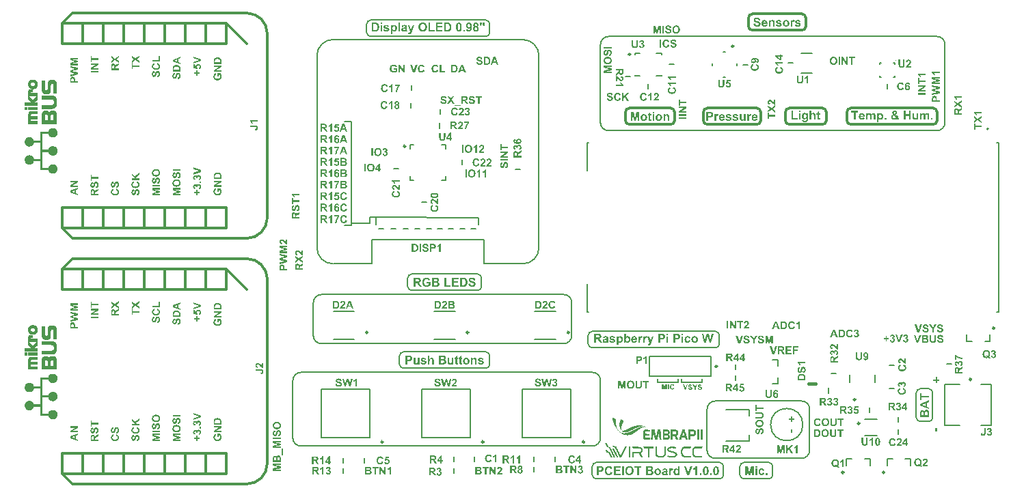
<source format=gbr>
%TF.GenerationSoftware,Altium Limited,Altium Designer,25.8.1 (18)*%
G04 Layer_Color=65535*
%FSLAX45Y45*%
%MOMM*%
%TF.SameCoordinates,177DAE0C-5750-4891-A40F-8E88CBB746AF*%
%TF.FilePolarity,Positive*%
%TF.FileFunction,Legend,Top*%
%TF.Part,Single*%
G01*
G75*
%TA.AperFunction,NonConductor*%
%ADD71C,0.20000*%
%ADD72C,0.30000*%
%ADD73C,0.25000*%
%ADD74C,0.30480*%
%ADD75C,0.10000*%
%ADD76C,0.12700*%
%ADD77C,0.15000*%
%ADD78C,0.01109*%
%ADD79C,0.40000*%
G36*
X7773606Y890242D02*
X7775167D01*
Y889461D01*
X7776728D01*
Y888681D01*
X7777508D01*
Y887900D01*
X7779069D01*
Y887120D01*
X7780630D01*
Y886339D01*
X7781410D01*
Y885559D01*
X7782971D01*
Y884779D01*
X7784532D01*
Y883998D01*
X7785313D01*
Y883218D01*
X7786874D01*
Y882437D01*
X7788435D01*
Y881657D01*
X7789215D01*
Y880876D01*
X7790776D01*
Y880096D01*
X7792337D01*
Y879315D01*
X7793117D01*
Y878535D01*
X7794678D01*
Y877754D01*
X7796239D01*
Y876974D01*
X7797019D01*
Y876194D01*
X7798580D01*
Y875413D01*
X7800141D01*
Y874633D01*
X7800922D01*
Y873852D01*
X7802482D01*
Y873072D01*
X7804044D01*
Y872291D01*
X7804824D01*
Y871511D01*
X7806385D01*
Y870731D01*
X7807946D01*
Y869950D01*
X7808726D01*
Y869170D01*
X7809507D01*
Y867609D01*
X7808726D01*
Y866828D01*
X7807946D01*
Y866048D01*
X7807165D01*
Y864487D01*
X7806385D01*
Y863706D01*
X7805604D01*
Y862146D01*
X7804824D01*
Y861365D01*
X7804044D01*
Y859804D01*
X7803263D01*
Y859024D01*
X7802482D01*
Y857463D01*
X7801702D01*
Y855902D01*
X7800922D01*
Y854341D01*
X7800141D01*
Y853561D01*
X7799361D01*
Y852000D01*
X7798580D01*
Y850439D01*
X7797800D01*
Y848878D01*
X7797019D01*
Y847317D01*
X7796239D01*
Y845756D01*
X7795459D01*
Y843415D01*
X7794678D01*
Y841854D01*
X7793898D01*
Y840293D01*
X7793117D01*
Y838732D01*
X7792337D01*
Y836391D01*
X7791556D01*
Y834830D01*
X7790776D01*
Y832489D01*
X7789995D01*
Y830928D01*
X7789215D01*
Y828586D01*
X7788435D01*
Y826245D01*
X7787654D01*
Y823904D01*
X7786874D01*
Y821562D01*
X7786093D01*
Y819221D01*
X7785313D01*
Y816880D01*
X7784532D01*
Y814538D01*
X7783752D01*
Y811416D01*
X7782971D01*
Y809075D01*
X7782191D01*
Y805953D01*
X7781410D01*
Y802832D01*
X7780630D01*
Y799710D01*
X7779850D01*
Y795808D01*
X7779069D01*
Y791905D01*
X7778289D01*
Y786442D01*
X7777508D01*
Y780199D01*
X7776728D01*
Y763809D01*
X7777508D01*
Y759126D01*
X7778289D01*
Y756785D01*
X7779069D01*
Y754444D01*
X7779850D01*
Y752883D01*
X7780630D01*
Y752103D01*
X7781410D01*
Y750542D01*
X7782191D01*
Y749761D01*
X7782971D01*
Y748981D01*
X7784532D01*
Y748200D01*
X7785313D01*
Y747420D01*
X7787654D01*
Y746639D01*
X7797019D01*
Y747420D01*
X7800141D01*
Y748200D01*
X7803263D01*
Y748981D01*
X7805604D01*
Y749761D01*
X7807946D01*
Y750542D01*
X7810287D01*
Y751322D01*
X7812629D01*
Y752103D01*
X7814189D01*
Y752883D01*
X7816531D01*
Y753663D01*
X7818092D01*
Y754444D01*
X7820433D01*
Y755224D01*
X7821994D01*
Y756005D01*
X7823555D01*
Y756785D01*
X7825116D01*
Y757566D01*
X7827457D01*
Y758346D01*
X7829018D01*
Y759126D01*
X7830579D01*
Y759907D01*
X7832140D01*
Y760688D01*
X7833700D01*
Y761468D01*
X7835261D01*
Y762248D01*
X7837603D01*
Y763029D01*
X7839164D01*
Y763809D01*
X7840724D01*
Y764590D01*
X7842285D01*
Y765370D01*
X7843846D01*
Y766151D01*
X7845407D01*
Y766931D01*
X7846968D01*
Y767711D01*
X7848529D01*
Y768492D01*
X7850090D01*
Y769273D01*
X7851651D01*
Y770053D01*
X7853212D01*
Y770833D01*
X7855553D01*
Y771614D01*
X7857114D01*
Y772394D01*
X7858675D01*
Y773175D01*
X7860236D01*
Y773955D01*
X7861797D01*
Y774736D01*
X7863357D01*
Y775516D01*
X7864918D01*
Y776296D01*
X7866479D01*
Y777077D01*
X7868040D01*
Y777857D01*
X7869601D01*
Y778638D01*
X7871942D01*
Y779418D01*
X7873503D01*
Y780199D01*
X7875064D01*
Y780979D01*
X7876625D01*
Y781760D01*
X7878186D01*
Y782540D01*
X7879747D01*
Y783321D01*
X7882088D01*
Y784101D01*
X7883649D01*
Y784881D01*
X7885210D01*
Y785662D01*
X7886771D01*
Y786442D01*
X7889112D01*
Y787223D01*
X7890673D01*
Y788003D01*
X7892234D01*
Y788784D01*
X7893795D01*
Y789564D01*
X7896136D01*
Y790344D01*
X7897697D01*
Y791125D01*
X7900039D01*
Y791905D01*
X7901599D01*
Y792686D01*
X7903160D01*
Y793466D01*
X7905502D01*
Y794247D01*
X7907062D01*
Y795027D01*
X7909404D01*
Y795808D01*
X7911745D01*
Y796588D01*
X7913306D01*
Y797368D01*
X7915647D01*
Y798149D01*
X7917989D01*
Y798929D01*
X7919550D01*
Y799710D01*
X7921891D01*
Y800490D01*
X7924232D01*
Y801271D01*
X7926574D01*
Y802051D01*
X7928915D01*
Y802832D01*
X7931256D01*
Y803612D01*
X7933598D01*
Y804393D01*
X7935939D01*
Y805173D01*
X7938280D01*
Y805953D01*
X7941402D01*
Y806734D01*
X7943744D01*
Y807514D01*
X7946865D01*
Y808295D01*
X7949987D01*
Y809075D01*
X7953109D01*
Y809856D01*
X7956231D01*
Y810636D01*
X7960133D01*
Y811416D01*
X7963255D01*
Y812197D01*
X7967937D01*
Y812978D01*
X7971840D01*
Y813758D01*
X7977303D01*
Y814538D01*
X7983546D01*
Y815319D01*
X7993692D01*
Y816099D01*
X8011642D01*
Y815319D01*
X8021008D01*
Y814538D01*
X8027251D01*
Y813758D01*
X8031154D01*
Y812978D01*
X8035056D01*
Y812197D01*
X8038958D01*
Y811416D01*
X8042080D01*
Y810636D01*
X8044421D01*
Y809856D01*
X8046762D01*
Y809075D01*
X8049104D01*
Y808295D01*
X8051445D01*
Y807514D01*
X8053787D01*
Y806734D01*
X8056128D01*
Y805953D01*
X8057689D01*
Y805173D01*
X8060030D01*
Y804393D01*
X8061591D01*
Y803612D01*
X8063152D01*
Y802832D01*
X8064713D01*
Y802051D01*
X8066274D01*
Y801271D01*
X8067835D01*
Y800490D01*
X8069395D01*
Y799710D01*
X8070956D01*
Y798929D01*
X8072517D01*
Y798149D01*
X8074078D01*
Y797368D01*
X8074859D01*
Y796588D01*
X8073298D01*
Y797368D01*
X8071737D01*
Y798149D01*
X8069395D01*
Y798929D01*
X8067835D01*
Y799710D01*
X8065493D01*
Y800490D01*
X8063152D01*
Y801271D01*
X8060810D01*
Y802051D01*
X8057689D01*
Y802832D01*
X8053787D01*
Y803612D01*
X8049104D01*
Y804393D01*
X8030373D01*
Y803612D01*
X8024129D01*
Y802832D01*
X8019447D01*
Y802051D01*
X8015545D01*
Y801271D01*
X8012423D01*
Y800490D01*
X8009301D01*
Y799710D01*
X8006179D01*
Y798929D01*
X8003057D01*
Y798149D01*
X8000716D01*
Y797368D01*
X7998375D01*
Y796588D01*
X7996034D01*
Y795808D01*
X7993692D01*
Y795027D01*
X7991351D01*
Y794247D01*
X7989009D01*
Y793466D01*
X7987449D01*
Y792686D01*
X7985107D01*
Y791905D01*
X7982766D01*
Y791125D01*
X7981205D01*
Y790344D01*
X7978864D01*
Y789564D01*
X7977303D01*
Y788784D01*
X7974961D01*
Y788003D01*
X7973400D01*
Y787223D01*
X7971840D01*
Y786442D01*
X7969498D01*
Y785662D01*
X7967937D01*
Y784881D01*
X7966376D01*
Y784101D01*
X7964816D01*
Y783321D01*
X7962474D01*
Y782540D01*
X7960913D01*
Y781760D01*
X7959352D01*
Y780979D01*
X7957792D01*
Y780199D01*
X7956231D01*
Y779418D01*
X7953889D01*
Y778638D01*
X7952329D01*
Y777857D01*
X7950767D01*
Y777077D01*
X7949207D01*
Y776296D01*
X7947646D01*
Y775516D01*
X7946085D01*
Y774736D01*
X7944524D01*
Y773955D01*
X7942963D01*
Y773175D01*
X7941402D01*
Y772394D01*
X7939841D01*
Y771614D01*
X7938280D01*
Y770833D01*
X7936719D01*
Y770053D01*
X7935159D01*
Y769273D01*
X7933598D01*
Y768492D01*
X7932037D01*
Y767711D01*
X7930476D01*
Y766931D01*
X7928915D01*
Y766151D01*
X7927354D01*
Y765370D01*
X7925793D01*
Y764590D01*
X7924232D01*
Y763809D01*
X7922671D01*
Y763029D01*
X7920330D01*
Y762248D01*
X7918769D01*
Y761468D01*
X7917208D01*
Y760688D01*
X7915647D01*
Y759907D01*
X7914087D01*
Y759126D01*
X7912526D01*
Y758346D01*
X7910965D01*
Y757566D01*
X7909404D01*
Y756785D01*
X7907843D01*
Y756005D01*
X7906282D01*
Y755224D01*
X7904721D01*
Y754444D01*
X7903160D01*
Y753663D01*
X7901599D01*
Y752883D01*
X7900039D01*
Y752103D01*
X7898477D01*
Y751322D01*
X7896917D01*
Y750542D01*
X7894575D01*
Y749761D01*
X7893014D01*
Y748981D01*
X7891454D01*
Y748200D01*
X7889893D01*
Y747420D01*
X7888332D01*
Y746639D01*
X7886771D01*
Y745859D01*
X7884429D01*
Y745079D01*
X7882869D01*
Y744298D01*
X7881308D01*
Y743518D01*
X7878966D01*
Y742737D01*
X7877405D01*
Y741957D01*
X7875845D01*
Y741176D01*
X7873503D01*
Y740396D01*
X7871942D01*
Y739615D01*
X7869601D01*
Y738835D01*
X7868040D01*
Y738054D01*
X7865699D01*
Y737274D01*
X7863357D01*
Y736494D01*
X7861016D01*
Y735713D01*
X7859455D01*
Y734933D01*
X7857114D01*
Y734152D01*
X7854772D01*
Y733372D01*
X7851651D01*
Y732591D01*
X7849309D01*
Y731811D01*
X7846188D01*
Y731031D01*
X7843846D01*
Y730250D01*
X7839944D01*
Y729470D01*
X7836822D01*
Y728689D01*
X7832140D01*
Y727909D01*
X7817311D01*
Y728689D01*
X7813409D01*
Y729470D01*
X7810287D01*
Y730250D01*
X7807946D01*
Y731031D01*
X7805604D01*
Y731811D01*
X7804044D01*
Y732591D01*
X7802482D01*
Y733372D01*
X7800922D01*
Y734152D01*
X7799361D01*
Y734933D01*
X7797800D01*
Y735713D01*
X7796239D01*
Y736494D01*
X7795459D01*
Y737274D01*
X7793898D01*
Y738054D01*
X7793117D01*
Y738835D01*
X7792337D01*
Y739615D01*
X7790776D01*
Y740396D01*
X7789995D01*
Y741176D01*
X7789215D01*
Y741957D01*
X7787654D01*
Y742737D01*
X7786874D01*
Y743518D01*
X7786093D01*
Y744298D01*
X7785313D01*
Y745079D01*
X7784532D01*
Y745859D01*
X7783752D01*
Y746639D01*
X7782971D01*
Y747420D01*
X7782191D01*
Y748200D01*
X7781410D01*
Y748981D01*
X7780630D01*
Y749761D01*
X7779850D01*
Y750542D01*
X7779069D01*
Y751322D01*
X7778289D01*
Y752883D01*
X7777508D01*
Y753663D01*
X7776728D01*
Y754444D01*
X7775947D01*
Y755224D01*
X7775167D01*
Y756785D01*
X7774387D01*
Y757566D01*
X7773606D01*
Y758346D01*
X7772826D01*
Y759907D01*
X7772045D01*
Y760688D01*
X7771265D01*
Y762248D01*
X7770484D01*
Y763029D01*
X7769704D01*
Y764590D01*
X7768923D01*
Y766151D01*
X7768143D01*
Y767711D01*
X7767362D01*
Y768492D01*
X7766582D01*
Y770053D01*
X7765802D01*
Y771614D01*
X7765021D01*
Y773175D01*
X7764241D01*
Y774736D01*
X7763460D01*
Y777077D01*
X7762680D01*
Y778638D01*
X7761899D01*
Y780979D01*
X7761119D01*
Y782540D01*
X7760339D01*
Y784881D01*
X7759558D01*
Y787223D01*
X7758777D01*
Y789564D01*
X7757997D01*
Y792686D01*
X7757217D01*
Y795808D01*
X7756436D01*
Y798929D01*
X7755656D01*
Y802832D01*
X7754875D01*
Y807514D01*
X7754095D01*
Y815319D01*
X7753314D01*
Y832489D01*
X7754095D01*
Y840293D01*
X7754875D01*
Y845756D01*
X7755656D01*
Y849658D01*
X7756436D01*
Y853561D01*
X7757217D01*
Y856683D01*
X7757997D01*
Y859024D01*
X7758777D01*
Y862146D01*
X7759558D01*
Y864487D01*
X7760339D01*
Y866828D01*
X7761119D01*
Y868389D01*
X7761899D01*
Y870731D01*
X7762680D01*
Y872291D01*
X7763460D01*
Y874633D01*
X7764241D01*
Y876194D01*
X7765021D01*
Y877754D01*
X7765802D01*
Y879315D01*
X7766582D01*
Y881657D01*
X7767362D01*
Y883218D01*
X7768143D01*
Y883998D01*
X7768923D01*
Y885559D01*
X7769704D01*
Y887120D01*
X7770484D01*
Y888681D01*
X7771265D01*
Y890242D01*
X7772045D01*
Y891022D01*
X7773606D01*
Y890242D01*
D02*
G37*
G36*
X7664344Y915996D02*
X7665904D01*
Y915216D01*
X7666685D01*
Y914436D01*
X7668246D01*
Y913655D01*
X7669807D01*
Y912875D01*
X7670587D01*
Y912094D01*
X7672148D01*
Y911314D01*
X7673709D01*
Y910533D01*
X7675270D01*
Y909753D01*
X7676050D01*
Y908973D01*
X7677611D01*
Y908192D01*
X7679172D01*
Y907411D01*
X7679952D01*
Y906631D01*
X7681513D01*
Y905851D01*
X7683074D01*
Y905070D01*
X7684635D01*
Y904290D01*
X7685416D01*
Y903509D01*
X7686976D01*
Y902729D01*
X7688537D01*
Y901948D01*
X7689318D01*
Y901168D01*
X7690879D01*
Y900388D01*
X7692440D01*
Y899607D01*
X7693220D01*
Y898826D01*
X7694781D01*
Y898046D01*
X7696342D01*
Y897266D01*
X7697903D01*
Y896485D01*
X7698683D01*
Y895705D01*
X7700244D01*
Y894924D01*
X7701805D01*
Y894144D01*
X7702585D01*
Y893363D01*
X7704146D01*
Y892583D01*
X7705707D01*
Y891803D01*
X7707268D01*
Y891022D01*
X7708049D01*
Y890242D01*
X7709609D01*
Y889461D01*
X7711170D01*
Y888681D01*
X7711951D01*
Y887900D01*
X7711170D01*
Y870731D01*
X7710390D01*
Y855902D01*
X7711170D01*
Y840293D01*
X7711951D01*
Y831708D01*
X7712731D01*
Y825465D01*
X7713512D01*
Y820001D01*
X7714292D01*
Y815319D01*
X7715072D01*
Y810636D01*
X7715853D01*
Y807514D01*
X7716634D01*
Y803612D01*
X7717414D01*
Y800490D01*
X7718194D01*
Y797368D01*
X7718975D01*
Y795027D01*
X7719755D01*
Y792686D01*
X7720536D01*
Y789564D01*
X7721316D01*
Y787223D01*
X7722097D01*
Y785662D01*
X7722877D01*
Y783321D01*
X7723657D01*
Y780979D01*
X7724438D01*
Y779418D01*
X7725218D01*
Y777077D01*
X7725999D01*
Y775516D01*
X7726779D01*
Y773955D01*
X7727560D01*
Y772394D01*
X7728340D01*
Y770833D01*
X7729121D01*
Y769273D01*
X7729901D01*
Y767711D01*
X7730682D01*
Y766151D01*
X7731462D01*
Y764590D01*
X7732242D01*
Y763029D01*
X7733023D01*
Y762248D01*
X7733803D01*
Y760688D01*
X7734584D01*
Y759126D01*
X7735364D01*
Y758346D01*
X7736145D01*
Y756785D01*
X7736925D01*
Y756005D01*
X7737705D01*
Y755224D01*
X7738486D01*
Y753663D01*
X7739266D01*
Y752883D01*
X7740047D01*
Y752103D01*
X7740827D01*
Y750542D01*
X7741608D01*
Y749761D01*
X7742388D01*
Y748981D01*
X7743169D01*
Y748200D01*
X7743949D01*
Y747420D01*
X7744729D01*
Y745859D01*
X7745510D01*
Y745079D01*
X7746290D01*
Y744298D01*
X7747071D01*
Y743518D01*
X7747851D01*
Y742737D01*
X7748632D01*
Y741957D01*
X7749412D01*
Y741176D01*
X7750193D01*
Y740396D01*
X7750973D01*
Y739615D01*
X7752534D01*
Y738835D01*
X7753314D01*
Y738054D01*
X7754095D01*
Y737274D01*
X7754875D01*
Y736494D01*
X7755656D01*
Y735713D01*
X7757217D01*
Y734933D01*
X7757997D01*
Y734152D01*
X7759558D01*
Y733372D01*
X7760339D01*
Y732591D01*
X7761119D01*
Y731811D01*
X7762680D01*
Y731031D01*
X7764241D01*
Y730250D01*
X7765021D01*
Y729470D01*
X7766582D01*
Y728689D01*
X7768143D01*
Y727909D01*
X7769704D01*
Y727128D01*
X7771265D01*
Y726348D01*
X7772826D01*
Y725567D01*
X7775167D01*
Y724787D01*
X7776728D01*
Y724006D01*
X7779069D01*
Y723226D01*
X7781410D01*
Y722446D01*
X7783752D01*
Y721665D01*
X7786093D01*
Y720885D01*
X7789215D01*
Y720104D01*
X7793117D01*
Y719324D01*
X7797800D01*
Y718543D01*
X7806385D01*
Y717763D01*
X7821213D01*
Y718543D01*
X7830579D01*
Y719324D01*
X7836042D01*
Y720104D01*
X7840724D01*
Y720885D01*
X7844627D01*
Y721665D01*
X7847749D01*
Y722446D01*
X7850870D01*
Y723226D01*
X7853212D01*
Y724006D01*
X7855553D01*
Y724787D01*
X7857894D01*
Y725567D01*
X7860236D01*
Y726348D01*
X7862577D01*
Y727128D01*
X7864138D01*
Y727909D01*
X7866479D01*
Y728689D01*
X7868821D01*
Y729470D01*
X7870382D01*
Y730250D01*
X7872723D01*
Y731031D01*
X7874284D01*
Y731811D01*
X7875845D01*
Y732591D01*
X7878186D01*
Y733372D01*
X7879747D01*
Y734152D01*
X7882088D01*
Y734933D01*
X7883649D01*
Y735713D01*
X7885210D01*
Y736494D01*
X7887551D01*
Y737274D01*
X7889112D01*
Y738054D01*
X7890673D01*
Y738835D01*
X7893014D01*
Y739615D01*
X7894575D01*
Y740396D01*
X7896136D01*
Y741176D01*
X7897697D01*
Y741957D01*
X7899258D01*
Y742737D01*
X7901599D01*
Y743518D01*
X7903160D01*
Y744298D01*
X7904721D01*
Y745079D01*
X7906282D01*
Y745859D01*
X7907843D01*
Y746639D01*
X7910184D01*
Y747420D01*
X7911745D01*
Y748200D01*
X7913306D01*
Y748981D01*
X7914867D01*
Y749761D01*
X7916428D01*
Y750542D01*
X7917989D01*
Y751322D01*
X7920330D01*
Y752103D01*
X7921891D01*
Y752883D01*
X7923452D01*
Y753663D01*
X7925013D01*
Y754444D01*
X7926574D01*
Y755224D01*
X7928135D01*
Y756005D01*
X7929695D01*
Y756785D01*
X7931256D01*
Y757566D01*
X7932817D01*
Y758346D01*
X7935159D01*
Y759126D01*
X7936719D01*
Y759907D01*
X7938280D01*
Y760688D01*
X7939841D01*
Y761468D01*
X7941402D01*
Y762248D01*
X7942963D01*
Y763029D01*
X7944524D01*
Y763809D01*
X7946085D01*
Y764590D01*
X7947646D01*
Y765370D01*
X7949207D01*
Y766151D01*
X7950767D01*
Y766931D01*
X7952329D01*
Y767711D01*
X7953889D01*
Y768492D01*
X7955450D01*
Y769273D01*
X7957011D01*
Y770053D01*
X7958572D01*
Y770833D01*
X7960133D01*
Y771614D01*
X7961694D01*
Y772394D01*
X7963255D01*
Y773175D01*
X7964816D01*
Y773955D01*
X7966376D01*
Y774736D01*
X7967937D01*
Y775516D01*
X7969498D01*
Y776296D01*
X7971059D01*
Y777077D01*
X7972620D01*
Y777857D01*
X7974181D01*
Y778638D01*
X7975742D01*
Y779418D01*
X7977303D01*
Y780199D01*
X7978864D01*
Y780979D01*
X7980424D01*
Y781760D01*
X7981985D01*
Y782540D01*
X7983546D01*
Y783321D01*
X7985888D01*
Y784101D01*
X7987449D01*
Y784881D01*
X7989009D01*
Y785662D01*
X7991351D01*
Y786442D01*
X7992912D01*
Y787223D01*
X7995253D01*
Y788003D01*
X7996814D01*
Y788784D01*
X7999155D01*
Y789564D01*
X8000716D01*
Y790344D01*
X8003057D01*
Y791125D01*
X8005399D01*
Y791905D01*
X8007740D01*
Y792686D01*
X8010082D01*
Y793466D01*
X8013203D01*
Y794247D01*
X8015545D01*
Y795027D01*
X8018666D01*
Y795808D01*
X8021788D01*
Y796588D01*
X8024910D01*
Y797368D01*
X8029593D01*
Y798149D01*
X8034275D01*
Y798929D01*
X8040519D01*
Y799710D01*
X8056908D01*
Y798929D01*
X8062371D01*
Y798149D01*
X8066274D01*
Y797368D01*
X8069395D01*
Y796588D01*
X8071737D01*
Y795808D01*
X8073298D01*
Y795027D01*
X8074859D01*
Y794247D01*
X8076419D01*
Y793466D01*
X8077980D01*
Y792686D01*
X8078761D01*
Y791905D01*
X8079541D01*
Y791125D01*
X8077980D01*
Y791905D01*
X8076419D01*
Y792686D01*
X8074859D01*
Y793466D01*
X8072517D01*
Y794247D01*
X8068615D01*
Y795027D01*
X8056908D01*
Y794247D01*
X8053006D01*
Y793466D01*
X8049884D01*
Y792686D01*
X8046762D01*
Y791905D01*
X8044421D01*
Y791125D01*
X8042860D01*
Y790344D01*
X8040519D01*
Y789564D01*
X8038958D01*
Y788784D01*
X8036617D01*
Y788003D01*
X8035056D01*
Y787223D01*
X8033495D01*
Y786442D01*
X8031934D01*
Y785662D01*
X8030373D01*
Y784881D01*
X8028812D01*
Y784101D01*
X8027251D01*
Y783321D01*
X8026471D01*
Y782540D01*
X8024910D01*
Y781760D01*
X8023349D01*
Y780979D01*
X8021788D01*
Y780199D01*
X8021008D01*
Y779418D01*
X8019447D01*
Y778638D01*
X8017886D01*
Y777857D01*
X8017105D01*
Y777077D01*
X8015545D01*
Y776296D01*
X8013984D01*
Y775516D01*
X8013203D01*
Y774736D01*
X8011642D01*
Y773955D01*
X8010862D01*
Y773175D01*
X8009301D01*
Y772394D01*
X8008521D01*
Y771614D01*
X8006960D01*
Y770833D01*
X8006179D01*
Y770053D01*
X8004618D01*
Y769273D01*
X8003838D01*
Y768492D01*
X8002277D01*
Y767711D01*
X8001497D01*
Y766931D01*
X7999936D01*
Y766151D01*
X7999155D01*
Y765370D01*
X7998375D01*
Y764590D01*
X7996814D01*
Y763809D01*
X7996034D01*
Y763029D01*
X7994472D01*
Y762248D01*
X7993692D01*
Y761468D01*
X7992912D01*
Y760688D01*
X7991351D01*
Y759907D01*
X7990570D01*
Y759126D01*
X7989009D01*
Y758346D01*
X7988229D01*
Y757566D01*
X7987449D01*
Y756785D01*
X7985888D01*
Y756005D01*
X7985107D01*
Y755224D01*
X7983546D01*
Y754444D01*
X7982766D01*
Y753663D01*
X7981985D01*
Y752883D01*
X7980424D01*
Y752103D01*
X7979644D01*
Y751322D01*
X7978864D01*
Y750542D01*
X7977303D01*
Y749761D01*
X7976522D01*
Y748981D01*
X7975742D01*
Y748200D01*
X7974181D01*
Y747420D01*
X7973400D01*
Y746639D01*
X7971840D01*
Y745859D01*
X7971059D01*
Y745079D01*
X7970279D01*
Y744298D01*
X7968718D01*
Y743518D01*
X7967937D01*
Y742737D01*
X7967157D01*
Y741957D01*
X7965596D01*
Y741176D01*
X7964816D01*
Y740396D01*
X7963255D01*
Y739615D01*
X7962474D01*
Y738835D01*
X7961694D01*
Y738054D01*
X7960133D01*
Y737274D01*
X7959352D01*
Y736494D01*
X7957792D01*
Y735713D01*
X7957011D01*
Y734933D01*
X7956231D01*
Y734152D01*
X7954670D01*
Y733372D01*
X7953889D01*
Y732591D01*
X7952329D01*
Y731811D01*
X7951548D01*
Y731031D01*
X7950767D01*
Y730250D01*
X7949207D01*
Y729470D01*
X7948426D01*
Y728689D01*
X7946865D01*
Y727909D01*
X7946085D01*
Y727128D01*
X7944524D01*
Y726348D01*
X7943744D01*
Y725567D01*
X7942182D01*
Y724787D01*
X7941402D01*
Y724006D01*
X7939841D01*
Y723226D01*
X7939061D01*
Y722446D01*
X7937500D01*
Y721665D01*
X7936719D01*
Y720885D01*
X7935159D01*
Y720104D01*
X7934378D01*
Y719324D01*
X7932817D01*
Y718543D01*
X7931256D01*
Y717763D01*
X7930476D01*
Y716983D01*
X7928915D01*
Y716202D01*
X7928135D01*
Y715421D01*
X7926574D01*
Y714641D01*
X7925013D01*
Y713861D01*
X7924232D01*
Y713080D01*
X7922671D01*
Y712300D01*
X7921110D01*
Y711519D01*
X7919550D01*
Y710739D01*
X7918769D01*
Y709958D01*
X7917208D01*
Y709178D01*
X7915647D01*
Y708398D01*
X7914087D01*
Y707617D01*
X7912526D01*
Y706837D01*
X7910965D01*
Y706056D01*
X7909404D01*
Y705276D01*
X7907843D01*
Y704495D01*
X7906282D01*
Y703715D01*
X7904721D01*
Y702934D01*
X7902380D01*
Y702154D01*
X7900819D01*
Y701374D01*
X7898477D01*
Y700593D01*
X7896917D01*
Y699813D01*
X7894575D01*
Y699032D01*
X7892234D01*
Y698252D01*
X7889893D01*
Y697471D01*
X7887551D01*
Y696691D01*
X7884429D01*
Y695910D01*
X7881308D01*
Y695130D01*
X7876625D01*
Y694349D01*
X7871162D01*
Y693569D01*
X7863357D01*
Y692789D01*
X7843846D01*
Y693569D01*
X7836042D01*
Y694349D01*
X7831359D01*
Y695130D01*
X7826676D01*
Y695910D01*
X7823555D01*
Y696691D01*
X7820433D01*
Y697471D01*
X7817311D01*
Y698252D01*
X7814970D01*
Y699032D01*
X7812629D01*
Y699813D01*
X7810287D01*
Y700593D01*
X7807946D01*
Y701374D01*
X7805604D01*
Y702154D01*
X7804044D01*
Y702934D01*
X7801702D01*
Y703715D01*
X7800141D01*
Y704495D01*
X7798580D01*
Y705276D01*
X7797019D01*
Y706056D01*
X7795459D01*
Y706837D01*
X7793898D01*
Y707617D01*
X7792337D01*
Y708398D01*
X7790776D01*
Y709178D01*
X7789215D01*
Y709958D01*
X7787654D01*
Y710739D01*
X7786093D01*
Y711519D01*
X7785313D01*
Y712300D01*
X7783752D01*
Y713080D01*
X7782191D01*
Y713861D01*
X7781410D01*
Y714641D01*
X7779850D01*
Y715421D01*
X7779069D01*
Y716202D01*
X7777508D01*
Y716983D01*
X7776728D01*
Y717763D01*
X7775167D01*
Y718543D01*
X7774387D01*
Y719324D01*
X7772826D01*
Y720104D01*
X7772045D01*
Y720885D01*
X7770484D01*
Y721665D01*
X7769704D01*
Y722446D01*
X7768923D01*
Y723226D01*
X7767362D01*
Y724006D01*
X7766582D01*
Y724787D01*
X7765802D01*
Y725567D01*
X7764241D01*
Y726348D01*
X7763460D01*
Y727128D01*
X7762680D01*
Y727909D01*
X7761899D01*
Y728689D01*
X7761119D01*
Y729470D01*
X7759558D01*
Y730250D01*
X7758777D01*
Y731031D01*
X7757997D01*
Y731811D01*
X7757217D01*
Y732591D01*
X7756436D01*
Y733372D01*
X7754875D01*
Y734152D01*
X7754095D01*
Y734933D01*
X7753314D01*
Y735713D01*
X7752534D01*
Y736494D01*
X7751754D01*
Y737274D01*
X7750973D01*
Y738054D01*
X7750193D01*
Y738835D01*
X7749412D01*
Y739615D01*
X7748632D01*
Y740396D01*
X7747851D01*
Y741176D01*
X7747071D01*
Y741957D01*
X7746290D01*
Y742737D01*
X7745510D01*
Y743518D01*
X7744729D01*
Y744298D01*
X7743949D01*
Y745079D01*
X7743169D01*
Y745859D01*
X7742388D01*
Y746639D01*
X7741608D01*
Y747420D01*
X7740827D01*
Y748200D01*
X7740047D01*
Y748981D01*
X7739266D01*
Y749761D01*
X7738486D01*
Y750542D01*
X7737705D01*
Y751322D01*
X7736925D01*
Y752103D01*
X7736145D01*
Y753663D01*
X7735364D01*
Y754444D01*
X7734584D01*
Y755224D01*
X7733803D01*
Y756005D01*
X7733023D01*
Y756785D01*
X7732242D01*
Y757566D01*
X7731462D01*
Y758346D01*
X7730682D01*
Y759907D01*
X7729901D01*
Y760688D01*
X7729121D01*
Y761468D01*
X7728340D01*
Y762248D01*
X7727560D01*
Y763809D01*
X7726779D01*
Y764590D01*
X7725999D01*
Y765370D01*
X7725218D01*
Y766151D01*
X7724438D01*
Y767711D01*
X7723657D01*
Y768492D01*
X7722877D01*
Y769273D01*
X7722097D01*
Y770833D01*
X7721316D01*
Y771614D01*
X7720536D01*
Y772394D01*
X7719755D01*
Y773955D01*
X7718975D01*
Y774736D01*
X7718194D01*
Y775516D01*
X7717414D01*
Y777077D01*
X7716634D01*
Y777857D01*
X7715853D01*
Y779418D01*
X7715072D01*
Y780199D01*
X7714292D01*
Y781760D01*
X7713512D01*
Y782540D01*
X7712731D01*
Y784101D01*
X7711951D01*
Y784881D01*
X7711170D01*
Y786442D01*
X7710390D01*
Y787223D01*
X7709609D01*
Y788784D01*
X7708829D01*
Y789564D01*
X7708049D01*
Y791125D01*
X7707268D01*
Y791905D01*
X7706488D01*
Y793466D01*
X7705707D01*
Y795027D01*
X7704927D01*
Y795808D01*
X7704146D01*
Y797368D01*
X7703366D01*
Y798929D01*
X7702585D01*
Y799710D01*
X7701805D01*
Y801271D01*
X7701024D01*
Y802832D01*
X7700244D01*
Y804393D01*
X7699464D01*
Y805953D01*
X7698683D01*
Y806734D01*
X7697903D01*
Y808295D01*
X7697122D01*
Y809856D01*
X7696342D01*
Y811416D01*
X7695561D01*
Y812978D01*
X7694781D01*
Y814538D01*
X7694000D01*
Y816099D01*
X7693220D01*
Y817660D01*
X7692440D01*
Y819221D01*
X7691659D01*
Y820782D01*
X7690879D01*
Y822343D01*
X7690098D01*
Y823904D01*
X7689318D01*
Y825465D01*
X7688537D01*
Y827026D01*
X7687757D01*
Y828586D01*
X7686976D01*
Y830928D01*
X7686196D01*
Y832489D01*
X7685416D01*
Y834049D01*
X7684635D01*
Y836391D01*
X7683855D01*
Y837952D01*
X7683074D01*
Y839513D01*
X7682294D01*
Y841854D01*
X7681513D01*
Y843415D01*
X7680733D01*
Y845756D01*
X7679952D01*
Y848098D01*
X7679172D01*
Y849658D01*
X7678392D01*
Y852000D01*
X7677611D01*
Y854341D01*
X7676831D01*
Y856683D01*
X7676050D01*
Y859024D01*
X7675270D01*
Y861365D01*
X7674489D01*
Y863706D01*
X7673709D01*
Y866048D01*
X7672929D01*
Y869170D01*
X7672148D01*
Y871511D01*
X7671367D01*
Y874633D01*
X7670587D01*
Y876974D01*
X7669807D01*
Y880876D01*
X7669026D01*
Y883998D01*
X7668246D01*
Y887120D01*
X7667465D01*
Y891022D01*
X7666685D01*
Y894924D01*
X7665904D01*
Y899607D01*
X7665124D01*
Y905070D01*
X7664344D01*
Y911314D01*
X7663563D01*
Y916777D01*
X7664344D01*
Y915996D01*
D02*
G37*
G36*
X8261385Y761468D02*
X8262166D01*
Y753663D01*
X8262946D01*
Y745079D01*
X8263727D01*
Y736494D01*
X8264507D01*
Y727909D01*
X8265288D01*
Y719324D01*
X8266068D01*
Y711519D01*
X8266849D01*
Y702934D01*
X8267629D01*
Y694349D01*
X8268409D01*
Y685765D01*
X8269190D01*
Y677960D01*
X8269970D01*
Y669375D01*
X8270751D01*
Y660790D01*
X8271531D01*
Y652205D01*
X8272312D01*
Y644401D01*
X8273092D01*
Y637377D01*
X8248898D01*
Y644401D01*
X8248118D01*
Y652205D01*
X8247337D01*
Y660010D01*
X8246557D01*
Y667814D01*
X8245776D01*
Y675619D01*
X8244996D01*
Y683423D01*
X8244216D01*
Y692008D01*
X8243435D01*
Y699813D01*
X8242655D01*
Y707617D01*
X8241874D01*
Y715421D01*
X8241094D01*
Y716202D01*
X8240313D01*
Y713080D01*
X8239533D01*
Y709958D01*
X8238752D01*
Y706837D01*
X8237972D01*
Y702934D01*
X8237192D01*
Y699813D01*
X8236411D01*
Y696691D01*
X8235631D01*
Y693569D01*
X8234850D01*
Y690447D01*
X8234070D01*
Y687326D01*
X8233289D01*
Y684204D01*
X8232509D01*
Y680301D01*
X8231729D01*
Y677180D01*
X8230948D01*
Y674058D01*
X8230167D01*
Y670936D01*
X8229387D01*
Y667814D01*
X8228607D01*
Y664693D01*
X8227826D01*
Y661571D01*
X8227046D01*
Y657668D01*
X8226265D01*
Y654547D01*
X8225485D01*
Y651425D01*
X8224704D01*
Y648303D01*
X8223924D01*
Y645181D01*
X8223144D01*
Y642060D01*
X8222363D01*
Y638938D01*
X8221582D01*
Y637377D01*
X8194267D01*
Y639718D01*
X8193487D01*
Y642840D01*
X8192706D01*
Y645962D01*
X8191926D01*
Y649084D01*
X8191145D01*
Y652205D01*
X8190365D01*
Y655327D01*
X8189584D01*
Y658449D01*
X8188804D01*
Y661571D01*
X8188023D01*
Y664693D01*
X8187243D01*
Y667814D01*
X8186462D01*
Y670936D01*
X8185682D01*
Y674058D01*
X8184902D01*
Y677180D01*
X8184121D01*
Y680301D01*
X8183341D01*
Y683423D01*
X8182560D01*
Y686545D01*
X8181780D01*
Y689667D01*
X8180999D01*
Y692789D01*
X8180219D01*
Y695910D01*
X8179439D01*
Y699032D01*
X8178658D01*
Y702154D01*
X8177877D01*
Y705276D01*
X8177097D01*
Y708398D01*
X8176317D01*
Y711519D01*
X8175536D01*
Y714641D01*
X8174756D01*
Y717763D01*
X8173975D01*
Y711519D01*
X8173195D01*
Y702934D01*
X8172414D01*
Y694349D01*
X8171634D01*
Y684984D01*
X8170854D01*
Y676399D01*
X8170073D01*
Y667814D01*
X8169293D01*
Y658449D01*
X8168512D01*
Y649864D01*
X8167732D01*
Y640499D01*
X8166951D01*
Y637377D01*
X8142757D01*
Y640499D01*
X8143538D01*
Y649084D01*
X8144318D01*
Y658449D01*
X8145099D01*
Y667034D01*
X8145879D01*
Y676399D01*
X8146660D01*
Y684984D01*
X8147440D01*
Y694349D01*
X8148221D01*
Y702934D01*
X8149001D01*
Y711519D01*
X8149782D01*
Y720885D01*
X8150562D01*
Y729470D01*
X8151342D01*
Y738835D01*
X8152123D01*
Y747420D01*
X8152903D01*
Y756785D01*
X8153684D01*
Y762248D01*
X8187243D01*
Y761468D01*
X8188023D01*
Y758346D01*
X8188804D01*
Y755224D01*
X8189584D01*
Y752103D01*
X8190365D01*
Y748981D01*
X8191145D01*
Y745859D01*
X8191926D01*
Y742737D01*
X8192706D01*
Y739615D01*
X8193487D01*
Y736494D01*
X8194267D01*
Y733372D01*
X8195047D01*
Y729470D01*
X8195828D01*
Y726348D01*
X8196608D01*
Y723226D01*
X8197389D01*
Y720104D01*
X8198169D01*
Y716983D01*
X8198950D01*
Y713861D01*
X8199730D01*
Y710739D01*
X8200510D01*
Y707617D01*
X8201291D01*
Y704495D01*
X8202071D01*
Y701374D01*
X8202852D01*
Y697471D01*
X8203632D01*
Y694349D01*
X8204413D01*
Y691228D01*
X8205193D01*
Y688106D01*
X8205974D01*
Y684984D01*
X8206754D01*
Y681862D01*
X8207535D01*
Y678741D01*
X8208315D01*
Y681862D01*
X8209095D01*
Y684984D01*
X8209876D01*
Y688106D01*
X8210656D01*
Y691228D01*
X8211437D01*
Y695130D01*
X8212217D01*
Y698252D01*
X8212998D01*
Y701374D01*
X8213778D01*
Y704495D01*
X8214559D01*
Y707617D01*
X8215339D01*
Y710739D01*
X8216119D01*
Y713861D01*
X8216900D01*
Y716983D01*
X8217680D01*
Y720885D01*
X8218461D01*
Y724006D01*
X8219241D01*
Y727128D01*
X8220022D01*
Y730250D01*
X8220802D01*
Y733372D01*
X8221582D01*
Y736494D01*
X8222363D01*
Y739615D01*
X8223144D01*
Y742737D01*
X8223924D01*
Y746639D01*
X8224704D01*
Y749761D01*
X8225485D01*
Y752883D01*
X8226265D01*
Y756005D01*
X8227046D01*
Y759126D01*
X8227826D01*
Y762248D01*
X8261385D01*
Y761468D01*
D02*
G37*
G36*
X8781163Y637377D02*
X8756969D01*
Y638157D01*
X8756189D01*
Y761468D01*
X8756969D01*
Y762248D01*
X8781163D01*
Y637377D01*
D02*
G37*
G36*
X8739799D02*
X8714825D01*
Y679521D01*
Y680301D01*
Y762248D01*
X8739799D01*
Y637377D01*
D02*
G37*
G36*
X8671900Y761468D02*
X8676583D01*
Y760688D01*
X8678924D01*
Y759907D01*
X8681266D01*
Y759126D01*
X8683607D01*
Y758346D01*
X8684388D01*
Y757566D01*
X8685949D01*
Y756785D01*
X8687509D01*
Y756005D01*
X8688290D01*
Y755224D01*
X8689070D01*
Y754444D01*
X8689851D01*
Y753663D01*
X8690631D01*
Y752883D01*
X8691412D01*
Y752103D01*
X8692192D01*
Y751322D01*
X8692972D01*
Y749761D01*
X8693753D01*
Y748981D01*
X8694534D01*
Y747420D01*
X8695314D01*
Y745859D01*
X8696094D01*
Y744298D01*
X8696875D01*
Y741957D01*
X8697655D01*
Y738835D01*
X8698436D01*
Y735713D01*
X8699216D01*
Y728689D01*
X8699997D01*
Y717763D01*
X8699216D01*
Y710739D01*
X8698436D01*
Y706837D01*
X8697655D01*
Y703715D01*
X8696875D01*
Y701374D01*
X8696094D01*
Y699032D01*
X8695314D01*
Y697471D01*
X8694534D01*
Y695910D01*
X8693753D01*
Y695130D01*
X8692972D01*
Y693569D01*
X8692192D01*
Y692789D01*
X8691412D01*
Y692008D01*
X8690631D01*
Y691228D01*
X8689851D01*
Y690447D01*
X8689070D01*
Y689667D01*
X8688290D01*
Y688886D01*
X8687509D01*
Y688106D01*
X8685949D01*
Y687326D01*
X8685168D01*
Y686545D01*
X8683607D01*
Y685765D01*
X8682046D01*
Y684984D01*
X8679705D01*
Y684204D01*
X8676583D01*
Y683423D01*
X8636000D01*
Y637377D01*
X8611026D01*
Y762248D01*
X8671900D01*
Y761468D01*
D02*
G37*
G36*
X8560297D02*
X8561077D01*
Y759126D01*
X8561857D01*
Y756785D01*
X8562638D01*
Y754444D01*
X8563418D01*
Y751322D01*
X8564199D01*
Y748981D01*
X8564979D01*
Y746639D01*
X8565760D01*
Y744298D01*
X8566540D01*
Y741957D01*
X8567321D01*
Y739615D01*
X8568101D01*
Y737274D01*
X8568882D01*
Y734933D01*
X8569662D01*
Y732591D01*
X8570442D01*
Y730250D01*
X8571223D01*
Y727909D01*
X8572003D01*
Y725567D01*
X8572784D01*
Y723226D01*
X8573564D01*
Y720104D01*
X8574345D01*
Y717763D01*
X8575125D01*
Y715421D01*
X8575905D01*
Y713080D01*
X8576686D01*
Y710739D01*
X8577466D01*
Y708398D01*
X8578247D01*
Y706056D01*
X8579027D01*
Y703715D01*
X8579808D01*
Y701374D01*
X8580588D01*
Y699032D01*
X8581369D01*
Y696691D01*
X8582149D01*
Y694349D01*
X8582929D01*
Y692008D01*
X8583710D01*
Y689667D01*
X8584490D01*
Y686545D01*
X8585271D01*
Y684204D01*
X8586051D01*
Y681862D01*
X8586832D01*
Y679521D01*
X8587612D01*
Y677180D01*
X8588393D01*
Y674838D01*
X8589173D01*
Y672497D01*
X8589954D01*
Y670156D01*
X8590734D01*
Y667814D01*
X8591514D01*
Y665473D01*
X8592295D01*
Y663132D01*
X8593075D01*
Y660790D01*
X8593856D01*
Y658449D01*
X8594636D01*
Y655327D01*
X8595417D01*
Y652986D01*
X8596197D01*
Y650644D01*
X8596977D01*
Y649084D01*
Y648303D01*
X8597758D01*
Y645962D01*
X8598539D01*
Y643621D01*
X8599319D01*
Y641279D01*
X8600099D01*
Y638938D01*
X8600880D01*
Y637377D01*
X8574345D01*
Y640499D01*
X8573564D01*
Y642840D01*
X8572784D01*
Y645181D01*
X8572003D01*
Y647523D01*
X8571223D01*
Y649864D01*
X8570442D01*
Y652205D01*
X8569662D01*
Y654547D01*
X8568882D01*
Y656888D01*
X8568101D01*
Y660010D01*
X8567321D01*
Y662351D01*
X8566540D01*
Y664693D01*
X8525957D01*
Y663912D01*
X8525176D01*
Y661571D01*
X8524396D01*
Y659229D01*
X8523616D01*
Y656888D01*
X8522835D01*
Y653766D01*
X8522055D01*
Y651425D01*
X8521274D01*
Y649084D01*
X8520494D01*
Y646742D01*
X8519713D01*
Y644401D01*
X8518933D01*
Y642060D01*
X8518152D01*
Y639718D01*
X8517372D01*
Y637377D01*
X8490837D01*
Y638938D01*
X8491617D01*
Y641279D01*
X8492398D01*
Y643621D01*
X8493178D01*
Y645962D01*
X8493959D01*
Y648303D01*
X8494739D01*
Y650644D01*
X8495519D01*
Y652986D01*
X8496300D01*
Y655327D01*
X8497080D01*
Y657668D01*
X8497861D01*
Y660010D01*
X8498641D01*
Y662351D01*
X8499422D01*
Y664693D01*
X8500202D01*
Y667034D01*
X8500982D01*
Y669375D01*
X8501763D01*
Y671716D01*
X8502544D01*
Y673278D01*
X8503324D01*
Y675619D01*
X8504104D01*
Y677960D01*
X8504885D01*
Y680301D01*
X8505665D01*
Y682643D01*
X8506446D01*
Y684984D01*
X8507226D01*
Y687326D01*
X8508007D01*
Y689667D01*
X8508787D01*
Y692008D01*
X8509567D01*
Y694349D01*
X8510348D01*
Y696691D01*
X8511129D01*
Y699032D01*
X8511909D01*
Y701374D01*
X8512689D01*
Y703715D01*
X8513470D01*
Y706056D01*
X8514250D01*
Y708398D01*
X8515031D01*
Y710739D01*
X8515811D01*
Y713080D01*
X8516592D01*
Y715421D01*
X8517372D01*
Y717763D01*
X8518152D01*
Y720104D01*
X8518933D01*
Y722446D01*
X8519713D01*
Y724787D01*
X8520494D01*
Y727128D01*
X8521274D01*
Y729470D01*
X8522055D01*
Y731811D01*
X8522835D01*
Y734152D01*
X8523616D01*
Y736494D01*
X8524396D01*
Y738835D01*
X8525176D01*
Y740396D01*
X8525957D01*
Y742737D01*
X8526737D01*
Y745079D01*
X8527518D01*
Y747420D01*
X8528298D01*
Y749761D01*
X8529079D01*
Y752103D01*
X8529859D01*
Y754444D01*
X8530640D01*
Y756785D01*
X8531420D01*
Y759126D01*
X8532200D01*
Y761468D01*
X8532981D01*
Y762248D01*
X8560297D01*
Y761468D01*
D02*
G37*
G36*
X8451814D02*
X8456497D01*
Y760688D01*
X8458839D01*
Y759907D01*
X8461180D01*
Y759126D01*
X8462741D01*
Y758346D01*
X8464302D01*
Y757566D01*
X8465862D01*
Y756785D01*
X8466643D01*
Y756005D01*
X8468204D01*
Y755224D01*
X8468984D01*
Y754444D01*
X8469765D01*
Y753663D01*
X8470545D01*
Y752883D01*
X8471326D01*
Y752103D01*
X8472106D01*
Y751322D01*
X8472887D01*
Y749761D01*
X8473667D01*
Y748981D01*
X8474447D01*
Y747420D01*
X8475228D01*
Y745859D01*
X8476008D01*
Y743518D01*
X8476789D01*
Y741957D01*
X8477569D01*
Y738835D01*
X8478350D01*
Y734933D01*
X8479130D01*
Y727909D01*
X8479910D01*
Y717763D01*
X8479130D01*
Y709958D01*
X8478350D01*
Y706056D01*
X8477569D01*
Y703715D01*
X8476789D01*
Y701374D01*
X8476008D01*
Y699032D01*
X8475228D01*
Y697471D01*
X8474447D01*
Y696691D01*
X8473667D01*
Y695130D01*
X8472887D01*
Y694349D01*
X8472106D01*
Y693569D01*
X8471326D01*
Y692008D01*
X8470545D01*
Y691228D01*
X8468984D01*
Y690447D01*
X8468204D01*
Y689667D01*
X8467423D01*
Y688886D01*
X8465862D01*
Y688106D01*
X8464302D01*
Y687326D01*
X8461960D01*
Y686545D01*
X8460399D01*
Y684984D01*
X8461180D01*
Y683423D01*
X8461960D01*
Y681082D01*
X8462741D01*
Y679521D01*
X8463521D01*
Y677960D01*
X8464302D01*
Y676399D01*
X8465082D01*
Y674838D01*
X8465862D01*
Y673278D01*
X8466643D01*
Y671716D01*
X8467423D01*
Y670156D01*
X8468204D01*
Y668595D01*
X8468984D01*
Y667034D01*
X8469765D01*
Y665473D01*
X8470545D01*
Y663912D01*
X8471326D01*
Y662351D01*
X8472106D01*
Y660790D01*
X8472887D01*
Y658449D01*
X8473667D01*
Y656888D01*
X8474447D01*
Y655327D01*
X8475228D01*
Y653766D01*
X8476008D01*
Y652205D01*
X8476789D01*
Y650644D01*
X8477569D01*
Y649084D01*
X8478350D01*
Y647523D01*
X8479130D01*
Y645962D01*
X8479910D01*
Y644401D01*
X8480691D01*
Y642840D01*
X8481471D01*
Y641279D01*
X8482252D01*
Y639718D01*
X8483032D01*
Y637377D01*
X8455717D01*
Y638938D01*
X8454936D01*
Y640499D01*
X8454156D01*
Y642060D01*
X8453375D01*
Y644401D01*
X8452595D01*
Y645962D01*
X8451814D01*
Y647523D01*
X8451034D01*
Y649084D01*
X8450254D01*
Y651425D01*
X8449473D01*
Y652986D01*
X8448693D01*
Y654547D01*
X8447912D01*
Y656888D01*
X8447132D01*
Y658449D01*
X8446351D01*
Y660010D01*
X8445571D01*
Y661571D01*
X8444790D01*
Y663912D01*
X8444010D01*
Y665473D01*
X8443229D01*
Y667034D01*
X8442449D01*
Y669375D01*
X8441669D01*
Y670936D01*
X8440888D01*
Y672497D01*
X8440108D01*
Y674058D01*
X8439327D01*
Y676399D01*
X8438547D01*
Y677960D01*
X8437766D01*
Y679521D01*
X8436986D01*
Y681862D01*
X8436205D01*
Y683423D01*
X8435425D01*
Y684204D01*
X8415134D01*
Y637377D01*
X8390940D01*
Y720885D01*
Y721665D01*
Y762248D01*
X8451814D01*
Y761468D01*
D02*
G37*
G36*
X8348015D02*
X8352698D01*
Y760688D01*
X8355819D01*
Y759907D01*
X8358161D01*
Y759126D01*
X8359722D01*
Y758346D01*
X8361282D01*
Y757566D01*
X8362844D01*
Y756785D01*
X8364404D01*
Y756005D01*
X8365185D01*
Y755224D01*
X8365965D01*
Y754444D01*
X8366746D01*
Y753663D01*
X8367526D01*
Y752883D01*
X8368307D01*
Y752103D01*
X8369087D01*
Y751322D01*
X8369867D01*
Y750542D01*
X8370648D01*
Y749761D01*
X8371429D01*
Y748200D01*
X8372209D01*
Y747420D01*
X8372989D01*
Y745859D01*
X8373770D01*
Y743518D01*
X8374550D01*
Y741957D01*
X8375331D01*
Y738835D01*
X8376111D01*
Y734152D01*
X8376892D01*
Y723226D01*
X8376111D01*
Y719324D01*
X8375331D01*
Y716202D01*
X8374550D01*
Y714641D01*
X8373770D01*
Y713080D01*
X8372989D01*
Y711519D01*
X8372209D01*
Y709958D01*
X8371429D01*
Y709178D01*
X8370648D01*
Y707617D01*
X8369867D01*
Y706837D01*
X8369087D01*
Y706056D01*
X8368307D01*
Y705276D01*
X8366746D01*
Y704495D01*
X8365965D01*
Y703715D01*
X8364404D01*
Y702934D01*
X8362844D01*
Y702154D01*
X8362063D01*
Y701374D01*
X8364404D01*
Y700593D01*
X8365965D01*
Y699813D01*
X8367526D01*
Y699032D01*
X8368307D01*
Y698252D01*
X8369087D01*
Y697471D01*
X8369867D01*
Y696691D01*
X8370648D01*
Y695910D01*
X8371429D01*
Y695130D01*
X8372209D01*
Y694349D01*
X8372989D01*
Y693569D01*
X8373770D01*
Y692008D01*
X8374550D01*
Y690447D01*
X8375331D01*
Y689667D01*
X8376111D01*
Y687326D01*
X8376892D01*
Y684984D01*
X8377672D01*
Y681862D01*
X8378452D01*
Y675619D01*
X8379233D01*
Y672497D01*
X8378452D01*
Y663912D01*
X8377672D01*
Y660010D01*
X8376892D01*
Y657668D01*
X8376111D01*
Y655327D01*
X8375331D01*
Y653766D01*
X8374550D01*
Y652205D01*
X8373770D01*
Y650644D01*
X8372989D01*
Y649864D01*
X8372209D01*
Y649084D01*
X8371429D01*
Y647523D01*
X8370648D01*
Y646742D01*
X8369867D01*
Y645962D01*
X8369087D01*
Y645181D01*
X8368307D01*
Y644401D01*
X8366746D01*
Y643621D01*
X8365965D01*
Y642840D01*
X8364404D01*
Y642060D01*
X8363624D01*
Y641279D01*
X8361282D01*
Y640499D01*
X8359722D01*
Y639718D01*
X8357380D01*
Y638938D01*
X8354259D01*
Y638157D01*
X8350356D01*
Y637377D01*
X8290262D01*
Y762248D01*
X8348015D01*
Y761468D01*
D02*
G37*
G36*
X8088126D02*
X8108418D01*
Y760688D01*
X8122466D01*
Y759907D01*
X8131051D01*
Y759126D01*
X8131831D01*
Y738835D01*
X8077980D01*
Y738054D01*
X8076419D01*
Y737274D01*
X8075639D01*
Y736494D01*
X8074859D01*
Y734933D01*
X8074078D01*
Y710739D01*
X8092029D01*
Y709958D01*
X8115442D01*
Y709178D01*
X8124027D01*
Y688886D01*
X8112320D01*
Y688106D01*
X8086565D01*
Y687326D01*
X8074078D01*
Y663912D01*
X8074859D01*
Y662351D01*
X8075639D01*
Y661571D01*
X8076419D01*
Y660790D01*
X8078761D01*
Y660010D01*
X8131831D01*
Y639718D01*
X8128709D01*
Y638938D01*
X8117783D01*
Y638157D01*
X8102955D01*
Y637377D01*
X8085004D01*
Y636596D01*
X8070956D01*
Y637377D01*
X8066274D01*
Y638157D01*
X8063932D01*
Y638938D01*
X8061591D01*
Y639718D01*
X8060030D01*
Y640499D01*
X8059250D01*
Y641279D01*
X8057689D01*
Y642060D01*
X8056908D01*
Y642840D01*
X8056128D01*
Y643621D01*
X8055347D01*
Y644401D01*
X8054567D01*
Y645181D01*
X8053787D01*
Y646742D01*
X8053006D01*
Y647523D01*
X8052226D01*
Y649084D01*
X8051445D01*
Y651425D01*
X8050665D01*
Y653766D01*
X8049884D01*
Y659229D01*
X8049104D01*
Y738835D01*
X8049884D01*
Y744298D01*
X8050665D01*
Y747420D01*
X8051445D01*
Y748981D01*
X8052226D01*
Y750542D01*
X8053006D01*
Y752103D01*
X8053787D01*
Y752883D01*
X8054567D01*
Y754444D01*
X8055347D01*
Y755224D01*
X8056128D01*
Y756005D01*
X8056908D01*
Y756785D01*
X8058469D01*
Y757566D01*
X8059250D01*
Y758346D01*
X8060810D01*
Y759126D01*
X8062371D01*
Y759907D01*
X8063932D01*
Y760688D01*
X8066274D01*
Y761468D01*
X8070956D01*
Y762248D01*
X8088126D01*
Y761468D01*
D02*
G37*
G36*
X8418830Y549275D02*
X8434070D01*
Y547370D01*
X8443595D01*
Y545465D01*
X8451215D01*
Y543560D01*
X8458835D01*
Y539750D01*
X8456930D01*
Y535940D01*
X8455025D01*
Y532130D01*
X8453120D01*
Y528320D01*
X8451215D01*
Y526415D01*
X8445500D01*
Y528320D01*
X8437880D01*
Y530225D01*
X8426450D01*
Y532130D01*
X8411210D01*
Y534035D01*
X8397875D01*
Y532130D01*
X8384540D01*
Y530225D01*
X8378825D01*
Y528320D01*
X8373110D01*
Y526415D01*
X8371205D01*
Y524510D01*
X8369300D01*
Y522605D01*
X8367395D01*
Y518795D01*
X8365490D01*
Y514985D01*
X8367395D01*
Y511175D01*
X8369300D01*
Y509270D01*
X8371205D01*
Y507365D01*
X8373110D01*
Y505460D01*
X8376920D01*
Y503555D01*
X8380730D01*
Y501650D01*
X8386445D01*
Y499745D01*
X8392160D01*
Y497840D01*
X8399780D01*
Y495935D01*
X8407400D01*
Y494030D01*
X8415020D01*
Y492125D01*
X8422640D01*
Y490220D01*
X8428355D01*
Y488315D01*
X8434070D01*
Y486410D01*
X8439785D01*
Y484505D01*
X8445500D01*
Y482600D01*
X8449310D01*
Y480695D01*
X8453120D01*
Y478790D01*
X8455025D01*
Y476885D01*
X8458835D01*
Y474980D01*
X8460740D01*
Y473075D01*
X8462645D01*
Y469265D01*
X8464550D01*
Y467360D01*
X8466455D01*
Y463550D01*
X8468360D01*
Y444500D01*
X8466455D01*
Y438785D01*
X8464550D01*
Y436880D01*
X8462645D01*
Y433070D01*
X8460740D01*
Y431165D01*
X8458835D01*
Y429260D01*
X8455025D01*
Y427355D01*
X8453120D01*
Y425450D01*
X8449310D01*
Y423545D01*
X8443595D01*
Y421640D01*
X8437880D01*
Y419735D01*
X8430260D01*
Y417830D01*
X8378825D01*
Y419735D01*
X8367395D01*
Y421640D01*
X8359775D01*
Y423545D01*
X8354060D01*
Y425450D01*
X8348345D01*
Y431165D01*
X8350250D01*
Y434975D01*
X8352155D01*
Y438785D01*
X8354060D01*
Y442595D01*
X8357870D01*
Y440690D01*
X8363585D01*
Y438785D01*
X8373110D01*
Y436880D01*
X8384540D01*
Y434975D01*
X8426450D01*
Y436880D01*
X8434070D01*
Y438785D01*
X8437880D01*
Y440690D01*
X8441690D01*
Y442595D01*
X8445500D01*
Y444500D01*
X8447405D01*
Y448310D01*
X8449310D01*
Y457835D01*
X8447405D01*
Y459740D01*
X8445500D01*
Y461645D01*
X8443595D01*
Y463550D01*
X8441690D01*
Y465455D01*
X8437880D01*
Y467360D01*
X8434070D01*
Y469265D01*
X8428355D01*
Y471170D01*
X8422640D01*
Y473075D01*
X8416925D01*
Y474980D01*
X8409305D01*
Y476885D01*
X8401685D01*
Y478790D01*
X8392160D01*
Y480695D01*
X8386445D01*
Y482600D01*
X8378825D01*
Y484505D01*
X8375015D01*
Y486410D01*
X8369300D01*
Y488315D01*
X8365490D01*
Y490220D01*
X8361680D01*
Y492125D01*
X8359775D01*
Y494030D01*
X8355965D01*
Y495935D01*
X8354060D01*
Y497840D01*
X8352155D01*
Y501650D01*
X8350250D01*
Y503555D01*
X8348345D01*
Y511175D01*
X8346440D01*
Y520700D01*
X8348345D01*
Y528320D01*
X8350250D01*
Y532130D01*
X8352155D01*
Y534035D01*
X8354060D01*
Y535940D01*
X8355965D01*
Y537845D01*
X8357870D01*
Y539750D01*
X8359775D01*
Y541655D01*
X8363585D01*
Y543560D01*
X8367395D01*
Y545465D01*
X8373110D01*
Y547370D01*
X8380730D01*
Y549275D01*
X8394065D01*
Y551180D01*
X8418830D01*
Y549275D01*
D02*
G37*
G36*
X8327390Y448310D02*
X8325485D01*
Y444500D01*
X8323580D01*
Y440690D01*
X8321675D01*
Y436880D01*
X8319770D01*
Y434975D01*
X8317865D01*
Y433070D01*
X8315960D01*
Y431165D01*
X8314055D01*
Y429260D01*
X8310245D01*
Y427355D01*
X8308340D01*
Y425450D01*
X8304530D01*
Y423545D01*
X8298815D01*
Y421640D01*
X8293100D01*
Y419735D01*
X8285480D01*
Y417830D01*
X8239760D01*
Y419735D01*
X8232140D01*
Y421640D01*
X8226425D01*
Y423545D01*
X8222615D01*
Y425450D01*
X8218805D01*
Y427355D01*
X8214995D01*
Y429260D01*
X8213090D01*
Y431165D01*
X8209280D01*
Y433070D01*
X8207375D01*
Y436880D01*
X8205470D01*
Y438785D01*
X8203565D01*
Y440690D01*
X8201660D01*
Y444500D01*
X8199755D01*
Y452120D01*
X8197850D01*
Y549275D01*
X8216900D01*
Y543560D01*
Y541655D01*
Y454025D01*
X8218805D01*
Y450215D01*
X8220710D01*
Y448310D01*
X8222615D01*
Y446405D01*
X8224520D01*
Y444500D01*
X8226425D01*
Y442595D01*
X8230235D01*
Y440690D01*
X8234045D01*
Y438785D01*
X8239760D01*
Y436880D01*
X8247380D01*
Y434975D01*
X8279765D01*
Y436880D01*
X8287385D01*
Y438785D01*
X8291195D01*
Y440690D01*
X8295005D01*
Y442595D01*
X8298815D01*
Y444500D01*
X8300720D01*
Y446405D01*
X8302625D01*
Y448310D01*
X8304530D01*
Y450215D01*
X8306435D01*
Y454025D01*
X8308340D01*
Y461645D01*
X8310245D01*
Y549275D01*
X8327390D01*
Y448310D01*
D02*
G37*
G36*
X8780780Y547370D02*
X8778875D01*
Y543560D01*
X8776970D01*
Y539750D01*
X8775065D01*
Y535940D01*
X8773160D01*
Y532130D01*
X8771255D01*
Y530225D01*
X8691245D01*
Y528320D01*
X8687435D01*
Y526415D01*
X8685530D01*
Y524510D01*
X8683625D01*
Y522605D01*
X8681720D01*
Y520700D01*
X8679815D01*
Y516890D01*
X8677910D01*
Y513080D01*
X8676005D01*
Y507365D01*
X8674100D01*
Y499745D01*
X8672195D01*
Y469265D01*
X8674100D01*
Y461645D01*
X8676005D01*
Y455930D01*
X8677910D01*
Y452120D01*
X8679815D01*
Y448310D01*
X8681720D01*
Y446405D01*
X8683625D01*
Y444500D01*
X8685530D01*
Y442595D01*
X8687435D01*
Y440690D01*
X8691245D01*
Y438785D01*
X8775065D01*
Y419735D01*
X8687435D01*
Y421640D01*
X8681720D01*
Y423545D01*
X8677910D01*
Y425450D01*
X8676005D01*
Y427355D01*
X8672195D01*
Y429260D01*
X8670290D01*
Y431165D01*
X8668385D01*
Y433070D01*
X8666480D01*
Y436880D01*
X8664575D01*
Y438785D01*
X8662670D01*
Y442595D01*
X8660765D01*
Y448310D01*
X8658860D01*
Y454025D01*
X8656955D01*
Y461645D01*
X8655050D01*
Y507365D01*
X8656955D01*
Y514985D01*
X8658860D01*
Y520700D01*
X8660765D01*
Y526415D01*
X8662670D01*
Y528320D01*
X8664575D01*
Y532130D01*
X8666480D01*
Y534035D01*
X8668385D01*
Y537845D01*
X8670290D01*
Y539750D01*
X8672195D01*
Y541655D01*
X8676005D01*
Y543560D01*
X8677910D01*
Y545465D01*
X8681720D01*
Y547370D01*
X8687435D01*
Y549275D01*
X8780780D01*
Y547370D01*
D02*
G37*
G36*
X8643620D02*
X8641715D01*
Y543560D01*
X8639810D01*
Y539750D01*
X8637905D01*
Y535940D01*
X8636000D01*
Y532130D01*
X8634095D01*
Y530225D01*
X8554085D01*
Y528320D01*
X8550275D01*
Y526415D01*
X8548370D01*
Y524510D01*
X8546465D01*
Y522605D01*
X8544560D01*
Y520700D01*
X8542655D01*
Y516890D01*
X8540750D01*
Y513080D01*
X8538845D01*
Y507365D01*
X8536940D01*
Y499745D01*
X8535035D01*
Y469265D01*
X8536940D01*
Y461645D01*
X8538845D01*
Y455930D01*
X8540750D01*
Y452120D01*
X8542655D01*
Y448310D01*
X8544560D01*
Y446405D01*
X8546465D01*
Y444500D01*
X8548370D01*
Y442595D01*
X8550275D01*
Y440690D01*
X8554085D01*
Y438785D01*
X8637905D01*
Y419735D01*
X8550275D01*
Y421640D01*
X8544560D01*
Y423545D01*
X8540750D01*
Y425450D01*
X8538845D01*
Y427355D01*
X8535035D01*
Y429260D01*
X8533130D01*
Y431165D01*
X8531225D01*
Y433070D01*
X8529320D01*
Y436880D01*
X8527415D01*
Y438785D01*
X8525510D01*
Y442595D01*
X8523605D01*
Y448310D01*
X8521700D01*
Y454025D01*
X8519795D01*
Y461645D01*
X8517890D01*
Y507365D01*
X8519795D01*
Y514985D01*
X8521700D01*
Y520700D01*
X8523605D01*
Y526415D01*
X8525510D01*
Y528320D01*
X8527415D01*
Y532130D01*
X8529320D01*
Y534035D01*
X8531225D01*
Y537845D01*
X8533130D01*
Y539750D01*
X8535035D01*
Y541655D01*
X8538845D01*
Y543560D01*
X8540750D01*
Y545465D01*
X8544560D01*
Y547370D01*
X8550275D01*
Y549275D01*
X8643620D01*
Y547370D01*
D02*
G37*
G36*
X8178800Y545465D02*
X8176895D01*
Y541655D01*
X8174990D01*
Y537845D01*
X8173085D01*
Y534035D01*
X8171180D01*
Y530225D01*
X8123555D01*
Y419735D01*
X8104505D01*
Y482600D01*
Y484505D01*
Y530225D01*
X8056880D01*
Y534035D01*
X8054975D01*
Y537845D01*
X8053070D01*
Y541655D01*
X8051165D01*
Y545465D01*
X8049260D01*
Y549275D01*
X8178800D01*
Y545465D01*
D02*
G37*
G36*
X7988300Y547370D02*
X8007350D01*
Y545465D01*
X8014970D01*
Y543560D01*
X8018780D01*
Y541655D01*
X8022590D01*
Y539750D01*
X8026400D01*
Y537845D01*
X8028305D01*
Y535940D01*
X8030210D01*
Y534035D01*
X8032115D01*
Y532130D01*
X8034020D01*
Y530225D01*
X8035925D01*
Y526415D01*
X8037830D01*
Y522605D01*
X8039735D01*
Y494030D01*
X8037830D01*
Y488315D01*
X8035925D01*
Y484505D01*
X8034020D01*
Y482600D01*
X8032115D01*
Y480695D01*
X8030210D01*
Y478790D01*
X8028305D01*
Y476885D01*
X8024495D01*
Y474980D01*
X8022590D01*
Y473075D01*
X8018780D01*
Y471170D01*
X8016875D01*
Y467360D01*
X8018780D01*
Y463550D01*
X8020685D01*
Y459740D01*
X8022590D01*
Y455930D01*
X8024495D01*
Y452120D01*
X8026400D01*
Y448310D01*
X8028305D01*
Y444500D01*
X8030210D01*
Y440690D01*
X8032115D01*
Y436880D01*
X8034020D01*
Y433070D01*
X8035925D01*
Y429260D01*
X8037830D01*
Y425450D01*
X8039735D01*
Y419735D01*
X8018780D01*
Y423545D01*
X8016875D01*
Y427355D01*
X8014970D01*
Y431165D01*
X8013065D01*
Y434975D01*
X8011160D01*
Y438785D01*
X8009255D01*
Y442595D01*
X8007350D01*
Y446405D01*
X8005445D01*
Y450215D01*
X8003540D01*
Y454025D01*
X8001635D01*
Y457835D01*
X7999730D01*
Y461645D01*
X7997825D01*
Y465455D01*
X7995920D01*
Y467360D01*
X7933055D01*
Y419735D01*
X7914005D01*
Y484505D01*
X7992110D01*
Y486410D01*
X8005445D01*
Y488315D01*
X8011160D01*
Y490220D01*
X8014970D01*
Y492125D01*
X8016875D01*
Y494030D01*
X8018780D01*
Y497840D01*
X8020685D01*
Y516890D01*
X8018780D01*
Y520700D01*
X8016875D01*
Y522605D01*
X8014970D01*
Y524510D01*
X8013065D01*
Y526415D01*
X8007350D01*
Y528320D01*
X7999730D01*
Y530225D01*
X7917815D01*
Y534035D01*
X7915910D01*
Y537845D01*
X7914005D01*
Y541655D01*
X7912100D01*
Y545465D01*
X7910195D01*
Y549275D01*
X7988300D01*
Y547370D01*
D02*
G37*
G36*
X7885430Y478790D02*
Y476885D01*
Y419735D01*
X7866380D01*
Y549275D01*
X7885430D01*
Y478790D01*
D02*
G37*
G36*
X7687310Y560705D02*
X7689215D01*
Y556895D01*
X7691120D01*
Y553085D01*
X7693025D01*
Y549275D01*
X7713980D01*
Y547370D01*
X7715885D01*
Y543560D01*
X7717790D01*
Y539750D01*
X7719695D01*
Y535940D01*
X7721600D01*
Y532130D01*
X7723505D01*
Y528320D01*
X7725410D01*
Y524510D01*
X7727315D01*
Y520700D01*
X7729220D01*
Y516890D01*
X7731125D01*
Y513080D01*
X7733030D01*
Y509270D01*
X7734935D01*
Y505460D01*
X7736840D01*
Y501650D01*
X7738745D01*
Y497840D01*
X7740650D01*
Y494030D01*
X7742555D01*
Y490220D01*
X7744460D01*
Y486410D01*
X7746365D01*
Y482600D01*
X7748270D01*
Y478790D01*
X7750175D01*
Y474980D01*
X7752080D01*
Y471170D01*
X7753985D01*
Y467360D01*
X7755890D01*
Y463550D01*
X7757795D01*
Y459740D01*
X7759700D01*
Y455930D01*
X7761605D01*
Y452120D01*
X7763510D01*
Y448310D01*
X7765415D01*
Y444500D01*
X7769225D01*
Y448310D01*
X7771130D01*
Y452120D01*
X7773035D01*
Y455930D01*
X7774940D01*
Y459740D01*
X7776845D01*
Y463550D01*
X7778750D01*
Y467360D01*
X7780655D01*
Y471170D01*
X7782560D01*
Y474980D01*
X7784465D01*
Y478790D01*
X7786370D01*
Y482600D01*
X7788275D01*
Y486410D01*
X7790180D01*
Y490220D01*
X7792085D01*
Y494030D01*
X7793990D01*
Y497840D01*
X7795895D01*
Y501650D01*
X7797800D01*
Y505460D01*
X7799705D01*
Y509270D01*
X7801610D01*
Y513080D01*
X7803515D01*
Y516890D01*
X7805420D01*
Y520700D01*
X7807325D01*
Y524510D01*
X7809230D01*
Y528320D01*
X7811135D01*
Y532130D01*
X7813040D01*
Y535940D01*
X7814945D01*
Y539750D01*
X7816850D01*
Y543560D01*
X7818755D01*
Y547370D01*
X7820660D01*
Y549275D01*
X7841615D01*
Y545465D01*
X7839710D01*
Y541655D01*
X7837805D01*
Y537845D01*
X7835900D01*
Y534035D01*
X7833995D01*
Y530225D01*
X7832090D01*
Y526415D01*
X7830185D01*
Y522605D01*
X7828280D01*
Y518795D01*
X7826375D01*
Y514985D01*
X7824470D01*
Y511175D01*
X7822565D01*
Y507365D01*
X7820660D01*
Y503555D01*
X7818755D01*
Y499745D01*
X7816850D01*
Y495935D01*
X7814945D01*
Y492125D01*
X7813040D01*
Y488315D01*
X7811135D01*
Y484505D01*
X7809230D01*
Y482600D01*
Y480695D01*
X7807325D01*
Y476885D01*
X7805420D01*
Y473075D01*
X7803515D01*
Y469265D01*
X7801610D01*
Y465455D01*
X7799705D01*
Y461645D01*
X7797800D01*
Y457835D01*
X7795895D01*
Y454025D01*
X7793990D01*
Y450215D01*
X7792085D01*
Y446405D01*
X7790180D01*
Y442595D01*
X7788275D01*
Y438785D01*
X7786370D01*
Y434975D01*
X7784465D01*
Y431165D01*
X7782560D01*
Y427355D01*
X7780655D01*
Y423545D01*
X7778750D01*
Y419735D01*
X7755890D01*
Y423545D01*
X7753985D01*
Y427355D01*
X7752080D01*
Y431165D01*
X7750175D01*
Y434975D01*
X7748270D01*
Y438785D01*
X7746365D01*
Y442595D01*
X7744460D01*
Y446405D01*
X7742555D01*
Y450215D01*
X7740650D01*
Y454025D01*
X7738745D01*
Y457835D01*
X7736840D01*
Y461645D01*
X7734935D01*
Y465455D01*
X7733030D01*
Y469265D01*
X7731125D01*
Y473075D01*
X7729220D01*
Y476885D01*
X7727315D01*
Y480695D01*
X7725410D01*
Y484505D01*
X7723505D01*
Y488315D01*
X7721600D01*
Y492125D01*
X7719695D01*
Y495935D01*
X7717790D01*
Y499745D01*
X7715885D01*
Y503555D01*
X7713980D01*
Y507365D01*
X7712075D01*
Y511175D01*
X7710170D01*
Y514985D01*
X7708265D01*
Y518795D01*
X7706360D01*
Y522605D01*
X7704455D01*
Y526415D01*
X7702550D01*
Y530225D01*
X7700645D01*
Y534035D01*
X7698740D01*
Y537845D01*
X7696835D01*
Y541655D01*
X7694930D01*
Y543560D01*
X7673975D01*
Y547370D01*
X7672070D01*
Y551180D01*
X7670165D01*
Y554990D01*
X7668260D01*
Y558800D01*
X7666355D01*
Y562610D01*
X7687310D01*
Y560705D01*
D02*
G37*
G36*
X7685405Y526415D02*
X7687310D01*
Y522605D01*
X7689215D01*
Y518795D01*
X7691120D01*
Y514985D01*
X7693025D01*
Y511175D01*
X7694930D01*
Y507365D01*
X7696835D01*
Y503555D01*
X7698740D01*
Y499745D01*
X7700645D01*
Y495935D01*
X7702550D01*
Y492125D01*
X7704455D01*
Y488315D01*
X7706360D01*
Y484505D01*
X7708265D01*
Y480695D01*
X7710170D01*
Y476885D01*
X7712075D01*
Y473075D01*
X7713980D01*
Y469265D01*
X7715885D01*
Y465455D01*
X7717790D01*
Y461645D01*
X7719695D01*
Y457835D01*
X7721600D01*
Y454025D01*
X7723505D01*
Y450215D01*
X7725410D01*
Y446405D01*
X7727315D01*
Y442595D01*
X7729220D01*
Y438785D01*
X7731125D01*
Y434975D01*
X7733030D01*
Y431165D01*
X7734935D01*
Y427355D01*
X7736840D01*
Y423545D01*
X7738745D01*
Y419735D01*
X7740650D01*
Y417830D01*
X7719695D01*
Y419735D01*
X7717790D01*
Y423545D01*
X7715885D01*
Y427355D01*
X7713980D01*
Y431165D01*
X7712075D01*
Y434975D01*
X7710170D01*
Y438785D01*
X7708265D01*
Y442595D01*
X7706360D01*
Y446405D01*
X7704455D01*
Y450215D01*
X7702550D01*
Y454025D01*
X7700645D01*
Y457835D01*
X7698740D01*
Y461645D01*
X7696835D01*
Y465455D01*
X7694930D01*
Y469265D01*
X7693025D01*
Y473075D01*
X7691120D01*
Y476885D01*
X7689215D01*
Y480695D01*
X7687310D01*
Y484505D01*
X7685405D01*
Y488315D01*
X7683500D01*
Y492125D01*
X7681595D01*
Y495935D01*
X7679690D01*
Y499745D01*
X7677785D01*
Y503555D01*
X7675880D01*
Y507365D01*
X7673975D01*
Y511175D01*
X7672070D01*
Y514985D01*
X7670165D01*
Y518795D01*
X7668260D01*
Y522605D01*
X7666355D01*
Y526415D01*
X7664450D01*
Y530225D01*
X7685405D01*
Y526415D01*
D02*
G37*
G36*
X7597775Y591185D02*
X7599680D01*
Y587375D01*
X7601585D01*
Y583565D01*
X7603490D01*
Y579755D01*
X7605395D01*
Y575945D01*
X7607300D01*
Y572135D01*
X7609205D01*
Y568325D01*
X7611110D01*
Y564515D01*
X7613015D01*
Y560705D01*
X7614920D01*
Y556895D01*
X7616825D01*
Y553085D01*
X7618730D01*
Y549275D01*
X7620635D01*
Y545465D01*
X7639685D01*
Y543560D01*
X7641590D01*
Y539750D01*
X7643495D01*
Y535940D01*
X7645400D01*
Y532130D01*
X7647305D01*
Y528320D01*
X7649210D01*
Y524510D01*
X7651115D01*
Y520700D01*
X7653020D01*
Y516890D01*
X7654925D01*
Y513080D01*
X7656830D01*
Y509270D01*
X7658735D01*
Y505460D01*
X7660640D01*
Y501650D01*
X7662545D01*
Y497840D01*
X7664450D01*
Y494030D01*
X7666355D01*
Y490220D01*
X7668260D01*
Y486410D01*
X7670165D01*
Y482600D01*
X7672070D01*
Y478790D01*
X7673975D01*
Y474980D01*
X7675880D01*
Y471170D01*
X7677785D01*
Y467360D01*
X7679690D01*
Y463550D01*
X7681595D01*
Y459740D01*
X7683500D01*
Y455930D01*
X7685405D01*
Y452120D01*
X7687310D01*
Y448310D01*
X7689215D01*
Y444500D01*
X7691120D01*
Y440690D01*
X7693025D01*
Y436880D01*
X7694930D01*
Y433070D01*
X7696835D01*
Y429260D01*
X7698740D01*
Y425450D01*
X7700645D01*
Y421640D01*
X7702550D01*
Y417830D01*
X7681595D01*
Y421640D01*
X7679690D01*
Y425450D01*
X7677785D01*
Y429260D01*
X7675880D01*
Y433070D01*
X7673975D01*
Y436880D01*
X7672070D01*
Y440690D01*
X7670165D01*
Y444500D01*
X7668260D01*
Y448310D01*
X7666355D01*
Y452120D01*
X7664450D01*
Y455930D01*
X7662545D01*
Y459740D01*
X7660640D01*
Y463550D01*
X7658735D01*
Y467360D01*
X7656830D01*
Y471170D01*
X7654925D01*
Y474980D01*
X7653020D01*
Y478790D01*
X7651115D01*
Y482600D01*
X7649210D01*
Y486410D01*
X7647305D01*
Y490220D01*
X7645400D01*
Y494030D01*
X7643495D01*
Y497840D01*
X7641590D01*
Y501650D01*
X7639685D01*
Y505460D01*
X7637780D01*
Y509270D01*
X7635875D01*
Y513080D01*
X7633970D01*
Y516890D01*
X7632065D01*
Y520700D01*
X7630160D01*
Y524510D01*
X7628255D01*
Y528320D01*
X7626350D01*
Y532130D01*
X7624445D01*
Y535940D01*
X7622540D01*
Y539750D01*
X7620635D01*
Y543560D01*
X7599680D01*
Y547370D01*
X7597775D01*
Y551180D01*
X7595870D01*
Y554990D01*
X7593965D01*
Y558800D01*
X7592060D01*
Y562610D01*
X7590155D01*
Y566420D01*
X7588250D01*
Y570230D01*
X7586345D01*
Y574040D01*
X7584440D01*
Y577850D01*
X7582535D01*
Y581660D01*
X7580630D01*
Y585470D01*
X7578725D01*
Y589280D01*
X7576820D01*
Y593090D01*
X7597775D01*
Y591185D01*
D02*
G37*
G36*
X7599680Y513080D02*
X7601585D01*
Y509270D01*
X7603490D01*
Y505460D01*
X7605395D01*
Y501650D01*
X7607300D01*
Y497840D01*
X7609205D01*
Y494030D01*
X7611110D01*
Y490220D01*
X7613015D01*
Y486410D01*
X7614920D01*
Y482600D01*
X7633970D01*
Y480695D01*
X7635875D01*
Y476885D01*
X7637780D01*
Y473075D01*
X7639685D01*
Y469265D01*
X7641590D01*
Y465455D01*
X7643495D01*
Y461645D01*
X7645400D01*
Y457835D01*
X7647305D01*
Y454025D01*
X7649210D01*
Y450215D01*
X7651115D01*
Y446405D01*
X7653020D01*
Y442595D01*
X7654925D01*
Y438785D01*
X7656830D01*
Y434975D01*
X7658735D01*
Y431165D01*
X7660640D01*
Y427355D01*
X7662545D01*
Y423545D01*
X7664450D01*
Y421640D01*
Y419735D01*
X7666355D01*
Y417830D01*
X7643495D01*
Y421640D01*
X7641590D01*
Y425450D01*
X7639685D01*
Y429260D01*
X7637780D01*
Y433070D01*
X7635875D01*
Y436880D01*
X7633970D01*
Y440690D01*
X7632065D01*
Y444500D01*
X7630160D01*
Y450215D01*
X7628255D01*
Y454025D01*
X7626350D01*
Y457835D01*
X7624445D01*
Y461645D01*
X7622540D01*
Y465455D01*
X7620635D01*
Y469265D01*
X7618730D01*
Y473075D01*
X7616825D01*
Y476885D01*
X7614920D01*
Y480695D01*
X7593965D01*
Y484505D01*
X7592060D01*
Y488315D01*
X7590155D01*
Y492125D01*
X7588250D01*
Y495935D01*
X7586345D01*
Y499745D01*
X7584440D01*
Y503555D01*
X7582535D01*
Y507365D01*
X7580630D01*
Y511175D01*
X7578725D01*
Y514985D01*
X7599680D01*
Y513080D01*
D02*
G37*
G36*
X8750141Y1323099D02*
X8751158Y1323007D01*
X8752360Y1322914D01*
X8753562Y1322729D01*
X8754949Y1322544D01*
X8757907Y1321897D01*
X8759387Y1321435D01*
X8760866Y1320973D01*
X8762345Y1320326D01*
X8763732Y1319586D01*
X8765026Y1318754D01*
X8766228Y1317829D01*
X8766321Y1317737D01*
X8766506Y1317552D01*
X8766783Y1317274D01*
X8767153Y1316905D01*
X8767615Y1316350D01*
X8768170Y1315703D01*
X8768725Y1314963D01*
X8769372Y1314131D01*
X8769927Y1313114D01*
X8770481Y1312097D01*
X8771036Y1310895D01*
X8771498Y1309601D01*
X8771961Y1308306D01*
X8772330Y1306827D01*
X8772608Y1305348D01*
X8772700Y1303683D01*
X8759756Y1303221D01*
Y1303314D01*
Y1303406D01*
X8759572Y1304053D01*
X8759387Y1304885D01*
X8759017Y1305902D01*
X8758554Y1307104D01*
X8757907Y1308214D01*
X8757075Y1309323D01*
X8756151Y1310248D01*
X8756058Y1310340D01*
X8755688Y1310618D01*
X8755041Y1310987D01*
X8754117Y1311357D01*
X8753007Y1311727D01*
X8751620Y1312097D01*
X8749956Y1312374D01*
X8748015Y1312467D01*
X8747090D01*
X8746073Y1312374D01*
X8744871Y1312189D01*
X8743484Y1311912D01*
X8742005Y1311450D01*
X8740618Y1310895D01*
X8739324Y1310063D01*
X8739231Y1309970D01*
X8739046Y1309786D01*
X8738676Y1309508D01*
X8738307Y1309046D01*
X8737937Y1308491D01*
X8737567Y1307752D01*
X8737382Y1307012D01*
X8737290Y1306087D01*
Y1305995D01*
Y1305717D01*
X8737382Y1305255D01*
X8737567Y1304793D01*
X8737752Y1304146D01*
X8738029Y1303499D01*
X8738492Y1302851D01*
X8739139Y1302204D01*
X8739231Y1302112D01*
X8739693Y1301834D01*
X8739971Y1301649D01*
X8740433Y1301465D01*
X8740895Y1301187D01*
X8741543Y1300910D01*
X8742282Y1300632D01*
X8743114Y1300263D01*
X8744131Y1299893D01*
X8745148Y1299523D01*
X8746443Y1299153D01*
X8747830Y1298783D01*
X8749309Y1298413D01*
X8750973Y1297951D01*
X8751066D01*
X8751435Y1297859D01*
X8751898Y1297766D01*
X8752545Y1297581D01*
X8753284Y1297396D01*
X8754209Y1297119D01*
X8755226Y1296842D01*
X8756243Y1296564D01*
X8758462Y1295825D01*
X8760773Y1295085D01*
X8762992Y1294253D01*
X8763917Y1293791D01*
X8764841Y1293328D01*
X8764934D01*
X8765026Y1293236D01*
X8765581Y1292866D01*
X8766413Y1292311D01*
X8767430Y1291572D01*
X8768540Y1290647D01*
X8769742Y1289538D01*
X8770944Y1288243D01*
X8771961Y1286764D01*
X8772053Y1286579D01*
X8772330Y1286024D01*
X8772793Y1285192D01*
X8773255Y1283990D01*
X8773717Y1282511D01*
X8774180Y1280754D01*
X8774457Y1278813D01*
X8774549Y1276594D01*
Y1276501D01*
Y1276316D01*
Y1276039D01*
Y1275669D01*
X8774457Y1275207D01*
X8774364Y1274560D01*
X8774180Y1273265D01*
X8773810Y1271601D01*
X8773255Y1269845D01*
X8772423Y1268088D01*
X8771406Y1266239D01*
Y1266146D01*
X8771221Y1266054D01*
X8770851Y1265499D01*
X8770111Y1264575D01*
X8769187Y1263558D01*
X8767985Y1262356D01*
X8766413Y1261246D01*
X8764749Y1260137D01*
X8762715Y1259120D01*
X8762623D01*
X8762438Y1259027D01*
X8762160Y1258935D01*
X8761698Y1258750D01*
X8761143Y1258565D01*
X8760496Y1258380D01*
X8759756Y1258195D01*
X8758924Y1258010D01*
X8757907Y1257733D01*
X8756890Y1257548D01*
X8754486Y1257178D01*
X8751805Y1256901D01*
X8748847Y1256808D01*
X8747645D01*
X8746813Y1256901D01*
X8745796Y1256993D01*
X8744686Y1257086D01*
X8743392Y1257271D01*
X8742005Y1257548D01*
X8738954Y1258195D01*
X8737382Y1258657D01*
X8735903Y1259120D01*
X8734331Y1259767D01*
X8732852Y1260506D01*
X8731465Y1261339D01*
X8730170Y1262356D01*
X8730078Y1262448D01*
X8729893Y1262633D01*
X8729523Y1262910D01*
X8729153Y1263373D01*
X8728599Y1264020D01*
X8728044Y1264759D01*
X8727397Y1265592D01*
X8726750Y1266516D01*
X8726102Y1267626D01*
X8725455Y1268828D01*
X8724808Y1270214D01*
X8724161Y1271694D01*
X8723699Y1273265D01*
X8723144Y1275022D01*
X8722774Y1276871D01*
X8722497Y1278813D01*
X8735071Y1280015D01*
Y1279922D01*
X8735163Y1279737D01*
Y1279368D01*
X8735256Y1278998D01*
X8735625Y1277888D01*
X8736088Y1276501D01*
X8736642Y1274930D01*
X8737475Y1273358D01*
X8738399Y1271971D01*
X8739601Y1270677D01*
X8739786Y1270584D01*
X8740248Y1270214D01*
X8740988Y1269752D01*
X8742097Y1269197D01*
X8743484Y1268643D01*
X8745056Y1268180D01*
X8746905Y1267811D01*
X8749032Y1267718D01*
X8750049D01*
X8751158Y1267903D01*
X8752545Y1268088D01*
X8754024Y1268365D01*
X8755596Y1268828D01*
X8757075Y1269475D01*
X8758370Y1270307D01*
X8758554Y1270399D01*
X8758924Y1270769D01*
X8759387Y1271324D01*
X8760034Y1272063D01*
X8760589Y1272988D01*
X8761143Y1274098D01*
X8761513Y1275207D01*
X8761606Y1276501D01*
Y1276594D01*
Y1276871D01*
X8761513Y1277333D01*
X8761421Y1277888D01*
X8761236Y1278443D01*
X8761051Y1279090D01*
X8760681Y1279737D01*
X8760219Y1280385D01*
X8760126Y1280477D01*
X8759941Y1280662D01*
X8759664Y1280939D01*
X8759202Y1281309D01*
X8758554Y1281771D01*
X8757722Y1282234D01*
X8756798Y1282696D01*
X8755596Y1283158D01*
X8755503D01*
X8755134Y1283343D01*
X8754486Y1283528D01*
X8754024Y1283713D01*
X8753469Y1283805D01*
X8752822Y1283990D01*
X8752083Y1284268D01*
X8751250Y1284453D01*
X8750326Y1284730D01*
X8749216Y1285007D01*
X8748015Y1285285D01*
X8746720Y1285655D01*
X8745241Y1286024D01*
X8745148D01*
X8744779Y1286117D01*
X8744224Y1286302D01*
X8743577Y1286487D01*
X8742745Y1286764D01*
X8741728Y1287041D01*
X8740710Y1287411D01*
X8739509Y1287781D01*
X8737105Y1288706D01*
X8734793Y1289815D01*
X8733591Y1290370D01*
X8732574Y1291017D01*
X8731557Y1291664D01*
X8730725Y1292311D01*
X8730633Y1292404D01*
X8730448Y1292589D01*
X8730170Y1292866D01*
X8729801Y1293236D01*
X8729338Y1293791D01*
X8728876Y1294438D01*
X8728321Y1295085D01*
X8727859Y1295917D01*
X8726750Y1297859D01*
X8725825Y1300078D01*
X8725455Y1301280D01*
X8725178Y1302482D01*
X8724993Y1303868D01*
X8724901Y1305255D01*
Y1305348D01*
Y1305440D01*
Y1305717D01*
Y1306087D01*
X8725085Y1307012D01*
X8725270Y1308214D01*
X8725548Y1309601D01*
X8726010Y1311172D01*
X8726657Y1312837D01*
X8727582Y1314408D01*
Y1314501D01*
X8727674Y1314593D01*
X8728136Y1315148D01*
X8728691Y1315888D01*
X8729616Y1316812D01*
X8730725Y1317829D01*
X8732112Y1318939D01*
X8733684Y1319956D01*
X8735533Y1320880D01*
X8735625D01*
X8735810Y1320973D01*
X8736088Y1321065D01*
X8736458Y1321250D01*
X8737012Y1321435D01*
X8737567Y1321620D01*
X8738307Y1321805D01*
X8739139Y1322082D01*
X8740988Y1322452D01*
X8743114Y1322822D01*
X8745518Y1323099D01*
X8748199Y1323192D01*
X8749309D01*
X8750141Y1323099D01*
D02*
G37*
G36*
X8630873D02*
X8631890Y1323007D01*
X8633092Y1322914D01*
X8634294Y1322729D01*
X8635680Y1322544D01*
X8638639Y1321897D01*
X8640118Y1321435D01*
X8641598Y1320973D01*
X8643077Y1320326D01*
X8644464Y1319586D01*
X8645758Y1318754D01*
X8646960Y1317829D01*
X8647053Y1317737D01*
X8647237Y1317552D01*
X8647515Y1317274D01*
X8647885Y1316905D01*
X8648347Y1316350D01*
X8648902Y1315703D01*
X8649456Y1314963D01*
X8650104Y1314131D01*
X8650658Y1313114D01*
X8651213Y1312097D01*
X8651768Y1310895D01*
X8652230Y1309601D01*
X8652692Y1308306D01*
X8653062Y1306827D01*
X8653340Y1305348D01*
X8653432Y1303683D01*
X8640488Y1303221D01*
Y1303314D01*
Y1303406D01*
X8640303Y1304053D01*
X8640118Y1304885D01*
X8639749Y1305902D01*
X8639286Y1307104D01*
X8638639Y1308214D01*
X8637807Y1309323D01*
X8636882Y1310248D01*
X8636790Y1310340D01*
X8636420Y1310618D01*
X8635773Y1310987D01*
X8634848Y1311357D01*
X8633739Y1311727D01*
X8632352Y1312097D01*
X8630688Y1312374D01*
X8628746Y1312467D01*
X8627822D01*
X8626805Y1312374D01*
X8625603Y1312189D01*
X8624216Y1311912D01*
X8622737Y1311450D01*
X8621350Y1310895D01*
X8620055Y1310063D01*
X8619963Y1309970D01*
X8619778Y1309786D01*
X8619408Y1309508D01*
X8619038Y1309046D01*
X8618669Y1308491D01*
X8618299Y1307752D01*
X8618114Y1307012D01*
X8618021Y1306087D01*
Y1305995D01*
Y1305717D01*
X8618114Y1305255D01*
X8618299Y1304793D01*
X8618484Y1304146D01*
X8618761Y1303499D01*
X8619223Y1302851D01*
X8619870Y1302204D01*
X8619963Y1302112D01*
X8620425Y1301834D01*
X8620703Y1301649D01*
X8621165Y1301465D01*
X8621627Y1301187D01*
X8622274Y1300910D01*
X8623014Y1300632D01*
X8623846Y1300263D01*
X8624863Y1299893D01*
X8625880Y1299523D01*
X8627175Y1299153D01*
X8628561Y1298783D01*
X8630041Y1298413D01*
X8631705Y1297951D01*
X8631797D01*
X8632167Y1297859D01*
X8632629Y1297766D01*
X8633277Y1297581D01*
X8634016Y1297396D01*
X8634941Y1297119D01*
X8635958Y1296842D01*
X8636975Y1296564D01*
X8639194Y1295825D01*
X8641505Y1295085D01*
X8643724Y1294253D01*
X8644649Y1293791D01*
X8645573Y1293328D01*
X8645666D01*
X8645758Y1293236D01*
X8646313Y1292866D01*
X8647145Y1292311D01*
X8648162Y1291572D01*
X8649271Y1290647D01*
X8650473Y1289538D01*
X8651675Y1288243D01*
X8652692Y1286764D01*
X8652785Y1286579D01*
X8653062Y1286024D01*
X8653524Y1285192D01*
X8653987Y1283990D01*
X8654449Y1282511D01*
X8654911Y1280754D01*
X8655189Y1278813D01*
X8655281Y1276594D01*
Y1276501D01*
Y1276316D01*
Y1276039D01*
Y1275669D01*
X8655189Y1275207D01*
X8655096Y1274560D01*
X8654911Y1273265D01*
X8654541Y1271601D01*
X8653987Y1269845D01*
X8653155Y1268088D01*
X8652138Y1266239D01*
Y1266146D01*
X8651953Y1266054D01*
X8651583Y1265499D01*
X8650843Y1264575D01*
X8649919Y1263558D01*
X8648717Y1262356D01*
X8647145Y1261246D01*
X8645481Y1260137D01*
X8643447Y1259120D01*
X8643354D01*
X8643169Y1259027D01*
X8642892Y1258935D01*
X8642430Y1258750D01*
X8641875Y1258565D01*
X8641228Y1258380D01*
X8640488Y1258195D01*
X8639656Y1258010D01*
X8638639Y1257733D01*
X8637622Y1257548D01*
X8635218Y1257178D01*
X8632537Y1256901D01*
X8629578Y1256808D01*
X8628376D01*
X8627544Y1256901D01*
X8626527Y1256993D01*
X8625418Y1257086D01*
X8624123Y1257271D01*
X8622737Y1257548D01*
X8619686Y1258195D01*
X8618114Y1258657D01*
X8616635Y1259120D01*
X8615063Y1259767D01*
X8613583Y1260506D01*
X8612197Y1261339D01*
X8610902Y1262356D01*
X8610810Y1262448D01*
X8610625Y1262633D01*
X8610255Y1262910D01*
X8609885Y1263373D01*
X8609331Y1264020D01*
X8608776Y1264759D01*
X8608129Y1265592D01*
X8607481Y1266516D01*
X8606834Y1267626D01*
X8606187Y1268828D01*
X8605540Y1270214D01*
X8604893Y1271694D01*
X8604430Y1273265D01*
X8603876Y1275022D01*
X8603506Y1276871D01*
X8603228Y1278813D01*
X8615802Y1280015D01*
Y1279922D01*
X8615895Y1279737D01*
Y1279368D01*
X8615987Y1278998D01*
X8616357Y1277888D01*
X8616819Y1276501D01*
X8617374Y1274930D01*
X8618206Y1273358D01*
X8619131Y1271971D01*
X8620333Y1270677D01*
X8620518Y1270584D01*
X8620980Y1270214D01*
X8621720Y1269752D01*
X8622829Y1269197D01*
X8624216Y1268643D01*
X8625788Y1268180D01*
X8627637Y1267811D01*
X8629763Y1267718D01*
X8630780D01*
X8631890Y1267903D01*
X8633277Y1268088D01*
X8634756Y1268365D01*
X8636328Y1268828D01*
X8637807Y1269475D01*
X8639101Y1270307D01*
X8639286Y1270399D01*
X8639656Y1270769D01*
X8640118Y1271324D01*
X8640766Y1272063D01*
X8641320Y1272988D01*
X8641875Y1274098D01*
X8642245Y1275207D01*
X8642337Y1276501D01*
Y1276594D01*
Y1276871D01*
X8642245Y1277333D01*
X8642152Y1277888D01*
X8641967Y1278443D01*
X8641783Y1279090D01*
X8641413Y1279737D01*
X8640950Y1280385D01*
X8640858Y1280477D01*
X8640673Y1280662D01*
X8640396Y1280939D01*
X8639933Y1281309D01*
X8639286Y1281771D01*
X8638454Y1282234D01*
X8637530Y1282696D01*
X8636328Y1283158D01*
X8636235D01*
X8635865Y1283343D01*
X8635218Y1283528D01*
X8634756Y1283713D01*
X8634201Y1283805D01*
X8633554Y1283990D01*
X8632814Y1284268D01*
X8631982Y1284453D01*
X8631058Y1284730D01*
X8629948Y1285007D01*
X8628746Y1285285D01*
X8627452Y1285655D01*
X8625973Y1286024D01*
X8625880D01*
X8625510Y1286117D01*
X8624956Y1286302D01*
X8624308Y1286487D01*
X8623476Y1286764D01*
X8622459Y1287041D01*
X8621442Y1287411D01*
X8620240Y1287781D01*
X8617836Y1288706D01*
X8615525Y1289815D01*
X8614323Y1290370D01*
X8613306Y1291017D01*
X8612289Y1291664D01*
X8611457Y1292311D01*
X8611365Y1292404D01*
X8611180Y1292589D01*
X8610902Y1292866D01*
X8610532Y1293236D01*
X8610070Y1293791D01*
X8609608Y1294438D01*
X8609053Y1295085D01*
X8608591Y1295917D01*
X8607481Y1297859D01*
X8606557Y1300078D01*
X8606187Y1301280D01*
X8605910Y1302482D01*
X8605725Y1303868D01*
X8605632Y1305255D01*
Y1305348D01*
Y1305440D01*
Y1305717D01*
Y1306087D01*
X8605817Y1307012D01*
X8606002Y1308214D01*
X8606279Y1309601D01*
X8606742Y1311172D01*
X8607389Y1312837D01*
X8608313Y1314408D01*
Y1314501D01*
X8608406Y1314593D01*
X8608868Y1315148D01*
X8609423Y1315888D01*
X8610348Y1316812D01*
X8611457Y1317829D01*
X8612844Y1318939D01*
X8614416Y1319956D01*
X8616265Y1320880D01*
X8616357D01*
X8616542Y1320973D01*
X8616819Y1321065D01*
X8617189Y1321250D01*
X8617744Y1321435D01*
X8618299Y1321620D01*
X8619038Y1321805D01*
X8619870Y1322082D01*
X8621720Y1322452D01*
X8623846Y1322822D01*
X8626250Y1323099D01*
X8628931Y1323192D01*
X8630041D01*
X8630873Y1323099D01*
D02*
G37*
G36*
X8695962Y1284822D02*
Y1258010D01*
X8683018D01*
Y1284915D01*
X8659627Y1321990D01*
X8674697D01*
X8689767Y1296657D01*
X8704468Y1321990D01*
X8719353D01*
X8695962Y1284822D01*
D02*
G37*
G36*
X8577341Y1258010D02*
X8563380D01*
X8540451Y1321990D01*
X8554412D01*
X8570684Y1274652D01*
X8586309Y1321990D01*
X8600085D01*
X8577341Y1258010D01*
D02*
G37*
G36*
X8410107Y1325553D02*
X8411124Y1325461D01*
X8412234Y1325276D01*
X8413528Y1325091D01*
X8414915Y1324813D01*
X8416394Y1324444D01*
X8417966Y1323981D01*
X8419538Y1323427D01*
X8421202Y1322687D01*
X8422774Y1321947D01*
X8424253Y1321023D01*
X8425825Y1319913D01*
X8427212Y1318711D01*
X8427304D01*
X8427397Y1318526D01*
X8427674Y1318249D01*
X8427951Y1317972D01*
X8428321Y1317509D01*
X8428691Y1316955D01*
X8429708Y1315660D01*
X8430725Y1313996D01*
X8431835Y1311962D01*
X8432852Y1309651D01*
X8433776Y1306969D01*
X8421017Y1303918D01*
Y1304011D01*
X8420925Y1304103D01*
Y1304381D01*
X8420740Y1304751D01*
X8420462Y1305583D01*
X8420000Y1306692D01*
X8419353Y1307986D01*
X8418521Y1309281D01*
X8417411Y1310575D01*
X8416209Y1311685D01*
X8416025Y1311777D01*
X8415562Y1312147D01*
X8414823Y1312609D01*
X8413806Y1313164D01*
X8412511Y1313719D01*
X8411032Y1314181D01*
X8409368Y1314551D01*
X8407519Y1314643D01*
X8406871D01*
X8406317Y1314551D01*
X8405762Y1314458D01*
X8405022Y1314366D01*
X8403451Y1313996D01*
X8401601Y1313349D01*
X8399660Y1312424D01*
X8398643Y1311870D01*
X8397718Y1311222D01*
X8396794Y1310390D01*
X8395962Y1309466D01*
Y1309373D01*
X8395777Y1309188D01*
X8395592Y1308911D01*
X8395314Y1308449D01*
X8394945Y1307894D01*
X8394575Y1307247D01*
X8394205Y1306415D01*
X8393835Y1305490D01*
X8393373Y1304381D01*
X8393003Y1303179D01*
X8392633Y1301792D01*
X8392263Y1300313D01*
X8391986Y1298648D01*
X8391801Y1296892D01*
X8391709Y1294950D01*
X8391616Y1292824D01*
Y1292731D01*
Y1292269D01*
Y1291622D01*
X8391709Y1290882D01*
Y1289865D01*
X8391894Y1288663D01*
X8391986Y1287461D01*
X8392171Y1286074D01*
X8392726Y1283208D01*
X8393465Y1280342D01*
X8393928Y1278955D01*
X8394575Y1277661D01*
X8395222Y1276459D01*
X8395962Y1275442D01*
X8396054Y1275349D01*
X8396147Y1275257D01*
X8396424Y1274980D01*
X8396794Y1274610D01*
X8397718Y1273870D01*
X8399013Y1272946D01*
X8400584Y1271929D01*
X8402526Y1271189D01*
X8404745Y1270542D01*
X8405947Y1270449D01*
X8407241Y1270357D01*
X8407704D01*
X8408073Y1270449D01*
X8409090Y1270542D01*
X8410292Y1270727D01*
X8411587Y1271189D01*
X8413066Y1271744D01*
X8414545Y1272483D01*
X8416025Y1273593D01*
X8416209Y1273778D01*
X8416672Y1274240D01*
X8417319Y1274980D01*
X8418059Y1276089D01*
X8418983Y1277568D01*
X8419815Y1279325D01*
X8420647Y1281452D01*
X8421387Y1283948D01*
X8433961Y1280065D01*
Y1279972D01*
X8433869Y1279602D01*
X8433684Y1279048D01*
X8433406Y1278308D01*
X8433036Y1277476D01*
X8432667Y1276459D01*
X8432204Y1275349D01*
X8431650Y1274148D01*
X8430355Y1271651D01*
X8428691Y1269062D01*
X8426657Y1266566D01*
X8425548Y1265457D01*
X8424346Y1264440D01*
X8424253Y1264347D01*
X8424068Y1264255D01*
X8423698Y1263977D01*
X8423144Y1263608D01*
X8422496Y1263238D01*
X8421664Y1262868D01*
X8420740Y1262406D01*
X8419723Y1261943D01*
X8418521Y1261389D01*
X8417226Y1260926D01*
X8415840Y1260557D01*
X8414360Y1260187D01*
X8412789Y1259817D01*
X8411032Y1259540D01*
X8409275Y1259447D01*
X8407334Y1259355D01*
X8406779D01*
X8406132Y1259447D01*
X8405207Y1259540D01*
X8404190Y1259632D01*
X8402896Y1259817D01*
X8401509Y1260094D01*
X8399937Y1260464D01*
X8398365Y1260926D01*
X8396701Y1261481D01*
X8394945Y1262221D01*
X8393188Y1263053D01*
X8391431Y1263977D01*
X8389675Y1265179D01*
X8388010Y1266474D01*
X8386439Y1268045D01*
X8386346Y1268138D01*
X8386069Y1268415D01*
X8385699Y1268970D01*
X8385144Y1269617D01*
X8384590Y1270542D01*
X8383850Y1271559D01*
X8383110Y1272853D01*
X8382371Y1274332D01*
X8381631Y1275904D01*
X8380891Y1277661D01*
X8380152Y1279695D01*
X8379597Y1281821D01*
X8379042Y1284040D01*
X8378672Y1286537D01*
X8378395Y1289125D01*
X8378303Y1291899D01*
Y1291992D01*
Y1292084D01*
Y1292639D01*
X8378395Y1293471D01*
Y1294580D01*
X8378580Y1295875D01*
X8378765Y1297446D01*
X8378950Y1299111D01*
X8379320Y1301052D01*
X8379782Y1302994D01*
X8380337Y1305028D01*
X8380984Y1307062D01*
X8381816Y1309188D01*
X8382740Y1311222D01*
X8383850Y1313164D01*
X8385052Y1315013D01*
X8386531Y1316770D01*
X8386624Y1316862D01*
X8386901Y1317140D01*
X8387363Y1317602D01*
X8388010Y1318157D01*
X8388843Y1318804D01*
X8389860Y1319543D01*
X8390969Y1320376D01*
X8392356Y1321208D01*
X8393835Y1322040D01*
X8395407Y1322872D01*
X8397256Y1323612D01*
X8399105Y1324259D01*
X8401232Y1324813D01*
X8403358Y1325276D01*
X8405762Y1325553D01*
X8408166Y1325646D01*
X8409275D01*
X8410107Y1325553D01*
D02*
G37*
G36*
X8342615Y1260464D02*
X8330688D01*
X8330595Y1310760D01*
X8318021Y1260464D01*
X8305540D01*
X8292966Y1310760D01*
Y1260464D01*
X8281039D01*
Y1324444D01*
X8300362D01*
X8311827Y1280712D01*
X8323199Y1324444D01*
X8342615D01*
Y1260464D01*
D02*
G37*
G36*
X8368225D02*
X8355281D01*
Y1324444D01*
X8368225D01*
Y1260464D01*
D02*
G37*
G36*
X1045118Y5355797D02*
X969674Y5355658D01*
X1045118Y5336797D01*
Y5318075D01*
X969674Y5299214D01*
X1045118D01*
Y5281323D01*
X949149D01*
Y5310308D01*
X1014746Y5327505D01*
X949149Y5344563D01*
Y5373687D01*
X1045118D01*
Y5355797D01*
D02*
G37*
G36*
Y5248317D02*
Y5227375D01*
X973418Y5208514D01*
X1045118Y5189376D01*
Y5168296D01*
X949149Y5145552D01*
Y5165384D01*
X1015162Y5179807D01*
X949149Y5197281D01*
Y5220580D01*
X1016272Y5237222D01*
X949149Y5251922D01*
Y5271477D01*
X1045118Y5248317D01*
D02*
G37*
G36*
X980907Y5138895D02*
X981878D01*
X983820Y5138618D01*
X986177Y5138202D01*
X988812Y5137647D01*
X991309Y5136815D01*
X993666Y5135705D01*
X993944Y5135567D01*
X994637Y5135151D01*
X995747Y5134457D01*
X997133Y5133486D01*
X998520Y5132377D01*
X1000184Y5130851D01*
X1001710Y5129326D01*
X1003097Y5127523D01*
X1003235Y5127246D01*
X1003652Y5126691D01*
X1004206Y5125720D01*
X1004900Y5124472D01*
X1005732Y5122946D01*
X1006425Y5121282D01*
X1007119Y5119479D01*
X1007673Y5117538D01*
Y5117260D01*
X1007812Y5116844D01*
Y5116289D01*
X1007951Y5115596D01*
X1008089Y5114625D01*
X1008228Y5113654D01*
Y5112406D01*
X1008367Y5111158D01*
X1008505Y5109633D01*
X1008644Y5107968D01*
X1008783Y5106166D01*
Y5104224D01*
X1008922Y5102144D01*
Y5084947D01*
X1045118D01*
Y5065531D01*
X949149D01*
Y5100896D01*
X949287Y5102421D01*
Y5106027D01*
X949565Y5109910D01*
X949842Y5113793D01*
X949981Y5115457D01*
X950120Y5117122D01*
X950397Y5118508D01*
X950674Y5119618D01*
Y5119757D01*
X950813Y5120034D01*
X950952Y5120450D01*
X951090Y5121005D01*
X951784Y5122530D01*
X952616Y5124472D01*
X953864Y5126552D01*
X955528Y5128910D01*
X957608Y5131129D01*
X960105Y5133348D01*
X960243D01*
X960382Y5133625D01*
X960798Y5133902D01*
X961353Y5134180D01*
X962185Y5134734D01*
X963017Y5135151D01*
X963988Y5135705D01*
X965097Y5136260D01*
X967871Y5137231D01*
X970922Y5138202D01*
X974667Y5138756D01*
X978688Y5139034D01*
X978827D01*
X979104D01*
X979521D01*
X980214D01*
X980907Y5138895D01*
D02*
G37*
G36*
X1045115Y3830044D02*
X981875Y3791073D01*
X1045115D01*
Y3773183D01*
X949146D01*
Y3791906D01*
X1013773Y3831569D01*
X949146D01*
Y3849459D01*
X1045115D01*
Y3830044D01*
D02*
G37*
G36*
Y3741841D02*
X1023342Y3733520D01*
Y3694965D01*
X1045115Y3687060D01*
Y3666535D01*
X949146Y3703703D01*
Y3724228D01*
X1045115Y3762782D01*
Y3741841D01*
D02*
G37*
G36*
X2569118Y5355192D02*
Y5334250D01*
X2473149Y5299857D01*
Y5320798D01*
X2544155Y5345206D01*
X2473149Y5368644D01*
Y5389308D01*
X2569118Y5355192D01*
D02*
G37*
G36*
X2538885Y5295696D02*
X2539994D01*
X2541243Y5295419D01*
X2542629Y5295280D01*
X2544016Y5295003D01*
X2547345Y5294171D01*
X2550950Y5292923D01*
X2552892Y5292091D01*
X2554695Y5291258D01*
X2556498Y5290149D01*
X2558301Y5288901D01*
X2558439Y5288762D01*
X2558855Y5288485D01*
X2559410Y5287930D01*
X2560242Y5287237D01*
X2561213Y5286266D01*
X2562323Y5285018D01*
X2563432Y5283631D01*
X2564541Y5282105D01*
X2565790Y5280302D01*
X2566899Y5278361D01*
X2568009Y5276281D01*
X2568979Y5273923D01*
X2569811Y5271427D01*
X2570366Y5268792D01*
X2570782Y5265879D01*
X2570921Y5262828D01*
Y5261580D01*
X2570782Y5260609D01*
X2570644Y5259500D01*
X2570505Y5258113D01*
X2570366Y5256726D01*
X2570089Y5255062D01*
X2569257Y5251733D01*
X2567870Y5247989D01*
X2567176Y5246186D01*
X2566206Y5244383D01*
X2565096Y5242719D01*
X2563848Y5241055D01*
X2563709Y5240916D01*
X2563571Y5240639D01*
X2563155Y5240223D01*
X2562600Y5239668D01*
X2561768Y5239113D01*
X2560936Y5238281D01*
X2559965Y5237588D01*
X2558855Y5236756D01*
X2557469Y5235785D01*
X2556082Y5234953D01*
X2552753Y5233427D01*
X2549009Y5232040D01*
X2546929Y5231624D01*
X2544710Y5231208D01*
X2542768Y5249515D01*
X2543045D01*
X2543739Y5249653D01*
X2544987Y5249931D01*
X2546374Y5250347D01*
X2547899Y5250901D01*
X2549564Y5251733D01*
X2551089Y5252843D01*
X2552615Y5254091D01*
X2552753Y5254230D01*
X2553169Y5254785D01*
X2553724Y5255617D01*
X2554418Y5256726D01*
X2555111Y5257974D01*
X2555666Y5259500D01*
X2556082Y5261303D01*
X2556220Y5263106D01*
Y5263383D01*
X2556082Y5264076D01*
X2555943Y5265186D01*
X2555666Y5266573D01*
X2555111Y5268098D01*
X2554279Y5269762D01*
X2553031Y5271427D01*
X2551505Y5272952D01*
X2551228Y5273091D01*
X2550673Y5273646D01*
X2549564Y5274200D01*
X2547899Y5275032D01*
X2545958Y5275726D01*
X2543600Y5276419D01*
X2540688Y5276835D01*
X2537359Y5276974D01*
X2537221D01*
X2536943D01*
X2536527D01*
X2535834D01*
X2534308Y5276835D01*
X2532367Y5276419D01*
X2530148Y5276003D01*
X2527929Y5275310D01*
X2525849Y5274339D01*
X2524046Y5272952D01*
X2523907Y5272813D01*
X2523352Y5272259D01*
X2522659Y5271288D01*
X2521688Y5270178D01*
X2520856Y5268653D01*
X2520163Y5266850D01*
X2519608Y5264770D01*
X2519469Y5262551D01*
Y5261719D01*
X2519608Y5261164D01*
X2519885Y5259777D01*
X2520301Y5257836D01*
X2521133Y5255617D01*
X2522382Y5253259D01*
X2523214Y5252011D01*
X2524184Y5250763D01*
X2525294Y5249515D01*
X2526542Y5248266D01*
X2524462Y5233427D01*
X2474397Y5242858D01*
Y5291536D01*
X2491594D01*
Y5256726D01*
X2507958Y5253814D01*
Y5253952D01*
X2507820Y5254091D01*
X2507404Y5254923D01*
X2506988Y5256171D01*
X2506294Y5257697D01*
X2505739Y5259638D01*
X2505323Y5261719D01*
X2504907Y5264076D01*
X2504769Y5266434D01*
Y5267682D01*
X2504907Y5268514D01*
X2505046Y5269485D01*
X2505185Y5270733D01*
X2505462Y5272120D01*
X2505878Y5273646D01*
X2506988Y5276835D01*
X2507681Y5278638D01*
X2508513Y5280302D01*
X2509623Y5282105D01*
X2510871Y5283908D01*
X2512258Y5285572D01*
X2513783Y5287237D01*
X2513922Y5287375D01*
X2514199Y5287653D01*
X2514754Y5288069D01*
X2515447Y5288623D01*
X2516279Y5289178D01*
X2517389Y5290010D01*
X2518637Y5290704D01*
X2520024Y5291536D01*
X2521549Y5292368D01*
X2523352Y5293061D01*
X2525294Y5293893D01*
X2527235Y5294448D01*
X2529454Y5295003D01*
X2531812Y5295419D01*
X2534308Y5295696D01*
X2536943Y5295835D01*
X2537082D01*
X2537498D01*
X2538053D01*
X2538885Y5295696D01*
D02*
G37*
G36*
X2530425Y5194318D02*
X2555250D01*
Y5177538D01*
X2530425D01*
Y5152436D01*
X2513228D01*
Y5177538D01*
X2488404D01*
Y5194318D01*
X2513228D01*
Y5219559D01*
X2530425D01*
Y5194318D01*
D02*
G37*
G36*
X2779155Y5378734D02*
X2780265D01*
X2781652Y5378595D01*
X2783177Y5378457D01*
X2786367Y5378179D01*
X2789695Y5377624D01*
X2793162Y5376792D01*
X2796491Y5375822D01*
X2796629D01*
X2796907Y5375683D01*
X2797462Y5375406D01*
X2798294Y5375128D01*
X2799126Y5374851D01*
X2800097Y5374296D01*
X2802593Y5373187D01*
X2805228Y5371800D01*
X2808140Y5369997D01*
X2810914Y5367917D01*
X2813549Y5365559D01*
X2813826Y5365282D01*
X2814381Y5364588D01*
X2815213Y5363479D01*
X2816323Y5361953D01*
X2817571Y5360012D01*
X2818819Y5357793D01*
X2820067Y5355019D01*
X2821176Y5351968D01*
Y5351829D01*
X2821315Y5351691D01*
Y5351275D01*
X2821454Y5350858D01*
X2821731Y5349333D01*
X2822147Y5347391D01*
X2822563Y5345034D01*
X2822841Y5342121D01*
X2822979Y5338654D01*
X2823118Y5334910D01*
Y5298575D01*
X2727149D01*
Y5336851D01*
X2727287Y5337961D01*
X2727426Y5340596D01*
X2727565Y5343508D01*
X2727981Y5346559D01*
X2728397Y5349472D01*
X2729090Y5352107D01*
Y5352245D01*
X2729229Y5352523D01*
X2729368Y5352939D01*
X2729506Y5353493D01*
X2730200Y5355158D01*
X2731171Y5357099D01*
X2732419Y5359318D01*
X2733944Y5361815D01*
X2735747Y5364172D01*
X2737966Y5366530D01*
Y5366668D01*
X2738243Y5366807D01*
X2739076Y5367501D01*
X2740462Y5368610D01*
X2742265Y5369858D01*
X2744484Y5371384D01*
X2747119Y5372909D01*
X2750170Y5374435D01*
X2753499Y5375683D01*
X2753637D01*
X2753915Y5375822D01*
X2754469Y5375960D01*
X2755163Y5376238D01*
X2755995Y5376376D01*
X2757104Y5376654D01*
X2758353Y5376931D01*
X2759739Y5377347D01*
X2761265Y5377624D01*
X2763068Y5377902D01*
X2764871Y5378179D01*
X2766951Y5378318D01*
X2771250Y5378734D01*
X2776104Y5378873D01*
X2776243D01*
X2776659D01*
X2777214D01*
X2778046D01*
X2779155Y5378734D01*
D02*
G37*
G36*
X2823118Y5258634D02*
X2759878Y5219663D01*
X2823118D01*
Y5201773D01*
X2727149D01*
Y5220496D01*
X2791775Y5260159D01*
X2727149D01*
Y5278049D01*
X2823118D01*
Y5258634D01*
D02*
G37*
G36*
X2810498Y5183467D02*
X2810775Y5183051D01*
X2811191Y5182635D01*
X2811746Y5181941D01*
X2812301Y5181248D01*
X2813688Y5179306D01*
X2815213Y5176671D01*
X2817016Y5173620D01*
X2818819Y5170153D01*
X2820483Y5165993D01*
Y5165854D01*
X2820622Y5165438D01*
X2820899Y5164883D01*
X2821176Y5164051D01*
X2821454Y5162942D01*
X2821870Y5161694D01*
X2822286Y5160307D01*
X2822702Y5158781D01*
X2823534Y5155314D01*
X2824228Y5151292D01*
X2824782Y5147132D01*
X2824921Y5142694D01*
Y5141168D01*
X2824782Y5140197D01*
Y5138811D01*
X2824644Y5137285D01*
X2824366Y5135621D01*
X2824089Y5133679D01*
X2823395Y5129658D01*
X2822286Y5125220D01*
X2820760Y5120643D01*
X2819790Y5118563D01*
X2818680Y5116344D01*
X2818541Y5116205D01*
X2818403Y5115928D01*
X2817987Y5115234D01*
X2817432Y5114541D01*
X2816877Y5113570D01*
X2816045Y5112599D01*
X2815074Y5111351D01*
X2813965Y5110103D01*
X2811469Y5107329D01*
X2808279Y5104556D01*
X2804673Y5101921D01*
X2800513Y5099563D01*
X2800374D01*
X2799958Y5099286D01*
X2799264Y5099008D01*
X2798432Y5098731D01*
X2797323Y5098315D01*
X2796075Y5097760D01*
X2794549Y5097344D01*
X2792885Y5096789D01*
X2791082Y5096235D01*
X2789002Y5095819D01*
X2784703Y5094848D01*
X2779987Y5094293D01*
X2774856Y5094016D01*
X2774717D01*
X2774163D01*
X2773330D01*
X2772360Y5094154D01*
X2770973D01*
X2769447Y5094293D01*
X2767783Y5094570D01*
X2765842Y5094848D01*
X2761820Y5095541D01*
X2757243Y5096651D01*
X2752667Y5098176D01*
X2750448Y5099147D01*
X2748229Y5100256D01*
X2748090Y5100395D01*
X2747674Y5100534D01*
X2747119Y5100950D01*
X2746287Y5101366D01*
X2745316Y5102059D01*
X2744207Y5102891D01*
X2742959Y5103862D01*
X2741572Y5104833D01*
X2740185Y5106081D01*
X2738659Y5107468D01*
X2737134Y5108994D01*
X2735608Y5110658D01*
X2734222Y5112461D01*
X2732696Y5114264D01*
X2730200Y5118563D01*
Y5118701D01*
X2729922Y5118979D01*
X2729784Y5119534D01*
X2729368Y5120227D01*
X2729090Y5121198D01*
X2728674Y5122169D01*
X2728258Y5123555D01*
X2727703Y5124942D01*
X2727287Y5126468D01*
X2726871Y5128271D01*
X2726455Y5130212D01*
X2726039Y5132154D01*
X2725485Y5136592D01*
X2725346Y5141584D01*
Y5143249D01*
X2725485Y5144497D01*
X2725623Y5146022D01*
X2725762Y5147825D01*
X2725901Y5149767D01*
X2726317Y5151847D01*
X2727149Y5156285D01*
X2728536Y5160861D01*
X2729368Y5163219D01*
X2730338Y5165438D01*
X2731448Y5167518D01*
X2732835Y5169460D01*
X2732973Y5169599D01*
X2733112Y5169876D01*
X2733667Y5170431D01*
X2734222Y5171124D01*
X2734915Y5171956D01*
X2735886Y5172788D01*
X2736995Y5173759D01*
X2738243Y5174868D01*
X2739630Y5175978D01*
X2741156Y5177087D01*
X2742820Y5178197D01*
X2744762Y5179168D01*
X2746703Y5180277D01*
X2748783Y5181109D01*
X2751141Y5181941D01*
X2753499Y5182496D01*
X2757104Y5163219D01*
X2756966D01*
X2756827Y5163080D01*
X2755995Y5162803D01*
X2754747Y5162248D01*
X2753083Y5161416D01*
X2751280Y5160445D01*
X2749477Y5159059D01*
X2747674Y5157394D01*
X2746010Y5155453D01*
X2745871Y5155175D01*
X2745316Y5154482D01*
X2744623Y5153234D01*
X2743929Y5151708D01*
X2743097Y5149628D01*
X2742543Y5147270D01*
X2741988Y5144635D01*
X2741849Y5141584D01*
Y5140336D01*
X2741988Y5139504D01*
X2742127Y5138395D01*
X2742265Y5137146D01*
X2742543Y5135760D01*
X2742820Y5134234D01*
X2743791Y5131044D01*
X2744484Y5129380D01*
X2745316Y5127716D01*
X2746287Y5126052D01*
X2747258Y5124388D01*
X2748645Y5122862D01*
X2750032Y5121336D01*
X2750170Y5121198D01*
X2750448Y5121059D01*
X2750864Y5120643D01*
X2751557Y5120227D01*
X2752389Y5119672D01*
X2753360Y5118979D01*
X2754608Y5118285D01*
X2755995Y5117731D01*
X2757659Y5117037D01*
X2759462Y5116344D01*
X2761404Y5115650D01*
X2763484Y5115096D01*
X2765842Y5114680D01*
X2768477Y5114264D01*
X2771112Y5114125D01*
X2774024Y5113986D01*
X2774163D01*
X2774717D01*
X2775688D01*
X2776798Y5114125D01*
X2778323Y5114264D01*
X2779849Y5114402D01*
X2781790Y5114680D01*
X2783732Y5114957D01*
X2787892Y5115789D01*
X2792192Y5117176D01*
X2794272Y5118008D01*
X2796213Y5118979D01*
X2798155Y5120227D01*
X2799819Y5121475D01*
X2799958Y5121614D01*
X2800235Y5121891D01*
X2800651Y5122307D01*
X2801206Y5122862D01*
X2801761Y5123694D01*
X2802593Y5124526D01*
X2803286Y5125636D01*
X2804118Y5126884D01*
X2804950Y5128271D01*
X2805644Y5129658D01*
X2807031Y5133125D01*
X2807585Y5135066D01*
X2808001Y5137008D01*
X2808279Y5139227D01*
X2808418Y5141446D01*
Y5142555D01*
X2808279Y5143665D01*
X2808140Y5145329D01*
X2807863Y5147132D01*
X2807447Y5149212D01*
X2806892Y5151431D01*
X2806060Y5153650D01*
Y5153789D01*
X2805921Y5153927D01*
X2805644Y5154621D01*
X2805089Y5155869D01*
X2804396Y5157256D01*
X2803564Y5158920D01*
X2802593Y5160723D01*
X2801483Y5162526D01*
X2800235Y5164190D01*
X2787892D01*
Y5142000D01*
X2771666D01*
Y5183744D01*
X2810220D01*
X2810498Y5183467D01*
D02*
G37*
G36*
X1807118Y5376391D02*
X1774666Y5355172D01*
X1807118Y5333815D01*
Y5310516D01*
X1757192Y5343661D01*
X1711149Y5313567D01*
Y5336172D01*
X1739856Y5355172D01*
X1711149Y5374172D01*
Y5396777D01*
X1757192Y5366683D01*
X1807118Y5399689D01*
Y5376391D01*
D02*
G37*
G36*
X1727375Y5279450D02*
X1807118D01*
Y5260035D01*
X1727375D01*
Y5231604D01*
X1711149D01*
Y5307742D01*
X1727375D01*
Y5279450D01*
D02*
G37*
G36*
X1553118Y5375546D02*
X1520666Y5354328D01*
X1553118Y5332970D01*
Y5309671D01*
X1503192Y5342817D01*
X1457149Y5312722D01*
Y5335328D01*
X1485856Y5354328D01*
X1457149Y5373327D01*
Y5395933D01*
X1503192Y5365838D01*
X1553118Y5398845D01*
Y5375546D01*
D02*
G37*
G36*
Y5285679D02*
X1532315Y5271811D01*
X1532177Y5271672D01*
X1531761Y5271533D01*
X1531206Y5271117D01*
X1530513Y5270562D01*
X1529680Y5270008D01*
X1528571Y5269314D01*
X1526352Y5267789D01*
X1523856Y5265986D01*
X1521637Y5264322D01*
X1519557Y5262796D01*
X1518863Y5262103D01*
X1518170Y5261548D01*
X1518031Y5261409D01*
X1517754Y5261132D01*
X1517199Y5260577D01*
X1516505Y5259884D01*
X1515951Y5258913D01*
X1515257Y5257942D01*
X1514703Y5256833D01*
X1514148Y5255723D01*
Y5255585D01*
X1514009Y5255169D01*
X1513732Y5254475D01*
X1513593Y5253366D01*
X1513316Y5251979D01*
X1513177Y5250315D01*
X1513038Y5248373D01*
Y5242132D01*
X1553118D01*
Y5222717D01*
X1457149D01*
Y5265986D01*
X1457287Y5267234D01*
Y5268760D01*
X1457426Y5270285D01*
Y5272088D01*
X1457842Y5275694D01*
X1458258Y5279438D01*
X1458952Y5282905D01*
X1459368Y5284431D01*
X1459784Y5285818D01*
Y5285956D01*
X1459922Y5286095D01*
X1460338Y5286927D01*
X1461032Y5288175D01*
X1461864Y5289840D01*
X1463251Y5291642D01*
X1464776Y5293445D01*
X1466718Y5295248D01*
X1469076Y5296912D01*
X1469214D01*
X1469353Y5297051D01*
X1469769Y5297328D01*
X1470185Y5297606D01*
X1471572Y5298299D01*
X1473375Y5299131D01*
X1475594Y5299825D01*
X1478090Y5300518D01*
X1481002Y5301073D01*
X1484053Y5301212D01*
X1484192D01*
X1484469D01*
X1485163D01*
X1485856Y5301073D01*
X1486827D01*
X1487798Y5300934D01*
X1490294Y5300380D01*
X1493207Y5299686D01*
X1496119Y5298577D01*
X1499170Y5296912D01*
X1500557Y5295942D01*
X1501944Y5294832D01*
X1502082Y5294693D01*
X1502221Y5294555D01*
X1502637Y5294139D01*
X1503053Y5293584D01*
X1503608Y5293029D01*
X1504301Y5292197D01*
X1504995Y5291226D01*
X1505688Y5290117D01*
X1506520Y5288869D01*
X1507214Y5287343D01*
X1507907Y5285818D01*
X1508600Y5284154D01*
X1509294Y5282212D01*
X1509849Y5280270D01*
X1510403Y5278190D01*
X1510819Y5275832D01*
Y5275971D01*
X1510958Y5276110D01*
X1511513Y5276942D01*
X1512206Y5278051D01*
X1513177Y5279438D01*
X1514425Y5281102D01*
X1515673Y5282767D01*
X1517199Y5284570D01*
X1518863Y5286095D01*
X1519002Y5286234D01*
X1519695Y5286927D01*
X1520805Y5287759D01*
X1522469Y5289007D01*
X1524549Y5290672D01*
X1525936Y5291504D01*
X1527323Y5292475D01*
X1528848Y5293584D01*
X1530513Y5294693D01*
X1532454Y5295942D01*
X1534396Y5297190D01*
X1553118Y5308978D01*
Y5285679D01*
D02*
G37*
G36*
X1219375Y5367625D02*
X1299118D01*
Y5348209D01*
X1219375D01*
Y5319779D01*
X1203149D01*
Y5395916D01*
X1219375D01*
Y5367625D01*
D02*
G37*
G36*
X1299118Y5286633D02*
X1235878Y5247663D01*
X1299118D01*
Y5229773D01*
X1203149D01*
Y5248495D01*
X1267775Y5288159D01*
X1203149D01*
Y5306049D01*
X1299118D01*
Y5286633D01*
D02*
G37*
G36*
Y5191773D02*
X1203149D01*
Y5211189D01*
X1299118D01*
Y5191773D01*
D02*
G37*
G36*
X2061118Y5325143D02*
X1965842D01*
Y5344559D01*
X2044892D01*
Y5392821D01*
X2061118D01*
Y5325143D01*
D02*
G37*
G36*
X2032410Y5307808D02*
X2033243Y5307530D01*
X2034352Y5307114D01*
X2035600Y5306559D01*
X2037126Y5306005D01*
X2038790Y5305311D01*
X2040593Y5304479D01*
X2044337Y5302538D01*
X2048220Y5300041D01*
X2051965Y5296990D01*
X2053629Y5295326D01*
X2055155Y5293523D01*
X2055293Y5293384D01*
X2055432Y5293107D01*
X2055848Y5292552D01*
X2056403Y5291720D01*
X2056958Y5290749D01*
X2057512Y5289501D01*
X2058206Y5288114D01*
X2058899Y5286589D01*
X2059731Y5284786D01*
X2060425Y5282844D01*
X2060979Y5280764D01*
X2061534Y5278545D01*
X2062089Y5276188D01*
X2062505Y5273553D01*
X2062644Y5270918D01*
X2062782Y5268005D01*
Y5267173D01*
X2062644Y5266202D01*
X2062505Y5264815D01*
X2062366Y5263290D01*
X2062089Y5261348D01*
X2061673Y5259268D01*
X2061118Y5256910D01*
X2060425Y5254553D01*
X2059593Y5252057D01*
X2058483Y5249422D01*
X2057235Y5246787D01*
X2055848Y5244152D01*
X2054045Y5241517D01*
X2052104Y5239020D01*
X2049746Y5236663D01*
X2049607Y5236524D01*
X2049191Y5236108D01*
X2048359Y5235553D01*
X2047388Y5234721D01*
X2046001Y5233889D01*
X2044476Y5232779D01*
X2042534Y5231670D01*
X2040315Y5230561D01*
X2037958Y5229451D01*
X2035323Y5228342D01*
X2032272Y5227232D01*
X2029082Y5226400D01*
X2025754Y5225568D01*
X2022009Y5225013D01*
X2018126Y5224597D01*
X2013965Y5224458D01*
X2013827D01*
X2013688D01*
X2012856D01*
X2011608Y5224597D01*
X2009944D01*
X2008002Y5224874D01*
X2005644Y5225152D01*
X2003148Y5225429D01*
X2000236Y5225984D01*
X1997323Y5226677D01*
X1994272Y5227509D01*
X1991221Y5228480D01*
X1988032Y5229728D01*
X1984981Y5231115D01*
X1982068Y5232779D01*
X1979294Y5234582D01*
X1976659Y5236801D01*
X1976521Y5236940D01*
X1976105Y5237356D01*
X1975411Y5238049D01*
X1974579Y5239020D01*
X1973608Y5240268D01*
X1972499Y5241794D01*
X1971251Y5243458D01*
X1970003Y5245538D01*
X1968755Y5247757D01*
X1967506Y5250115D01*
X1966397Y5252889D01*
X1965426Y5255662D01*
X1964594Y5258852D01*
X1963901Y5262042D01*
X1963485Y5265648D01*
X1963346Y5269253D01*
Y5270918D01*
X1963485Y5272166D01*
X1963623Y5273691D01*
X1963901Y5275355D01*
X1964178Y5277297D01*
X1964594Y5279377D01*
X1965149Y5281596D01*
X1965842Y5283954D01*
X1966674Y5286312D01*
X1967784Y5288808D01*
X1968893Y5291165D01*
X1970280Y5293384D01*
X1971944Y5295742D01*
X1973747Y5297822D01*
Y5297961D01*
X1974024Y5298100D01*
X1974441Y5298516D01*
X1974857Y5298932D01*
X1975550Y5299486D01*
X1976382Y5300041D01*
X1978324Y5301567D01*
X1980820Y5303092D01*
X1983871Y5304756D01*
X1987338Y5306282D01*
X1991360Y5307669D01*
X1995937Y5288530D01*
X1995798D01*
X1995659Y5288392D01*
X1995243D01*
X1994688Y5288114D01*
X1993440Y5287698D01*
X1991776Y5287005D01*
X1989834Y5286034D01*
X1987893Y5284786D01*
X1985951Y5283122D01*
X1984287Y5281319D01*
X1984148Y5281042D01*
X1983594Y5280348D01*
X1982900Y5279239D01*
X1982068Y5277713D01*
X1981236Y5275772D01*
X1980543Y5273553D01*
X1979988Y5271056D01*
X1979849Y5268283D01*
Y5267312D01*
X1979988Y5266480D01*
X1980127Y5265648D01*
X1980265Y5264538D01*
X1980820Y5262180D01*
X1981791Y5259407D01*
X1983178Y5256494D01*
X1984010Y5254969D01*
X1984981Y5253582D01*
X1986229Y5252195D01*
X1987616Y5250947D01*
X1987754D01*
X1988032Y5250670D01*
X1988448Y5250392D01*
X1989141Y5249976D01*
X1989973Y5249422D01*
X1990944Y5248867D01*
X1992192Y5248312D01*
X1993579Y5247757D01*
X1995243Y5247064D01*
X1997046Y5246509D01*
X1999126Y5245954D01*
X2001345Y5245400D01*
X2003842Y5244984D01*
X2006477Y5244706D01*
X2009389Y5244568D01*
X2012579Y5244429D01*
X2012717D01*
X2013411D01*
X2014382D01*
X2015491Y5244568D01*
X2017017D01*
X2018819Y5244845D01*
X2020622Y5244984D01*
X2022703Y5245261D01*
X2027002Y5246093D01*
X2031301Y5247203D01*
X2033381Y5247896D01*
X2035323Y5248867D01*
X2037126Y5249838D01*
X2038651Y5250947D01*
X2038790Y5251086D01*
X2038929Y5251224D01*
X2039345Y5251640D01*
X2039899Y5252195D01*
X2041009Y5253582D01*
X2042396Y5255524D01*
X2043921Y5257881D01*
X2045031Y5260794D01*
X2046001Y5264122D01*
X2046140Y5265925D01*
X2046279Y5267867D01*
Y5268560D01*
X2046140Y5269115D01*
X2046001Y5270640D01*
X2045724Y5272443D01*
X2045031Y5274385D01*
X2044199Y5276604D01*
X2043089Y5278823D01*
X2041425Y5281042D01*
X2041148Y5281319D01*
X2040454Y5282012D01*
X2039345Y5282983D01*
X2037680Y5284093D01*
X2035462Y5285479D01*
X2032827Y5286728D01*
X2029637Y5287976D01*
X2025892Y5289085D01*
X2031717Y5307946D01*
X2031856D01*
X2032410Y5307808D01*
D02*
G37*
G36*
X2035323Y5211283D02*
X2036294Y5211145D01*
X2038235Y5210867D01*
X2040732Y5210313D01*
X2043366Y5209481D01*
X2046001Y5208232D01*
X2048775Y5206707D01*
X2048914D01*
X2049053Y5206430D01*
X2049885Y5205875D01*
X2051271Y5204765D01*
X2052797Y5203378D01*
X2054600Y5201576D01*
X2056264Y5199218D01*
X2057928Y5196722D01*
X2059454Y5193671D01*
Y5193532D01*
X2059593Y5193255D01*
X2059731Y5192838D01*
X2060009Y5192145D01*
X2060286Y5191313D01*
X2060563Y5190342D01*
X2060841Y5189233D01*
X2061118Y5187985D01*
X2061534Y5186459D01*
X2061811Y5184933D01*
X2062366Y5181328D01*
X2062782Y5177306D01*
X2062921Y5172868D01*
Y5171065D01*
X2062782Y5169817D01*
X2062644Y5168291D01*
X2062505Y5166627D01*
X2062228Y5164686D01*
X2061811Y5162605D01*
X2060841Y5158029D01*
X2060147Y5155671D01*
X2059454Y5153452D01*
X2058483Y5151095D01*
X2057374Y5148876D01*
X2056125Y5146795D01*
X2054600Y5144854D01*
X2054461Y5144715D01*
X2054184Y5144438D01*
X2053768Y5143883D01*
X2053074Y5143328D01*
X2052104Y5142496D01*
X2050994Y5141664D01*
X2049746Y5140693D01*
X2048359Y5139723D01*
X2046695Y5138752D01*
X2044892Y5137781D01*
X2042812Y5136810D01*
X2040593Y5135839D01*
X2038235Y5135146D01*
X2035600Y5134314D01*
X2032827Y5133759D01*
X2029914Y5133343D01*
X2028111Y5152204D01*
X2028250D01*
X2028527Y5152343D01*
X2029082D01*
X2029637Y5152481D01*
X2031301Y5153036D01*
X2033381Y5153730D01*
X2035739Y5154562D01*
X2038097Y5155810D01*
X2040177Y5157197D01*
X2042118Y5159000D01*
X2042257Y5159277D01*
X2042812Y5159970D01*
X2043505Y5161080D01*
X2044337Y5162744D01*
X2045169Y5164824D01*
X2045863Y5167182D01*
X2046418Y5169956D01*
X2046556Y5173145D01*
Y5174671D01*
X2046279Y5176335D01*
X2046001Y5178415D01*
X2045585Y5180634D01*
X2044892Y5182992D01*
X2043921Y5185211D01*
X2042673Y5187152D01*
X2042534Y5187430D01*
X2041980Y5187985D01*
X2041148Y5188678D01*
X2040038Y5189649D01*
X2038651Y5190481D01*
X2036987Y5191313D01*
X2035323Y5191868D01*
X2033381Y5192006D01*
X2033243D01*
X2032827D01*
X2032133Y5191868D01*
X2031301Y5191729D01*
X2030469Y5191452D01*
X2029498Y5191174D01*
X2028527Y5190620D01*
X2027557Y5189926D01*
X2027418Y5189787D01*
X2027140Y5189510D01*
X2026724Y5189094D01*
X2026170Y5188401D01*
X2025476Y5187430D01*
X2024783Y5186182D01*
X2024089Y5184795D01*
X2023396Y5182992D01*
Y5182853D01*
X2023119Y5182298D01*
X2022841Y5181328D01*
X2022564Y5180634D01*
X2022425Y5179802D01*
X2022148Y5178831D01*
X2021732Y5177722D01*
X2021454Y5176474D01*
X2021038Y5175087D01*
X2020622Y5173423D01*
X2020206Y5171620D01*
X2019652Y5169678D01*
X2019097Y5167459D01*
Y5167321D01*
X2018958Y5166766D01*
X2018681Y5165934D01*
X2018403Y5164963D01*
X2017987Y5163715D01*
X2017571Y5162189D01*
X2017017Y5160664D01*
X2016462Y5158861D01*
X2015075Y5155255D01*
X2013411Y5151788D01*
X2012579Y5149985D01*
X2011608Y5148460D01*
X2010637Y5146934D01*
X2009666Y5145686D01*
X2009528Y5145547D01*
X2009250Y5145270D01*
X2008834Y5144854D01*
X2008279Y5144299D01*
X2007447Y5143606D01*
X2006477Y5142912D01*
X2005506Y5142080D01*
X2004258Y5141387D01*
X2001345Y5139723D01*
X1998017Y5138336D01*
X1996214Y5137781D01*
X1994411Y5137365D01*
X1992331Y5137088D01*
X1990251Y5136949D01*
X1990112D01*
X1989973D01*
X1989557D01*
X1989002D01*
X1987616Y5137226D01*
X1985813Y5137504D01*
X1983732Y5137920D01*
X1981375Y5138613D01*
X1978878Y5139584D01*
X1976521Y5140971D01*
X1976382D01*
X1976243Y5141109D01*
X1975411Y5141803D01*
X1974302Y5142635D01*
X1972915Y5144022D01*
X1971390Y5145686D01*
X1969725Y5147766D01*
X1968200Y5150124D01*
X1966813Y5152897D01*
Y5153036D01*
X1966674Y5153314D01*
X1966536Y5153730D01*
X1966258Y5154284D01*
X1965981Y5155116D01*
X1965703Y5155949D01*
X1965426Y5157058D01*
X1965010Y5158306D01*
X1964455Y5161080D01*
X1963901Y5164270D01*
X1963485Y5167875D01*
X1963346Y5171897D01*
Y5173561D01*
X1963485Y5174810D01*
X1963623Y5176335D01*
X1963762Y5178138D01*
X1964039Y5179941D01*
X1964317Y5182021D01*
X1965287Y5186459D01*
X1965981Y5188678D01*
X1966674Y5190897D01*
X1967645Y5193116D01*
X1968755Y5195196D01*
X1970003Y5197138D01*
X1971390Y5198941D01*
X1971528Y5199079D01*
X1971806Y5199357D01*
X1972222Y5199773D01*
X1972776Y5200327D01*
X1973608Y5201021D01*
X1974579Y5201853D01*
X1975689Y5202685D01*
X1976937Y5203656D01*
X1978462Y5204488D01*
X1979988Y5205320D01*
X1981791Y5206152D01*
X1983732Y5206846D01*
X1985674Y5207539D01*
X1987893Y5208094D01*
X1990112Y5208510D01*
X1992608Y5208648D01*
X1993302Y5189233D01*
X1993163D01*
X1993024D01*
X1992053Y5188955D01*
X1990805Y5188678D01*
X1989280Y5188123D01*
X1987477Y5187430D01*
X1985813Y5186459D01*
X1984148Y5185211D01*
X1982762Y5183824D01*
X1982623Y5183685D01*
X1982207Y5183131D01*
X1981652Y5182160D01*
X1981097Y5180773D01*
X1980543Y5179109D01*
X1979988Y5177029D01*
X1979572Y5174532D01*
X1979433Y5171620D01*
Y5170233D01*
X1979572Y5168707D01*
X1979849Y5166905D01*
X1980265Y5164824D01*
X1980959Y5162605D01*
X1981791Y5160525D01*
X1983039Y5158584D01*
X1983178Y5158445D01*
X1983455Y5158167D01*
X1983871Y5157613D01*
X1984564Y5157058D01*
X1985397Y5156503D01*
X1986506Y5155949D01*
X1987616Y5155671D01*
X1989002Y5155532D01*
X1989141D01*
X1989557D01*
X1990251Y5155671D01*
X1990944Y5155949D01*
X1991915Y5156226D01*
X1992886Y5156642D01*
X1993856Y5157335D01*
X1994827Y5158306D01*
X1994966Y5158445D01*
X1995382Y5159138D01*
X1995659Y5159554D01*
X1995937Y5160248D01*
X1996353Y5160941D01*
X1996769Y5161912D01*
X1997185Y5163021D01*
X1997739Y5164270D01*
X1998294Y5165795D01*
X1998849Y5167321D01*
X1999404Y5169262D01*
X1999958Y5171342D01*
X2000513Y5173561D01*
X2001207Y5176058D01*
Y5176196D01*
X2001345Y5176751D01*
X2001484Y5177445D01*
X2001761Y5178415D01*
X2002039Y5179525D01*
X2002455Y5180912D01*
X2002871Y5182437D01*
X2003287Y5183963D01*
X2004396Y5187291D01*
X2005506Y5190758D01*
X2006754Y5194087D01*
X2007447Y5195473D01*
X2008141Y5196860D01*
Y5196999D01*
X2008279Y5197138D01*
X2008834Y5197970D01*
X2009666Y5199218D01*
X2010776Y5200743D01*
X2012163Y5202408D01*
X2013827Y5204211D01*
X2015768Y5206013D01*
X2017987Y5207539D01*
X2018265Y5207678D01*
X2019097Y5208094D01*
X2020345Y5208787D01*
X2022148Y5209481D01*
X2024367Y5210174D01*
X2027002Y5210867D01*
X2029914Y5211283D01*
X2033243Y5211422D01*
X2033381D01*
X2033659D01*
X2034075D01*
X2034629D01*
X2035323Y5211283D01*
D02*
G37*
G36*
X2779152Y3951253D02*
X2780262D01*
X2781649Y3951115D01*
X2783174Y3950976D01*
X2786364Y3950699D01*
X2789692Y3950144D01*
X2793160Y3949312D01*
X2796488Y3948341D01*
X2796627D01*
X2796904Y3948202D01*
X2797459Y3947925D01*
X2798291Y3947648D01*
X2799123Y3947370D01*
X2800094Y3946816D01*
X2802590Y3945706D01*
X2805225Y3944319D01*
X2808137Y3942516D01*
X2810911Y3940436D01*
X2813546Y3938078D01*
X2813823Y3937801D01*
X2814378Y3937108D01*
X2815210Y3935998D01*
X2816320Y3934473D01*
X2817568Y3932531D01*
X2818816Y3930312D01*
X2820064Y3927538D01*
X2821174Y3924487D01*
Y3924349D01*
X2821312Y3924210D01*
Y3923794D01*
X2821451Y3923378D01*
X2821728Y3921852D01*
X2822144Y3919911D01*
X2822561Y3917553D01*
X2822838Y3914641D01*
X2822977Y3911174D01*
X2823115Y3907429D01*
Y3871094D01*
X2727146D01*
Y3909371D01*
X2727285Y3910480D01*
X2727423Y3913115D01*
X2727562Y3916028D01*
X2727978Y3919079D01*
X2728394Y3921991D01*
X2729088Y3924626D01*
Y3924765D01*
X2729226Y3925042D01*
X2729365Y3925458D01*
X2729504Y3926013D01*
X2730197Y3927677D01*
X2731168Y3929619D01*
X2732416Y3931838D01*
X2733941Y3934334D01*
X2735744Y3936692D01*
X2737963Y3939049D01*
Y3939188D01*
X2738241Y3939327D01*
X2739073Y3940020D01*
X2740460Y3941130D01*
X2742262Y3942378D01*
X2744481Y3943903D01*
X2747116Y3945429D01*
X2750167Y3946954D01*
X2753496Y3948202D01*
X2753635D01*
X2753912Y3948341D01*
X2754467Y3948480D01*
X2755160Y3948757D01*
X2755992Y3948896D01*
X2757102Y3949173D01*
X2758350Y3949451D01*
X2759737Y3949867D01*
X2761262Y3950144D01*
X2763065Y3950421D01*
X2764868Y3950699D01*
X2766948Y3950837D01*
X2771247Y3951253D01*
X2776101Y3951392D01*
X2776240D01*
X2776656D01*
X2777211D01*
X2778043D01*
X2779152Y3951253D01*
D02*
G37*
G36*
X2823115Y3831153D02*
X2759875Y3792183D01*
X2823115D01*
Y3774293D01*
X2727146D01*
Y3793015D01*
X2791773Y3832679D01*
X2727146D01*
Y3850569D01*
X2823115D01*
Y3831153D01*
D02*
G37*
G36*
X2810495Y3755986D02*
X2810772Y3755570D01*
X2811188Y3755154D01*
X2811743Y3754461D01*
X2812298Y3753767D01*
X2813685Y3751826D01*
X2815210Y3749191D01*
X2817013Y3746140D01*
X2818816Y3742673D01*
X2820480Y3738512D01*
Y3738374D01*
X2820619Y3737957D01*
X2820896Y3737403D01*
X2821174Y3736571D01*
X2821451Y3735461D01*
X2821867Y3734213D01*
X2822283Y3732826D01*
X2822699Y3731301D01*
X2823531Y3727834D01*
X2824225Y3723812D01*
X2824779Y3719651D01*
X2824918Y3715213D01*
Y3713688D01*
X2824779Y3712717D01*
Y3711330D01*
X2824641Y3709805D01*
X2824363Y3708140D01*
X2824086Y3706199D01*
X2823393Y3702177D01*
X2822283Y3697739D01*
X2820758Y3693163D01*
X2819787Y3691082D01*
X2818677Y3688863D01*
X2818539Y3688725D01*
X2818400Y3688447D01*
X2817984Y3687754D01*
X2817429Y3687060D01*
X2816874Y3686090D01*
X2816042Y3685119D01*
X2815072Y3683871D01*
X2813962Y3682623D01*
X2811466Y3679849D01*
X2808276Y3677075D01*
X2804670Y3674440D01*
X2800510Y3672083D01*
X2800371D01*
X2799955Y3671805D01*
X2799262Y3671528D01*
X2798430Y3671250D01*
X2797320Y3670834D01*
X2796072Y3670280D01*
X2794546Y3669864D01*
X2792882Y3669309D01*
X2791079Y3668754D01*
X2788999Y3668338D01*
X2784700Y3667367D01*
X2779985Y3666813D01*
X2774853Y3666535D01*
X2774715D01*
X2774160D01*
X2773328D01*
X2772357Y3666674D01*
X2770970D01*
X2769445Y3666813D01*
X2767780Y3667090D01*
X2765839Y3667367D01*
X2761817Y3668061D01*
X2757240Y3669170D01*
X2752664Y3670696D01*
X2750445Y3671667D01*
X2748226Y3672776D01*
X2748087Y3672915D01*
X2747671Y3673053D01*
X2747116Y3673469D01*
X2746284Y3673885D01*
X2745314Y3674579D01*
X2744204Y3675411D01*
X2742956Y3676382D01*
X2741569Y3677353D01*
X2740182Y3678601D01*
X2738657Y3679988D01*
X2737131Y3681513D01*
X2735606Y3683177D01*
X2734219Y3684980D01*
X2732693Y3686783D01*
X2730197Y3691082D01*
Y3691221D01*
X2729920Y3691498D01*
X2729781Y3692053D01*
X2729365Y3692746D01*
X2729088Y3693717D01*
X2728671Y3694688D01*
X2728255Y3696075D01*
X2727701Y3697462D01*
X2727285Y3698987D01*
X2726869Y3700790D01*
X2726453Y3702732D01*
X2726036Y3704673D01*
X2725482Y3709111D01*
X2725343Y3714104D01*
Y3715768D01*
X2725482Y3717016D01*
X2725620Y3718542D01*
X2725759Y3720345D01*
X2725898Y3722286D01*
X2726314Y3724366D01*
X2727146Y3728804D01*
X2728533Y3733381D01*
X2729365Y3735739D01*
X2730336Y3737957D01*
X2731445Y3740038D01*
X2732832Y3741979D01*
X2732971Y3742118D01*
X2733109Y3742395D01*
X2733664Y3742950D01*
X2734219Y3743644D01*
X2734912Y3744476D01*
X2735883Y3745308D01*
X2736992Y3746279D01*
X2738241Y3747388D01*
X2739627Y3748497D01*
X2741153Y3749607D01*
X2742817Y3750716D01*
X2744759Y3751687D01*
X2746700Y3752797D01*
X2748781Y3753629D01*
X2751138Y3754461D01*
X2753496Y3755016D01*
X2757102Y3735739D01*
X2756963D01*
X2756824Y3735600D01*
X2755992Y3735322D01*
X2754744Y3734768D01*
X2753080Y3733936D01*
X2751277Y3732965D01*
X2749474Y3731578D01*
X2747671Y3729914D01*
X2746007Y3727972D01*
X2745868Y3727695D01*
X2745314Y3727001D01*
X2744620Y3725753D01*
X2743927Y3724228D01*
X2743095Y3722147D01*
X2742540Y3719790D01*
X2741985Y3717155D01*
X2741846Y3714104D01*
Y3712856D01*
X2741985Y3712024D01*
X2742124Y3710914D01*
X2742262Y3709666D01*
X2742540Y3708279D01*
X2742817Y3706754D01*
X2743788Y3703564D01*
X2744481Y3701900D01*
X2745314Y3700235D01*
X2746284Y3698571D01*
X2747255Y3696907D01*
X2748642Y3695381D01*
X2750029Y3693856D01*
X2750167Y3693717D01*
X2750445Y3693579D01*
X2750861Y3693163D01*
X2751554Y3692746D01*
X2752386Y3692192D01*
X2753357Y3691498D01*
X2754605Y3690805D01*
X2755992Y3690250D01*
X2757656Y3689557D01*
X2759459Y3688863D01*
X2761401Y3688170D01*
X2763481Y3687615D01*
X2765839Y3687199D01*
X2768474Y3686783D01*
X2771109Y3686644D01*
X2774021Y3686506D01*
X2774160D01*
X2774715D01*
X2775685D01*
X2776795Y3686644D01*
X2778320Y3686783D01*
X2779846Y3686922D01*
X2781787Y3687199D01*
X2783729Y3687476D01*
X2787890Y3688309D01*
X2792189Y3689695D01*
X2794269Y3690528D01*
X2796211Y3691498D01*
X2798152Y3692746D01*
X2799816Y3693995D01*
X2799955Y3694133D01*
X2800232Y3694411D01*
X2800648Y3694827D01*
X2801203Y3695381D01*
X2801758Y3696214D01*
X2802590Y3697046D01*
X2803283Y3698155D01*
X2804116Y3699403D01*
X2804948Y3700790D01*
X2805641Y3702177D01*
X2807028Y3705644D01*
X2807583Y3707586D01*
X2807999Y3709527D01*
X2808276Y3711746D01*
X2808415Y3713965D01*
Y3715075D01*
X2808276Y3716184D01*
X2808137Y3717848D01*
X2807860Y3719651D01*
X2807444Y3721731D01*
X2806889Y3723950D01*
X2806057Y3726169D01*
Y3726308D01*
X2805918Y3726447D01*
X2805641Y3727140D01*
X2805086Y3728388D01*
X2804393Y3729775D01*
X2803561Y3731439D01*
X2802590Y3733242D01*
X2801481Y3735045D01*
X2800232Y3736709D01*
X2787890D01*
Y3714520D01*
X2771663D01*
Y3756264D01*
X2810218D01*
X2810495Y3755986D01*
D02*
G37*
G36*
X2569115Y3981209D02*
Y3960268D01*
X2473146Y3925874D01*
Y3946816D01*
X2544152Y3971224D01*
X2473146Y3994662D01*
Y4015325D01*
X2569115Y3981209D01*
D02*
G37*
G36*
X2542488Y3919911D02*
X2543597Y3919772D01*
X2544846Y3919495D01*
X2546371Y3919217D01*
X2547897Y3918940D01*
X2551225Y3917831D01*
X2553028Y3916999D01*
X2554969Y3916166D01*
X2556772Y3915057D01*
X2558575Y3913809D01*
X2560378Y3912422D01*
X2562042Y3910758D01*
X2562181Y3910619D01*
X2562458Y3910342D01*
X2562874Y3909787D01*
X2563429Y3909094D01*
X2564123Y3908123D01*
X2564816Y3907152D01*
X2565648Y3905765D01*
X2566480Y3904378D01*
X2567312Y3902853D01*
X2568144Y3901050D01*
X2568838Y3899108D01*
X2569531Y3897167D01*
X2570086Y3894948D01*
X2570502Y3892729D01*
X2570779Y3890233D01*
X2570918Y3887736D01*
Y3886488D01*
X2570779Y3885517D01*
X2570641Y3884408D01*
X2570502Y3883160D01*
X2570225Y3881773D01*
X2569947Y3880109D01*
X2569115Y3876780D01*
X2567728Y3873174D01*
X2566896Y3871233D01*
X2565926Y3869569D01*
X2564677Y3867766D01*
X2563429Y3866101D01*
X2563291Y3865963D01*
X2563013Y3865685D01*
X2562597Y3865269D01*
X2562042Y3864715D01*
X2561349Y3864021D01*
X2560378Y3863328D01*
X2559407Y3862496D01*
X2558159Y3861664D01*
X2556772Y3860831D01*
X2555386Y3859861D01*
X2552057Y3858335D01*
X2548174Y3857087D01*
X2546094Y3856532D01*
X2543875Y3856255D01*
X2541656Y3874006D01*
X2541795D01*
X2541933D01*
X2542765Y3874145D01*
X2544013Y3874423D01*
X2545539Y3874839D01*
X2547203Y3875532D01*
X2549006Y3876225D01*
X2550670Y3877335D01*
X2552196Y3878583D01*
X2552334Y3878722D01*
X2552751Y3879276D01*
X2553305Y3880109D01*
X2553860Y3881079D01*
X2554553Y3882466D01*
X2555108Y3883992D01*
X2555524Y3885656D01*
X2555663Y3887598D01*
Y3887875D01*
X2555524Y3888568D01*
X2555386Y3889539D01*
X2555108Y3890926D01*
X2554553Y3892451D01*
X2553860Y3893977D01*
X2552751Y3895641D01*
X2551364Y3897167D01*
X2551225Y3897305D01*
X2550532Y3897860D01*
X2549561Y3898415D01*
X2548313Y3899247D01*
X2546648Y3899940D01*
X2544568Y3900634D01*
X2542211Y3901050D01*
X2539576Y3901189D01*
X2539437D01*
X2539298D01*
X2538466D01*
X2537218Y3901050D01*
X2535554Y3900772D01*
X2533751Y3900218D01*
X2531948Y3899524D01*
X2530145Y3898554D01*
X2528481Y3897305D01*
X2528342Y3897167D01*
X2527787Y3896612D01*
X2527094Y3895780D01*
X2526401Y3894809D01*
X2525568Y3893422D01*
X2525014Y3891897D01*
X2524459Y3890233D01*
X2524320Y3888291D01*
Y3886904D01*
X2524459Y3885933D01*
X2524598Y3884685D01*
X2524875Y3883160D01*
X2525291Y3881634D01*
X2525707Y3879831D01*
X2510868Y3881773D01*
Y3883021D01*
X2510729Y3884408D01*
X2510591Y3886072D01*
X2510175Y3887875D01*
X2509620Y3889816D01*
X2508788Y3891619D01*
X2507678Y3893284D01*
X2507540Y3893422D01*
X2506985Y3893977D01*
X2506291Y3894532D01*
X2505182Y3895364D01*
X2503934Y3896057D01*
X2502408Y3896751D01*
X2500605Y3897167D01*
X2498525Y3897305D01*
X2498248D01*
X2497693D01*
X2496861Y3897167D01*
X2495751Y3896889D01*
X2494503Y3896612D01*
X2493255Y3896057D01*
X2491868Y3895364D01*
X2490759Y3894393D01*
X2490620Y3894254D01*
X2490343Y3893838D01*
X2489788Y3893284D01*
X2489233Y3892313D01*
X2488817Y3891203D01*
X2488262Y3889955D01*
X2487985Y3888291D01*
X2487846Y3886627D01*
Y3885795D01*
X2487985Y3884963D01*
X2488262Y3883853D01*
X2488679Y3882605D01*
X2489233Y3881218D01*
X2490065Y3879831D01*
X2491175Y3878583D01*
X2491314Y3878444D01*
X2491730Y3878028D01*
X2492562Y3877474D01*
X2493671Y3876780D01*
X2494919Y3876087D01*
X2496584Y3875532D01*
X2498525Y3874977D01*
X2500744Y3874561D01*
X2497970Y3857642D01*
X2497832D01*
X2497554Y3857780D01*
X2497138D01*
X2496445Y3857919D01*
X2494919Y3858335D01*
X2492839Y3858890D01*
X2490620Y3859722D01*
X2488262Y3860554D01*
X2486044Y3861664D01*
X2483963Y3862912D01*
X2483686Y3863050D01*
X2483131Y3863605D01*
X2482160Y3864437D01*
X2480912Y3865547D01*
X2479664Y3866934D01*
X2478277Y3868598D01*
X2476890Y3870678D01*
X2475642Y3872897D01*
Y3873036D01*
X2475504Y3873174D01*
X2475226Y3874006D01*
X2474671Y3875393D01*
X2474117Y3877058D01*
X2473562Y3879138D01*
X2473007Y3881634D01*
X2472730Y3884269D01*
X2472591Y3887181D01*
Y3888430D01*
X2472730Y3889400D01*
X2472869Y3890649D01*
X2473007Y3891897D01*
X2473285Y3893422D01*
X2473701Y3894948D01*
X2474671Y3898415D01*
X2475365Y3900218D01*
X2476336Y3902159D01*
X2477306Y3903962D01*
X2478416Y3905626D01*
X2479803Y3907429D01*
X2481328Y3908955D01*
X2481467Y3909094D01*
X2481606Y3909232D01*
X2482022Y3909648D01*
X2482576Y3910064D01*
X2483963Y3911174D01*
X2485905Y3912422D01*
X2488262Y3913670D01*
X2491036Y3914641D01*
X2494087Y3915473D01*
X2495613Y3915612D01*
X2497277Y3915750D01*
X2497416D01*
X2497832D01*
X2498525Y3915612D01*
X2499357Y3915473D01*
X2500467Y3915334D01*
X2501715Y3915057D01*
X2503102Y3914641D01*
X2504627Y3914086D01*
X2506153Y3913254D01*
X2507817Y3912422D01*
X2509481Y3911312D01*
X2511145Y3909926D01*
X2512810Y3908261D01*
X2514474Y3906459D01*
X2515999Y3904378D01*
X2517525Y3901882D01*
Y3902021D01*
X2517663Y3902298D01*
Y3902714D01*
X2517941Y3903269D01*
X2518357Y3904794D01*
X2519189Y3906597D01*
X2520298Y3908677D01*
X2521685Y3910896D01*
X2523488Y3913115D01*
X2525568Y3915057D01*
X2525846Y3915334D01*
X2526678Y3915889D01*
X2527926Y3916582D01*
X2529729Y3917553D01*
X2531809Y3918524D01*
X2534444Y3919217D01*
X2537218Y3919772D01*
X2540408Y3920050D01*
X2540546D01*
X2540962D01*
X2541656D01*
X2542488Y3919911D01*
D02*
G37*
G36*
X2569115Y3823526D02*
X2550670D01*
Y3841970D01*
X2569115D01*
Y3823526D01*
D02*
G37*
G36*
X2542488Y3807993D02*
X2543597Y3807854D01*
X2544846Y3807577D01*
X2546371Y3807299D01*
X2547897Y3807022D01*
X2551225Y3805913D01*
X2553028Y3805081D01*
X2554969Y3804248D01*
X2556772Y3803139D01*
X2558575Y3801891D01*
X2560378Y3800504D01*
X2562042Y3798840D01*
X2562181Y3798701D01*
X2562458Y3798424D01*
X2562874Y3797869D01*
X2563429Y3797176D01*
X2564123Y3796205D01*
X2564816Y3795234D01*
X2565648Y3793847D01*
X2566480Y3792460D01*
X2567312Y3790935D01*
X2568144Y3789132D01*
X2568838Y3787190D01*
X2569531Y3785249D01*
X2570086Y3783030D01*
X2570502Y3780811D01*
X2570779Y3778315D01*
X2570918Y3775818D01*
Y3774570D01*
X2570779Y3773599D01*
X2570641Y3772490D01*
X2570502Y3771242D01*
X2570225Y3769855D01*
X2569947Y3768191D01*
X2569115Y3764862D01*
X2567728Y3761256D01*
X2566896Y3759315D01*
X2565926Y3757651D01*
X2564677Y3755848D01*
X2563429Y3754183D01*
X2563291Y3754045D01*
X2563013Y3753767D01*
X2562597Y3753351D01*
X2562042Y3752797D01*
X2561349Y3752103D01*
X2560378Y3751410D01*
X2559407Y3750578D01*
X2558159Y3749746D01*
X2556772Y3748914D01*
X2555386Y3747943D01*
X2552057Y3746417D01*
X2548174Y3745169D01*
X2546094Y3744614D01*
X2543875Y3744337D01*
X2541656Y3762088D01*
X2541795D01*
X2541933D01*
X2542765Y3762227D01*
X2544013Y3762505D01*
X2545539Y3762921D01*
X2547203Y3763614D01*
X2549006Y3764307D01*
X2550670Y3765417D01*
X2552196Y3766665D01*
X2552334Y3766804D01*
X2552751Y3767358D01*
X2553305Y3768191D01*
X2553860Y3769161D01*
X2554553Y3770548D01*
X2555108Y3772074D01*
X2555524Y3773738D01*
X2555663Y3775680D01*
Y3775957D01*
X2555524Y3776650D01*
X2555386Y3777621D01*
X2555108Y3779008D01*
X2554553Y3780533D01*
X2553860Y3782059D01*
X2552751Y3783723D01*
X2551364Y3785249D01*
X2551225Y3785387D01*
X2550532Y3785942D01*
X2549561Y3786497D01*
X2548313Y3787329D01*
X2546648Y3788022D01*
X2544568Y3788716D01*
X2542211Y3789132D01*
X2539576Y3789271D01*
X2539437D01*
X2539298D01*
X2538466D01*
X2537218Y3789132D01*
X2535554Y3788855D01*
X2533751Y3788300D01*
X2531948Y3787606D01*
X2530145Y3786636D01*
X2528481Y3785387D01*
X2528342Y3785249D01*
X2527787Y3784694D01*
X2527094Y3783862D01*
X2526401Y3782891D01*
X2525568Y3781504D01*
X2525014Y3779979D01*
X2524459Y3778315D01*
X2524320Y3776373D01*
Y3774986D01*
X2524459Y3774015D01*
X2524598Y3772767D01*
X2524875Y3771242D01*
X2525291Y3769716D01*
X2525707Y3767913D01*
X2510868Y3769855D01*
Y3771103D01*
X2510729Y3772490D01*
X2510591Y3774154D01*
X2510175Y3775957D01*
X2509620Y3777898D01*
X2508788Y3779701D01*
X2507678Y3781366D01*
X2507540Y3781504D01*
X2506985Y3782059D01*
X2506291Y3782614D01*
X2505182Y3783446D01*
X2503934Y3784139D01*
X2502408Y3784833D01*
X2500605Y3785249D01*
X2498525Y3785387D01*
X2498248D01*
X2497693D01*
X2496861Y3785249D01*
X2495751Y3784971D01*
X2494503Y3784694D01*
X2493255Y3784139D01*
X2491868Y3783446D01*
X2490759Y3782475D01*
X2490620Y3782336D01*
X2490343Y3781920D01*
X2489788Y3781366D01*
X2489233Y3780395D01*
X2488817Y3779285D01*
X2488262Y3778037D01*
X2487985Y3776373D01*
X2487846Y3774709D01*
Y3773877D01*
X2487985Y3773045D01*
X2488262Y3771935D01*
X2488679Y3770687D01*
X2489233Y3769300D01*
X2490065Y3767913D01*
X2491175Y3766665D01*
X2491314Y3766526D01*
X2491730Y3766110D01*
X2492562Y3765556D01*
X2493671Y3764862D01*
X2494919Y3764169D01*
X2496584Y3763614D01*
X2498525Y3763059D01*
X2500744Y3762643D01*
X2497970Y3745724D01*
X2497832D01*
X2497554Y3745862D01*
X2497138D01*
X2496445Y3746001D01*
X2494919Y3746417D01*
X2492839Y3746972D01*
X2490620Y3747804D01*
X2488262Y3748636D01*
X2486044Y3749746D01*
X2483963Y3750994D01*
X2483686Y3751132D01*
X2483131Y3751687D01*
X2482160Y3752519D01*
X2480912Y3753629D01*
X2479664Y3755016D01*
X2478277Y3756680D01*
X2476890Y3758760D01*
X2475642Y3760979D01*
Y3761118D01*
X2475504Y3761256D01*
X2475226Y3762088D01*
X2474671Y3763475D01*
X2474117Y3765140D01*
X2473562Y3767220D01*
X2473007Y3769716D01*
X2472730Y3772351D01*
X2472591Y3775263D01*
Y3776512D01*
X2472730Y3777482D01*
X2472869Y3778731D01*
X2473007Y3779979D01*
X2473285Y3781504D01*
X2473701Y3783030D01*
X2474671Y3786497D01*
X2475365Y3788300D01*
X2476336Y3790241D01*
X2477306Y3792044D01*
X2478416Y3793708D01*
X2479803Y3795511D01*
X2481328Y3797037D01*
X2481467Y3797176D01*
X2481606Y3797314D01*
X2482022Y3797730D01*
X2482576Y3798146D01*
X2483963Y3799256D01*
X2485905Y3800504D01*
X2488262Y3801752D01*
X2491036Y3802723D01*
X2494087Y3803555D01*
X2495613Y3803694D01*
X2497277Y3803832D01*
X2497416D01*
X2497832D01*
X2498525Y3803694D01*
X2499357Y3803555D01*
X2500467Y3803416D01*
X2501715Y3803139D01*
X2503102Y3802723D01*
X2504627Y3802168D01*
X2506153Y3801336D01*
X2507817Y3800504D01*
X2509481Y3799394D01*
X2511145Y3798008D01*
X2512810Y3796343D01*
X2514474Y3794541D01*
X2515999Y3792460D01*
X2517525Y3789964D01*
Y3790103D01*
X2517663Y3790380D01*
Y3790796D01*
X2517941Y3791351D01*
X2518357Y3792876D01*
X2519189Y3794679D01*
X2520298Y3796759D01*
X2521685Y3798978D01*
X2523488Y3801197D01*
X2525568Y3803139D01*
X2525846Y3803416D01*
X2526678Y3803971D01*
X2527926Y3804664D01*
X2529729Y3805635D01*
X2531809Y3806606D01*
X2534444Y3807299D01*
X2537218Y3807854D01*
X2540408Y3808132D01*
X2540546D01*
X2540962D01*
X2541656D01*
X2542488Y3807993D01*
D02*
G37*
G36*
X2530422Y3708418D02*
X2555247D01*
Y3691637D01*
X2530422D01*
Y3666535D01*
X2513226D01*
Y3691637D01*
X2488401D01*
Y3708418D01*
X2513226D01*
Y3733658D01*
X2530422D01*
Y3708418D01*
D02*
G37*
G36*
X2315115Y3971640D02*
X2219146D01*
Y3991056D01*
X2315115D01*
Y3971640D01*
D02*
G37*
G36*
X2289320Y3955691D02*
X2290291Y3955553D01*
X2292232Y3955275D01*
X2294729Y3954721D01*
X2297364Y3953888D01*
X2299999Y3952640D01*
X2302772Y3951115D01*
X2302911D01*
X2303050Y3950837D01*
X2303882Y3950283D01*
X2305269Y3949173D01*
X2306794Y3947786D01*
X2308597Y3945983D01*
X2310261Y3943626D01*
X2311926Y3941130D01*
X2313451Y3938078D01*
Y3937940D01*
X2313590Y3937662D01*
X2313728Y3937246D01*
X2314006Y3936553D01*
X2314283Y3935721D01*
X2314561Y3934750D01*
X2314838Y3933641D01*
X2315115Y3932392D01*
X2315531Y3930867D01*
X2315809Y3929341D01*
X2316363Y3925736D01*
X2316779Y3921714D01*
X2316918Y3917276D01*
Y3915473D01*
X2316779Y3914225D01*
X2316641Y3912699D01*
X2316502Y3911035D01*
X2316225Y3909094D01*
X2315809Y3907013D01*
X2314838Y3902437D01*
X2314144Y3900079D01*
X2313451Y3897860D01*
X2312480Y3895502D01*
X2311371Y3893284D01*
X2310123Y3891203D01*
X2308597Y3889262D01*
X2308458Y3889123D01*
X2308181Y3888846D01*
X2307765Y3888291D01*
X2307072Y3887736D01*
X2306101Y3886904D01*
X2304991Y3886072D01*
X2303743Y3885101D01*
X2302356Y3884130D01*
X2300692Y3883160D01*
X2298889Y3882189D01*
X2296809Y3881218D01*
X2294590Y3880247D01*
X2292232Y3879554D01*
X2289597Y3878722D01*
X2286824Y3878167D01*
X2283911Y3877751D01*
X2282108Y3896612D01*
X2282247D01*
X2282525Y3896751D01*
X2283079D01*
X2283634Y3896889D01*
X2285298Y3897444D01*
X2287378Y3898137D01*
X2289736Y3898970D01*
X2292094Y3900218D01*
X2294174Y3901605D01*
X2296116Y3903407D01*
X2296254Y3903685D01*
X2296809Y3904378D01*
X2297502Y3905488D01*
X2298334Y3907152D01*
X2299167Y3909232D01*
X2299860Y3911590D01*
X2300415Y3914364D01*
X2300553Y3917553D01*
Y3919079D01*
X2300276Y3920743D01*
X2299999Y3922823D01*
X2299583Y3925042D01*
X2298889Y3927400D01*
X2297918Y3929619D01*
X2296670Y3931560D01*
X2296532Y3931838D01*
X2295977Y3932392D01*
X2295145Y3933086D01*
X2294035Y3934057D01*
X2292648Y3934889D01*
X2290984Y3935721D01*
X2289320Y3936276D01*
X2287378Y3936414D01*
X2287240D01*
X2286824D01*
X2286130Y3936276D01*
X2285298Y3936137D01*
X2284466Y3935860D01*
X2283495Y3935582D01*
X2282525Y3935027D01*
X2281554Y3934334D01*
X2281415Y3934195D01*
X2281138Y3933918D01*
X2280722Y3933502D01*
X2280167Y3932808D01*
X2279473Y3931838D01*
X2278780Y3930590D01*
X2278087Y3929203D01*
X2277393Y3927400D01*
Y3927261D01*
X2277116Y3926706D01*
X2276838Y3925736D01*
X2276561Y3925042D01*
X2276422Y3924210D01*
X2276145Y3923239D01*
X2275729Y3922130D01*
X2275452Y3920882D01*
X2275036Y3919495D01*
X2274620Y3917831D01*
X2274203Y3916028D01*
X2273649Y3914086D01*
X2273094Y3911867D01*
Y3911729D01*
X2272955Y3911174D01*
X2272678Y3910342D01*
X2272401Y3909371D01*
X2271985Y3908123D01*
X2271568Y3906597D01*
X2271014Y3905072D01*
X2270459Y3903269D01*
X2269072Y3899663D01*
X2267408Y3896196D01*
X2266576Y3894393D01*
X2265605Y3892867D01*
X2264634Y3891342D01*
X2263663Y3890094D01*
X2263525Y3889955D01*
X2263247Y3889678D01*
X2262831Y3889262D01*
X2262277Y3888707D01*
X2261445Y3888014D01*
X2260474Y3887320D01*
X2259503Y3886488D01*
X2258255Y3885795D01*
X2255342Y3884130D01*
X2252014Y3882744D01*
X2250211Y3882189D01*
X2248408Y3881773D01*
X2246328Y3881495D01*
X2244248Y3881357D01*
X2244109D01*
X2243970D01*
X2243554D01*
X2243000D01*
X2241613Y3881634D01*
X2239810Y3881911D01*
X2237730Y3882328D01*
X2235372Y3883021D01*
X2232876Y3883992D01*
X2230518Y3885379D01*
X2230379D01*
X2230241Y3885517D01*
X2229409Y3886211D01*
X2228299Y3887043D01*
X2226912Y3888430D01*
X2225387Y3890094D01*
X2223723Y3892174D01*
X2222197Y3894532D01*
X2220810Y3897305D01*
Y3897444D01*
X2220671Y3897721D01*
X2220533Y3898137D01*
X2220255Y3898692D01*
X2219978Y3899524D01*
X2219701Y3900356D01*
X2219423Y3901466D01*
X2219007Y3902714D01*
X2218453Y3905488D01*
X2217898Y3908677D01*
X2217482Y3912283D01*
X2217343Y3916305D01*
Y3917969D01*
X2217482Y3919217D01*
X2217620Y3920743D01*
X2217759Y3922546D01*
X2218036Y3924349D01*
X2218314Y3926429D01*
X2219285Y3930867D01*
X2219978Y3933086D01*
X2220671Y3935305D01*
X2221642Y3937524D01*
X2222752Y3939604D01*
X2224000Y3941546D01*
X2225387Y3943348D01*
X2225525Y3943487D01*
X2225803Y3943765D01*
X2226219Y3944181D01*
X2226774Y3944735D01*
X2227606Y3945429D01*
X2228576Y3946261D01*
X2229686Y3947093D01*
X2230934Y3948064D01*
X2232460Y3948896D01*
X2233985Y3949728D01*
X2235788Y3950560D01*
X2237730Y3951253D01*
X2239671Y3951947D01*
X2241890Y3952502D01*
X2244109Y3952918D01*
X2246605Y3953056D01*
X2247299Y3933641D01*
X2247160D01*
X2247021D01*
X2246051Y3933363D01*
X2244802Y3933086D01*
X2243277Y3932531D01*
X2241474Y3931838D01*
X2239810Y3930867D01*
X2238146Y3929619D01*
X2236759Y3928232D01*
X2236620Y3928093D01*
X2236204Y3927538D01*
X2235649Y3926568D01*
X2235095Y3925181D01*
X2234540Y3923517D01*
X2233985Y3921436D01*
X2233569Y3918940D01*
X2233430Y3916028D01*
Y3914641D01*
X2233569Y3913115D01*
X2233846Y3911312D01*
X2234262Y3909232D01*
X2234956Y3907013D01*
X2235788Y3904933D01*
X2237036Y3902991D01*
X2237175Y3902853D01*
X2237452Y3902575D01*
X2237868Y3902021D01*
X2238562Y3901466D01*
X2239394Y3900911D01*
X2240503Y3900356D01*
X2241613Y3900079D01*
X2243000Y3899940D01*
X2243138D01*
X2243554D01*
X2244248Y3900079D01*
X2244941Y3900356D01*
X2245912Y3900634D01*
X2246883Y3901050D01*
X2247854Y3901743D01*
X2248824Y3902714D01*
X2248963Y3902853D01*
X2249379Y3903546D01*
X2249656Y3903962D01*
X2249934Y3904656D01*
X2250350Y3905349D01*
X2250766Y3906320D01*
X2251182Y3907429D01*
X2251737Y3908677D01*
X2252291Y3910203D01*
X2252846Y3911729D01*
X2253401Y3913670D01*
X2253956Y3915750D01*
X2254510Y3917969D01*
X2255204Y3920466D01*
Y3920604D01*
X2255342Y3921159D01*
X2255481Y3921852D01*
X2255759Y3922823D01*
X2256036Y3923933D01*
X2256452Y3925320D01*
X2256868Y3926845D01*
X2257284Y3928371D01*
X2258394Y3931699D01*
X2259503Y3935166D01*
X2260751Y3938495D01*
X2261445Y3939881D01*
X2262138Y3941268D01*
Y3941407D01*
X2262277Y3941546D01*
X2262831Y3942378D01*
X2263663Y3943626D01*
X2264773Y3945151D01*
X2266160Y3946816D01*
X2267824Y3948618D01*
X2269766Y3950421D01*
X2271985Y3951947D01*
X2272262Y3952086D01*
X2273094Y3952502D01*
X2274342Y3953195D01*
X2276145Y3953888D01*
X2278364Y3954582D01*
X2280999Y3955275D01*
X2283911Y3955691D01*
X2287240Y3955830D01*
X2287378D01*
X2287656D01*
X2288072D01*
X2288627D01*
X2289320Y3955691D01*
D02*
G37*
G36*
X2269488Y3867488D02*
X2271152D01*
X2273094Y3867211D01*
X2275313Y3866934D01*
X2277948Y3866518D01*
X2280583Y3866101D01*
X2283495Y3865408D01*
X2286546Y3864576D01*
X2289597Y3863466D01*
X2292648Y3862218D01*
X2295561Y3860831D01*
X2298473Y3859029D01*
X2301247Y3857087D01*
X2303882Y3854868D01*
X2304021Y3854729D01*
X2304437Y3854313D01*
X2305130Y3853620D01*
X2305962Y3852510D01*
X2306933Y3851262D01*
X2308042Y3849737D01*
X2309152Y3847934D01*
X2310400Y3845992D01*
X2311648Y3843635D01*
X2312758Y3841138D01*
X2313867Y3838365D01*
X2314838Y3835314D01*
X2315670Y3832124D01*
X2316363Y3828657D01*
X2316779Y3825051D01*
X2316918Y3821168D01*
Y3820197D01*
X2316779Y3819088D01*
X2316641Y3817701D01*
X2316502Y3815898D01*
X2316225Y3813818D01*
X2315809Y3811460D01*
X2315254Y3808964D01*
X2314561Y3806190D01*
X2313728Y3803555D01*
X2312619Y3800643D01*
X2311371Y3797869D01*
X2309984Y3794957D01*
X2308181Y3792322D01*
X2306239Y3789687D01*
X2303882Y3787190D01*
X2303743Y3787052D01*
X2303327Y3786636D01*
X2302495Y3786081D01*
X2301524Y3785249D01*
X2300137Y3784278D01*
X2298473Y3783168D01*
X2296670Y3782059D01*
X2294451Y3780950D01*
X2292094Y3779701D01*
X2289320Y3778592D01*
X2286408Y3777482D01*
X2283218Y3776512D01*
X2279751Y3775680D01*
X2276006Y3775125D01*
X2271985Y3774709D01*
X2267824Y3774570D01*
X2267685D01*
X2267131D01*
X2266437D01*
X2265328Y3774709D01*
X2264080D01*
X2262693Y3774847D01*
X2261028Y3774986D01*
X2259226Y3775125D01*
X2255342Y3775680D01*
X2251182Y3776373D01*
X2247021Y3777482D01*
X2243138Y3778869D01*
X2243000D01*
X2242861Y3779008D01*
X2242445Y3779285D01*
X2241890Y3779424D01*
X2240503Y3780256D01*
X2238700Y3781227D01*
X2236620Y3782475D01*
X2234540Y3784001D01*
X2232182Y3785803D01*
X2229963Y3787745D01*
X2229825Y3787884D01*
X2229686Y3788022D01*
X2228992Y3788716D01*
X2227883Y3789964D01*
X2226635Y3791489D01*
X2225248Y3793292D01*
X2223723Y3795373D01*
X2222336Y3797730D01*
X2221226Y3800227D01*
Y3800365D01*
X2221088Y3800643D01*
X2220810Y3801197D01*
X2220671Y3801891D01*
X2220255Y3802723D01*
X2219978Y3803694D01*
X2219701Y3804942D01*
X2219285Y3806190D01*
X2218591Y3809241D01*
X2217898Y3812708D01*
X2217482Y3816730D01*
X2217343Y3820891D01*
Y3821861D01*
X2217482Y3822971D01*
Y3824358D01*
X2217759Y3826160D01*
X2218036Y3828241D01*
X2218453Y3830598D01*
X2219007Y3833095D01*
X2219701Y3835730D01*
X2220533Y3838503D01*
X2221642Y3841277D01*
X2222890Y3844189D01*
X2224416Y3846963D01*
X2226219Y3849737D01*
X2228299Y3852372D01*
X2230657Y3854868D01*
X2230795Y3855007D01*
X2231211Y3855423D01*
X2232044Y3856116D01*
X2233014Y3856810D01*
X2234401Y3857780D01*
X2236065Y3858890D01*
X2238007Y3859999D01*
X2240226Y3861248D01*
X2242584Y3862496D01*
X2245357Y3863605D01*
X2248408Y3864715D01*
X2251598Y3865685D01*
X2255204Y3866518D01*
X2258948Y3867072D01*
X2262970Y3867488D01*
X2267269Y3867627D01*
X2267547D01*
X2268240D01*
X2269488Y3867488D01*
D02*
G37*
G36*
X2315115Y3741009D02*
X2239671Y3740870D01*
X2315115Y3722009D01*
Y3703286D01*
X2239671Y3684425D01*
X2315115D01*
Y3666535D01*
X2219146D01*
Y3695520D01*
X2284743Y3712717D01*
X2219146Y3729775D01*
Y3758899D01*
X2315115D01*
Y3741009D01*
D02*
G37*
G36*
X1807118Y3919495D02*
X1762046Y3893007D01*
X1778133Y3877335D01*
X1807118D01*
Y3857920D01*
X1711149D01*
Y3877335D01*
X1753863D01*
X1711149Y3916722D01*
Y3942794D01*
X1748593Y3906459D01*
X1807118Y3944597D01*
Y3919495D01*
D02*
G37*
G36*
X1778410Y3841000D02*
X1779243Y3840723D01*
X1780352Y3840307D01*
X1781600Y3839752D01*
X1783126Y3839197D01*
X1784790Y3838504D01*
X1786593Y3837672D01*
X1790337Y3835730D01*
X1794220Y3833234D01*
X1797965Y3830183D01*
X1799629Y3828519D01*
X1801155Y3826716D01*
X1801293Y3826577D01*
X1801432Y3826300D01*
X1801848Y3825745D01*
X1802403Y3824913D01*
X1802958Y3823942D01*
X1803512Y3822694D01*
X1804206Y3821307D01*
X1804899Y3819782D01*
X1805731Y3817979D01*
X1806425Y3816037D01*
X1806979Y3813957D01*
X1807534Y3811738D01*
X1808089Y3809380D01*
X1808505Y3806745D01*
X1808644Y3804110D01*
X1808782Y3801198D01*
Y3800366D01*
X1808644Y3799395D01*
X1808505Y3798008D01*
X1808366Y3796483D01*
X1808089Y3794541D01*
X1807673Y3792461D01*
X1807118Y3790103D01*
X1806425Y3787746D01*
X1805593Y3785249D01*
X1804483Y3782614D01*
X1803235Y3779979D01*
X1801848Y3777344D01*
X1800045Y3774709D01*
X1798104Y3772213D01*
X1795746Y3769855D01*
X1795607Y3769717D01*
X1795191Y3769301D01*
X1794359Y3768746D01*
X1793388Y3767914D01*
X1792001Y3767082D01*
X1790476Y3765972D01*
X1788534Y3764863D01*
X1786315Y3763753D01*
X1783958Y3762644D01*
X1781323Y3761534D01*
X1778272Y3760425D01*
X1775082Y3759593D01*
X1771754Y3758761D01*
X1768009Y3758206D01*
X1764126Y3757790D01*
X1759965Y3757651D01*
X1759827D01*
X1759688D01*
X1758856D01*
X1757608Y3757790D01*
X1755944D01*
X1754002Y3758067D01*
X1751644Y3758345D01*
X1749148Y3758622D01*
X1746236Y3759177D01*
X1743323Y3759870D01*
X1740272Y3760702D01*
X1737221Y3761673D01*
X1734032Y3762921D01*
X1730981Y3764308D01*
X1728068Y3765972D01*
X1725294Y3767775D01*
X1722659Y3769994D01*
X1722521Y3770133D01*
X1722105Y3770549D01*
X1721411Y3771242D01*
X1720579Y3772213D01*
X1719608Y3773461D01*
X1718499Y3774987D01*
X1717251Y3776651D01*
X1716003Y3778731D01*
X1714755Y3780950D01*
X1713506Y3783308D01*
X1712397Y3786081D01*
X1711426Y3788855D01*
X1710594Y3792045D01*
X1709901Y3795234D01*
X1709485Y3798840D01*
X1709346Y3802446D01*
Y3804110D01*
X1709485Y3805358D01*
X1709623Y3806884D01*
X1709901Y3808548D01*
X1710178Y3810490D01*
X1710594Y3812570D01*
X1711149Y3814789D01*
X1711842Y3817147D01*
X1712674Y3819504D01*
X1713784Y3822000D01*
X1714893Y3824358D01*
X1716280Y3826577D01*
X1717944Y3828935D01*
X1719747Y3831015D01*
Y3831154D01*
X1720024Y3831292D01*
X1720441Y3831708D01*
X1720857Y3832124D01*
X1721550Y3832679D01*
X1722382Y3833234D01*
X1724324Y3834759D01*
X1726820Y3836285D01*
X1729871Y3837949D01*
X1733338Y3839475D01*
X1737360Y3840862D01*
X1741937Y3821723D01*
X1741798D01*
X1741659Y3821584D01*
X1741243D01*
X1740688Y3821307D01*
X1739440Y3820891D01*
X1737776Y3820198D01*
X1735834Y3819227D01*
X1733893Y3817979D01*
X1731951Y3816314D01*
X1730287Y3814512D01*
X1730148Y3814234D01*
X1729594Y3813541D01*
X1728900Y3812431D01*
X1728068Y3810906D01*
X1727236Y3808964D01*
X1726543Y3806745D01*
X1725988Y3804249D01*
X1725849Y3801475D01*
Y3800504D01*
X1725988Y3799672D01*
X1726127Y3798840D01*
X1726265Y3797731D01*
X1726820Y3795373D01*
X1727791Y3792599D01*
X1729178Y3789687D01*
X1730010Y3788162D01*
X1730981Y3786775D01*
X1732229Y3785388D01*
X1733616Y3784140D01*
X1733754D01*
X1734032Y3783862D01*
X1734448Y3783585D01*
X1735141Y3783169D01*
X1735973Y3782614D01*
X1736944Y3782059D01*
X1738192Y3781505D01*
X1739579Y3780950D01*
X1741243Y3780257D01*
X1743046Y3779702D01*
X1745126Y3779147D01*
X1747345Y3778592D01*
X1749842Y3778176D01*
X1752477Y3777899D01*
X1755389Y3777760D01*
X1758579Y3777622D01*
X1758717D01*
X1759411D01*
X1760382D01*
X1761491Y3777760D01*
X1763017D01*
X1764819Y3778038D01*
X1766622Y3778176D01*
X1768703Y3778454D01*
X1773002Y3779286D01*
X1777301Y3780395D01*
X1779381Y3781089D01*
X1781323Y3782059D01*
X1783126Y3783030D01*
X1784651Y3784140D01*
X1784790Y3784278D01*
X1784929Y3784417D01*
X1785345Y3784833D01*
X1785899Y3785388D01*
X1787009Y3786775D01*
X1788396Y3788716D01*
X1789921Y3791074D01*
X1791031Y3793986D01*
X1792001Y3797315D01*
X1792140Y3799118D01*
X1792279Y3801059D01*
Y3801753D01*
X1792140Y3802307D01*
X1792001Y3803833D01*
X1791724Y3805636D01*
X1791031Y3807577D01*
X1790199Y3809796D01*
X1789089Y3812015D01*
X1787425Y3814234D01*
X1787148Y3814512D01*
X1786454Y3815205D01*
X1785345Y3816176D01*
X1783680Y3817285D01*
X1781462Y3818672D01*
X1778827Y3819920D01*
X1775637Y3821168D01*
X1771892Y3822278D01*
X1777717Y3841139D01*
X1777856D01*
X1778410Y3841000D01*
D02*
G37*
G36*
X1781323Y3744476D02*
X1782294Y3744337D01*
X1784235Y3744060D01*
X1786732Y3743505D01*
X1789366Y3742673D01*
X1792001Y3741425D01*
X1794775Y3739900D01*
X1794914D01*
X1795053Y3739622D01*
X1795885Y3739067D01*
X1797271Y3737958D01*
X1798797Y3736571D01*
X1800600Y3734768D01*
X1802264Y3732411D01*
X1803928Y3729914D01*
X1805454Y3726863D01*
Y3726725D01*
X1805593Y3726447D01*
X1805731Y3726031D01*
X1806009Y3725338D01*
X1806286Y3724506D01*
X1806563Y3723535D01*
X1806841Y3722425D01*
X1807118Y3721177D01*
X1807534Y3719652D01*
X1807811Y3718126D01*
X1808366Y3714520D01*
X1808782Y3710499D01*
X1808921Y3706061D01*
Y3704258D01*
X1808782Y3703010D01*
X1808644Y3701484D01*
X1808505Y3699820D01*
X1808228Y3697878D01*
X1807811Y3695798D01*
X1806841Y3691221D01*
X1806147Y3688864D01*
X1805454Y3686645D01*
X1804483Y3684287D01*
X1803374Y3682068D01*
X1802125Y3679988D01*
X1800600Y3678046D01*
X1800461Y3677908D01*
X1800184Y3677630D01*
X1799768Y3677076D01*
X1799074Y3676521D01*
X1798104Y3675689D01*
X1796994Y3674857D01*
X1795746Y3673886D01*
X1794359Y3672915D01*
X1792695Y3671944D01*
X1790892Y3670974D01*
X1788812Y3670003D01*
X1786593Y3669032D01*
X1784235Y3668339D01*
X1781600Y3667507D01*
X1778827Y3666952D01*
X1775914Y3666536D01*
X1774111Y3685397D01*
X1774250D01*
X1774527Y3685535D01*
X1775082D01*
X1775637Y3685674D01*
X1777301Y3686229D01*
X1779381Y3686922D01*
X1781739Y3687754D01*
X1784097Y3689003D01*
X1786177Y3690389D01*
X1788118Y3692192D01*
X1788257Y3692470D01*
X1788812Y3693163D01*
X1789505Y3694273D01*
X1790337Y3695937D01*
X1791169Y3698017D01*
X1791863Y3700375D01*
X1792418Y3703148D01*
X1792556Y3706338D01*
Y3707864D01*
X1792279Y3709528D01*
X1792001Y3711608D01*
X1791585Y3713827D01*
X1790892Y3716185D01*
X1789921Y3718404D01*
X1788673Y3720345D01*
X1788534Y3720622D01*
X1787980Y3721177D01*
X1787148Y3721871D01*
X1786038Y3722841D01*
X1784651Y3723674D01*
X1782987Y3724506D01*
X1781323Y3725060D01*
X1779381Y3725199D01*
X1779243D01*
X1778827D01*
X1778133Y3725060D01*
X1777301Y3724922D01*
X1776469Y3724644D01*
X1775498Y3724367D01*
X1774527Y3723812D01*
X1773557Y3723119D01*
X1773418Y3722980D01*
X1773140Y3722703D01*
X1772724Y3722287D01*
X1772170Y3721593D01*
X1771476Y3720622D01*
X1770783Y3719374D01*
X1770089Y3717987D01*
X1769396Y3716185D01*
Y3716046D01*
X1769119Y3715491D01*
X1768841Y3714520D01*
X1768564Y3713827D01*
X1768425Y3712995D01*
X1768148Y3712024D01*
X1767732Y3710915D01*
X1767454Y3709666D01*
X1767038Y3708280D01*
X1766622Y3706615D01*
X1766206Y3704813D01*
X1765652Y3702871D01*
X1765097Y3700652D01*
Y3700513D01*
X1764958Y3699959D01*
X1764681Y3699126D01*
X1764403Y3698156D01*
X1763987Y3696908D01*
X1763571Y3695382D01*
X1763017Y3693856D01*
X1762462Y3692054D01*
X1761075Y3688448D01*
X1759411Y3684981D01*
X1758579Y3683178D01*
X1757608Y3681652D01*
X1756637Y3680127D01*
X1755666Y3678879D01*
X1755528Y3678740D01*
X1755250Y3678463D01*
X1754834Y3678046D01*
X1754279Y3677492D01*
X1753447Y3676798D01*
X1752477Y3676105D01*
X1751506Y3675273D01*
X1750258Y3674579D01*
X1747345Y3672915D01*
X1744017Y3671528D01*
X1742214Y3670974D01*
X1740411Y3670558D01*
X1738331Y3670280D01*
X1736251Y3670142D01*
X1736112D01*
X1735973D01*
X1735557D01*
X1735002D01*
X1733616Y3670419D01*
X1731813Y3670696D01*
X1729732Y3671112D01*
X1727375Y3671806D01*
X1724878Y3672776D01*
X1722521Y3674163D01*
X1722382D01*
X1722243Y3674302D01*
X1721411Y3674995D01*
X1720302Y3675828D01*
X1718915Y3677214D01*
X1717390Y3678879D01*
X1715725Y3680959D01*
X1714200Y3683316D01*
X1712813Y3686090D01*
Y3686229D01*
X1712674Y3686506D01*
X1712536Y3686922D01*
X1712258Y3687477D01*
X1711981Y3688309D01*
X1711703Y3689141D01*
X1711426Y3690251D01*
X1711010Y3691499D01*
X1710455Y3694273D01*
X1709901Y3697462D01*
X1709485Y3701068D01*
X1709346Y3705090D01*
Y3706754D01*
X1709485Y3708002D01*
X1709623Y3709528D01*
X1709762Y3711331D01*
X1710039Y3713134D01*
X1710317Y3715214D01*
X1711287Y3719652D01*
X1711981Y3721871D01*
X1712674Y3724090D01*
X1713645Y3726309D01*
X1714755Y3728389D01*
X1716003Y3730330D01*
X1717390Y3732133D01*
X1717528Y3732272D01*
X1717806Y3732549D01*
X1718222Y3732965D01*
X1718776Y3733520D01*
X1719608Y3734214D01*
X1720579Y3735046D01*
X1721689Y3735878D01*
X1722937Y3736849D01*
X1724462Y3737681D01*
X1725988Y3738513D01*
X1727791Y3739345D01*
X1729732Y3740038D01*
X1731674Y3740732D01*
X1733893Y3741286D01*
X1736112Y3741702D01*
X1738608Y3741841D01*
X1739302Y3722425D01*
X1739163D01*
X1739024D01*
X1738053Y3722148D01*
X1736805Y3721871D01*
X1735280Y3721316D01*
X1733477Y3720622D01*
X1731813Y3719652D01*
X1730148Y3718404D01*
X1728762Y3717017D01*
X1728623Y3716878D01*
X1728207Y3716323D01*
X1727652Y3715352D01*
X1727097Y3713966D01*
X1726543Y3712301D01*
X1725988Y3710221D01*
X1725572Y3707725D01*
X1725433Y3704813D01*
Y3703426D01*
X1725572Y3701900D01*
X1725849Y3700097D01*
X1726265Y3698017D01*
X1726959Y3695798D01*
X1727791Y3693718D01*
X1729039Y3691776D01*
X1729178Y3691638D01*
X1729455Y3691360D01*
X1729871Y3690805D01*
X1730564Y3690251D01*
X1731397Y3689696D01*
X1732506Y3689141D01*
X1733616Y3688864D01*
X1735002Y3688725D01*
X1735141D01*
X1735557D01*
X1736251Y3688864D01*
X1736944Y3689141D01*
X1737915Y3689419D01*
X1738886Y3689835D01*
X1739856Y3690528D01*
X1740827Y3691499D01*
X1740966Y3691638D01*
X1741382Y3692331D01*
X1741659Y3692747D01*
X1741937Y3693440D01*
X1742353Y3694134D01*
X1742769Y3695105D01*
X1743185Y3696214D01*
X1743739Y3697462D01*
X1744294Y3698988D01*
X1744849Y3700513D01*
X1745404Y3702455D01*
X1745958Y3704535D01*
X1746513Y3706754D01*
X1747207Y3709250D01*
Y3709389D01*
X1747345Y3709944D01*
X1747484Y3710637D01*
X1747761Y3711608D01*
X1748039Y3712717D01*
X1748455Y3714104D01*
X1748871Y3715630D01*
X1749287Y3717155D01*
X1750396Y3720484D01*
X1751506Y3723951D01*
X1752754Y3727279D01*
X1753447Y3728666D01*
X1754141Y3730053D01*
Y3730192D01*
X1754279Y3730330D01*
X1754834Y3731162D01*
X1755666Y3732411D01*
X1756776Y3733936D01*
X1758163Y3735600D01*
X1759827Y3737403D01*
X1761768Y3739206D01*
X1763987Y3740732D01*
X1764265Y3740870D01*
X1765097Y3741286D01*
X1766345Y3741980D01*
X1768148Y3742673D01*
X1770367Y3743367D01*
X1773002Y3744060D01*
X1775914Y3744476D01*
X1779243Y3744615D01*
X1779381D01*
X1779659D01*
X1780075D01*
X1780629D01*
X1781323Y3744476D01*
D02*
G37*
G36*
X2015488Y3994246D02*
X2017152D01*
X2019094Y3993968D01*
X2021313Y3993691D01*
X2023948Y3993275D01*
X2026583Y3992859D01*
X2029495Y3992165D01*
X2032546Y3991333D01*
X2035597Y3990224D01*
X2038648Y3988976D01*
X2041561Y3987589D01*
X2044473Y3985786D01*
X2047247Y3983844D01*
X2049882Y3981625D01*
X2050021Y3981487D01*
X2050437Y3981071D01*
X2051130Y3980377D01*
X2051962Y3979268D01*
X2052933Y3978019D01*
X2054042Y3976494D01*
X2055152Y3974691D01*
X2056400Y3972749D01*
X2057648Y3970392D01*
X2058758Y3967896D01*
X2059867Y3965122D01*
X2060838Y3962071D01*
X2061670Y3958881D01*
X2062363Y3955414D01*
X2062779Y3951808D01*
X2062918Y3947925D01*
Y3946954D01*
X2062779Y3945845D01*
X2062641Y3944458D01*
X2062502Y3942655D01*
X2062225Y3940575D01*
X2061809Y3938217D01*
X2061254Y3935721D01*
X2060561Y3932947D01*
X2059728Y3930312D01*
X2058619Y3927400D01*
X2057371Y3924626D01*
X2055984Y3921714D01*
X2054181Y3919079D01*
X2052239Y3916444D01*
X2049882Y3913947D01*
X2049743Y3913809D01*
X2049327Y3913393D01*
X2048495Y3912838D01*
X2047524Y3912006D01*
X2046137Y3911035D01*
X2044473Y3909926D01*
X2042670Y3908816D01*
X2040451Y3907707D01*
X2038094Y3906459D01*
X2035320Y3905349D01*
X2032408Y3904240D01*
X2029218Y3903269D01*
X2025751Y3902437D01*
X2022006Y3901882D01*
X2017985Y3901466D01*
X2013824Y3901327D01*
X2013685D01*
X2013131D01*
X2012437D01*
X2011328Y3901466D01*
X2010080D01*
X2008693Y3901605D01*
X2007028Y3901743D01*
X2005226Y3901882D01*
X2001342Y3902437D01*
X1997182Y3903130D01*
X1993021Y3904240D01*
X1989138Y3905626D01*
X1989000D01*
X1988861Y3905765D01*
X1988445Y3906042D01*
X1987890Y3906181D01*
X1986503Y3907013D01*
X1984700Y3907984D01*
X1982620Y3909232D01*
X1980540Y3910758D01*
X1978182Y3912561D01*
X1975963Y3914502D01*
X1975825Y3914641D01*
X1975686Y3914780D01*
X1974992Y3915473D01*
X1973883Y3916721D01*
X1972635Y3918247D01*
X1971248Y3920050D01*
X1969723Y3922130D01*
X1968336Y3924487D01*
X1967226Y3926984D01*
Y3927122D01*
X1967088Y3927400D01*
X1966810Y3927955D01*
X1966671Y3928648D01*
X1966255Y3929480D01*
X1965978Y3930451D01*
X1965701Y3931699D01*
X1965285Y3932947D01*
X1964591Y3935998D01*
X1963898Y3939465D01*
X1963482Y3943487D01*
X1963343Y3947648D01*
Y3948618D01*
X1963482Y3949728D01*
Y3951115D01*
X1963759Y3952918D01*
X1964036Y3954998D01*
X1964453Y3957356D01*
X1965007Y3959852D01*
X1965701Y3962487D01*
X1966533Y3965261D01*
X1967642Y3968034D01*
X1968890Y3970947D01*
X1970416Y3973720D01*
X1972219Y3976494D01*
X1974299Y3979129D01*
X1976657Y3981625D01*
X1976795Y3981764D01*
X1977211Y3982180D01*
X1978044Y3982873D01*
X1979014Y3983567D01*
X1980401Y3984538D01*
X1982065Y3985647D01*
X1984007Y3986757D01*
X1986226Y3988005D01*
X1988584Y3989253D01*
X1991357Y3990362D01*
X1994408Y3991472D01*
X1997598Y3992443D01*
X2001204Y3993275D01*
X2004948Y3993829D01*
X2008970Y3994246D01*
X2013269Y3994384D01*
X2013547D01*
X2014240D01*
X2015488Y3994246D01*
D02*
G37*
G36*
X2035320Y3888707D02*
X2036291Y3888568D01*
X2038232Y3888291D01*
X2040729Y3887736D01*
X2043364Y3886904D01*
X2045999Y3885656D01*
X2048772Y3884130D01*
X2048911D01*
X2049050Y3883853D01*
X2049882Y3883298D01*
X2051269Y3882189D01*
X2052794Y3880802D01*
X2054597Y3878999D01*
X2056261Y3876641D01*
X2057926Y3874145D01*
X2059451Y3871094D01*
Y3870955D01*
X2059590Y3870678D01*
X2059728Y3870262D01*
X2060006Y3869569D01*
X2060283Y3868736D01*
X2060561Y3867766D01*
X2060838Y3866656D01*
X2061115Y3865408D01*
X2061531Y3863883D01*
X2061809Y3862357D01*
X2062363Y3858751D01*
X2062779Y3854729D01*
X2062918Y3850292D01*
Y3848489D01*
X2062779Y3847240D01*
X2062641Y3845715D01*
X2062502Y3844051D01*
X2062225Y3842109D01*
X2061809Y3840029D01*
X2060838Y3835452D01*
X2060144Y3833095D01*
X2059451Y3830876D01*
X2058480Y3828518D01*
X2057371Y3826299D01*
X2056123Y3824219D01*
X2054597Y3822277D01*
X2054458Y3822139D01*
X2054181Y3821861D01*
X2053765Y3821307D01*
X2053072Y3820752D01*
X2052101Y3819920D01*
X2050991Y3819088D01*
X2049743Y3818117D01*
X2048356Y3817146D01*
X2046692Y3816175D01*
X2044889Y3815204D01*
X2042809Y3814234D01*
X2040590Y3813263D01*
X2038232Y3812569D01*
X2035597Y3811737D01*
X2032824Y3811183D01*
X2029911Y3810767D01*
X2028108Y3829628D01*
X2028247D01*
X2028525Y3829766D01*
X2029079D01*
X2029634Y3829905D01*
X2031298Y3830460D01*
X2033378Y3831153D01*
X2035736Y3831985D01*
X2038094Y3833233D01*
X2040174Y3834620D01*
X2042116Y3836423D01*
X2042254Y3836700D01*
X2042809Y3837394D01*
X2043502Y3838503D01*
X2044334Y3840168D01*
X2045167Y3842248D01*
X2045860Y3844605D01*
X2046415Y3847379D01*
X2046553Y3850569D01*
Y3852094D01*
X2046276Y3853759D01*
X2045999Y3855839D01*
X2045583Y3858058D01*
X2044889Y3860415D01*
X2043918Y3862634D01*
X2042670Y3864576D01*
X2042532Y3864853D01*
X2041977Y3865408D01*
X2041145Y3866101D01*
X2040035Y3867072D01*
X2038648Y3867904D01*
X2036984Y3868736D01*
X2035320Y3869291D01*
X2033378Y3869430D01*
X2033240D01*
X2032824D01*
X2032130Y3869291D01*
X2031298Y3869153D01*
X2030466Y3868875D01*
X2029495Y3868598D01*
X2028525Y3868043D01*
X2027554Y3867350D01*
X2027415Y3867211D01*
X2027138Y3866934D01*
X2026722Y3866518D01*
X2026167Y3865824D01*
X2025473Y3864853D01*
X2024780Y3863605D01*
X2024087Y3862218D01*
X2023393Y3860415D01*
Y3860277D01*
X2023116Y3859722D01*
X2022838Y3858751D01*
X2022561Y3858058D01*
X2022422Y3857226D01*
X2022145Y3856255D01*
X2021729Y3855145D01*
X2021452Y3853897D01*
X2021036Y3852510D01*
X2020620Y3850846D01*
X2020203Y3849043D01*
X2019649Y3847102D01*
X2019094Y3844883D01*
Y3844744D01*
X2018955Y3844189D01*
X2018678Y3843357D01*
X2018401Y3842387D01*
X2017985Y3841138D01*
X2017568Y3839613D01*
X2017014Y3838087D01*
X2016459Y3836284D01*
X2015072Y3832679D01*
X2013408Y3829212D01*
X2012576Y3827409D01*
X2011605Y3825883D01*
X2010634Y3824358D01*
X2009663Y3823109D01*
X2009525Y3822971D01*
X2009247Y3822693D01*
X2008831Y3822277D01*
X2008277Y3821723D01*
X2007445Y3821029D01*
X2006474Y3820336D01*
X2005503Y3819504D01*
X2004255Y3818810D01*
X2001342Y3817146D01*
X1998014Y3815759D01*
X1996211Y3815204D01*
X1994408Y3814788D01*
X1992328Y3814511D01*
X1990248Y3814372D01*
X1990109D01*
X1989970D01*
X1989554D01*
X1989000D01*
X1987613Y3814650D01*
X1985810Y3814927D01*
X1983730Y3815343D01*
X1981372Y3816037D01*
X1978876Y3817007D01*
X1976518Y3818394D01*
X1976379D01*
X1976241Y3818533D01*
X1975409Y3819226D01*
X1974299Y3820058D01*
X1972912Y3821445D01*
X1971387Y3823109D01*
X1969723Y3825190D01*
X1968197Y3827547D01*
X1966810Y3830321D01*
Y3830460D01*
X1966671Y3830737D01*
X1966533Y3831153D01*
X1966255Y3831708D01*
X1965978Y3832540D01*
X1965701Y3833372D01*
X1965423Y3834482D01*
X1965007Y3835730D01*
X1964453Y3838503D01*
X1963898Y3841693D01*
X1963482Y3845299D01*
X1963343Y3849321D01*
Y3850985D01*
X1963482Y3852233D01*
X1963620Y3853759D01*
X1963759Y3855562D01*
X1964036Y3857364D01*
X1964314Y3859445D01*
X1965285Y3863883D01*
X1965978Y3866101D01*
X1966671Y3868320D01*
X1967642Y3870539D01*
X1968752Y3872620D01*
X1970000Y3874561D01*
X1971387Y3876364D01*
X1971525Y3876503D01*
X1971803Y3876780D01*
X1972219Y3877196D01*
X1972774Y3877751D01*
X1973606Y3878444D01*
X1974576Y3879276D01*
X1975686Y3880109D01*
X1976934Y3881079D01*
X1978460Y3881911D01*
X1979985Y3882744D01*
X1981788Y3883576D01*
X1983730Y3884269D01*
X1985671Y3884963D01*
X1987890Y3885517D01*
X1990109Y3885933D01*
X1992605Y3886072D01*
X1993299Y3866656D01*
X1993160D01*
X1993021D01*
X1992051Y3866379D01*
X1990802Y3866101D01*
X1989277Y3865547D01*
X1987474Y3864853D01*
X1985810Y3863883D01*
X1984146Y3862634D01*
X1982759Y3861248D01*
X1982620Y3861109D01*
X1982204Y3860554D01*
X1981649Y3859583D01*
X1981095Y3858196D01*
X1980540Y3856532D01*
X1979985Y3854452D01*
X1979569Y3851956D01*
X1979430Y3849043D01*
Y3847657D01*
X1979569Y3846131D01*
X1979846Y3844328D01*
X1980262Y3842248D01*
X1980956Y3840029D01*
X1981788Y3837949D01*
X1983036Y3836007D01*
X1983175Y3835868D01*
X1983452Y3835591D01*
X1983868Y3835036D01*
X1984562Y3834482D01*
X1985394Y3833927D01*
X1986503Y3833372D01*
X1987613Y3833095D01*
X1989000Y3832956D01*
X1989138D01*
X1989554D01*
X1990248Y3833095D01*
X1990941Y3833372D01*
X1991912Y3833649D01*
X1992883Y3834065D01*
X1993854Y3834759D01*
X1994824Y3835730D01*
X1994963Y3835868D01*
X1995379Y3836562D01*
X1995656Y3836978D01*
X1995934Y3837671D01*
X1996350Y3838365D01*
X1996766Y3839335D01*
X1997182Y3840445D01*
X1997737Y3841693D01*
X1998291Y3843219D01*
X1998846Y3844744D01*
X1999401Y3846686D01*
X1999956Y3848766D01*
X2000510Y3850985D01*
X2001204Y3853481D01*
Y3853620D01*
X2001342Y3854175D01*
X2001481Y3854868D01*
X2001759Y3855839D01*
X2002036Y3856948D01*
X2002452Y3858335D01*
X2002868Y3859861D01*
X2003284Y3861386D01*
X2004394Y3864715D01*
X2005503Y3868182D01*
X2006751Y3871510D01*
X2007445Y3872897D01*
X2008138Y3874284D01*
Y3874423D01*
X2008277Y3874561D01*
X2008831Y3875393D01*
X2009663Y3876641D01*
X2010773Y3878167D01*
X2012160Y3879831D01*
X2013824Y3881634D01*
X2015766Y3883437D01*
X2017985Y3884963D01*
X2018262Y3885101D01*
X2019094Y3885517D01*
X2020342Y3886211D01*
X2022145Y3886904D01*
X2024364Y3887598D01*
X2026999Y3888291D01*
X2029911Y3888707D01*
X2033240Y3888846D01*
X2033378D01*
X2033656D01*
X2034072D01*
X2034627D01*
X2035320Y3888707D01*
D02*
G37*
G36*
X2061115Y3777898D02*
X1965146D01*
Y3797314D01*
X2061115D01*
Y3777898D01*
D02*
G37*
G36*
Y3741009D02*
X1985671Y3740870D01*
X2061115Y3722009D01*
Y3703286D01*
X1985671Y3684425D01*
X2061115D01*
Y3666535D01*
X1965146D01*
Y3695520D01*
X2030743Y3712717D01*
X1965146Y3729775D01*
Y3758899D01*
X2061115D01*
Y3741009D01*
D02*
G37*
G36*
X1527320Y3839613D02*
X1528291Y3839474D01*
X1530232Y3839197D01*
X1532729Y3838642D01*
X1535364Y3837810D01*
X1537999Y3836562D01*
X1540772Y3835036D01*
X1540911D01*
X1541050Y3834759D01*
X1541882Y3834204D01*
X1543269Y3833095D01*
X1544794Y3831708D01*
X1546597Y3829905D01*
X1548261Y3827547D01*
X1549926Y3825051D01*
X1551451Y3822000D01*
Y3821861D01*
X1551590Y3821584D01*
X1551728Y3821168D01*
X1552006Y3820474D01*
X1552283Y3819642D01*
X1552561Y3818672D01*
X1552838Y3817562D01*
X1553115Y3816314D01*
X1553531Y3814788D01*
X1553809Y3813263D01*
X1554363Y3809657D01*
X1554779Y3805635D01*
X1554918Y3801197D01*
Y3799394D01*
X1554779Y3798146D01*
X1554641Y3796621D01*
X1554502Y3794957D01*
X1554225Y3793015D01*
X1553809Y3790935D01*
X1552838Y3786358D01*
X1552144Y3784001D01*
X1551451Y3781782D01*
X1550480Y3779424D01*
X1549371Y3777205D01*
X1548123Y3775125D01*
X1546597Y3773183D01*
X1546458Y3773045D01*
X1546181Y3772767D01*
X1545765Y3772212D01*
X1545072Y3771658D01*
X1544101Y3770826D01*
X1542991Y3769993D01*
X1541743Y3769023D01*
X1540356Y3768052D01*
X1538692Y3767081D01*
X1536889Y3766110D01*
X1534809Y3765140D01*
X1532590Y3764169D01*
X1530232Y3763475D01*
X1527597Y3762643D01*
X1524824Y3762088D01*
X1521911Y3761672D01*
X1520108Y3780533D01*
X1520247D01*
X1520525Y3780672D01*
X1521079D01*
X1521634Y3780811D01*
X1523298Y3781366D01*
X1525378Y3782059D01*
X1527736Y3782891D01*
X1530094Y3784139D01*
X1532174Y3785526D01*
X1534116Y3787329D01*
X1534254Y3787606D01*
X1534809Y3788300D01*
X1535502Y3789409D01*
X1536334Y3791073D01*
X1537167Y3793154D01*
X1537860Y3795511D01*
X1538415Y3798285D01*
X1538553Y3801475D01*
Y3803000D01*
X1538276Y3804664D01*
X1537999Y3806745D01*
X1537583Y3808964D01*
X1536889Y3811321D01*
X1535918Y3813540D01*
X1534670Y3815482D01*
X1534532Y3815759D01*
X1533977Y3816314D01*
X1533145Y3817007D01*
X1532035Y3817978D01*
X1530648Y3818810D01*
X1528984Y3819642D01*
X1527320Y3820197D01*
X1525378Y3820336D01*
X1525240D01*
X1524824D01*
X1524130Y3820197D01*
X1523298Y3820058D01*
X1522466Y3819781D01*
X1521495Y3819504D01*
X1520525Y3818949D01*
X1519554Y3818256D01*
X1519415Y3818117D01*
X1519138Y3817839D01*
X1518722Y3817423D01*
X1518167Y3816730D01*
X1517473Y3815759D01*
X1516780Y3814511D01*
X1516087Y3813124D01*
X1515393Y3811321D01*
Y3811183D01*
X1515116Y3810628D01*
X1514838Y3809657D01*
X1514561Y3808964D01*
X1514422Y3808132D01*
X1514145Y3807161D01*
X1513729Y3806051D01*
X1513452Y3804803D01*
X1513036Y3803416D01*
X1512620Y3801752D01*
X1512203Y3799949D01*
X1511649Y3798008D01*
X1511094Y3795789D01*
Y3795650D01*
X1510955Y3795095D01*
X1510678Y3794263D01*
X1510401Y3793292D01*
X1509985Y3792044D01*
X1509568Y3790519D01*
X1509014Y3788993D01*
X1508459Y3787190D01*
X1507072Y3783585D01*
X1505408Y3780117D01*
X1504576Y3778315D01*
X1503605Y3776789D01*
X1502634Y3775263D01*
X1501663Y3774015D01*
X1501525Y3773877D01*
X1501247Y3773599D01*
X1500831Y3773183D01*
X1500277Y3772628D01*
X1499445Y3771935D01*
X1498474Y3771242D01*
X1497503Y3770410D01*
X1496255Y3769716D01*
X1493342Y3768052D01*
X1490014Y3766665D01*
X1488211Y3766110D01*
X1486408Y3765694D01*
X1484328Y3765417D01*
X1482248Y3765278D01*
X1482109D01*
X1481970D01*
X1481554D01*
X1481000D01*
X1479613Y3765556D01*
X1477810Y3765833D01*
X1475730Y3766249D01*
X1473372Y3766942D01*
X1470876Y3767913D01*
X1468518Y3769300D01*
X1468379D01*
X1468241Y3769439D01*
X1467409Y3770132D01*
X1466299Y3770964D01*
X1464912Y3772351D01*
X1463387Y3774015D01*
X1461723Y3776096D01*
X1460197Y3778453D01*
X1458810Y3781227D01*
Y3781366D01*
X1458671Y3781643D01*
X1458533Y3782059D01*
X1458255Y3782614D01*
X1457978Y3783446D01*
X1457701Y3784278D01*
X1457423Y3785387D01*
X1457007Y3786636D01*
X1456453Y3789409D01*
X1455898Y3792599D01*
X1455482Y3796205D01*
X1455343Y3800227D01*
Y3801891D01*
X1455482Y3803139D01*
X1455620Y3804664D01*
X1455759Y3806467D01*
X1456036Y3808270D01*
X1456314Y3810351D01*
X1457285Y3814788D01*
X1457978Y3817007D01*
X1458671Y3819226D01*
X1459642Y3821445D01*
X1460752Y3823526D01*
X1462000Y3825467D01*
X1463387Y3827270D01*
X1463525Y3827409D01*
X1463803Y3827686D01*
X1464219Y3828102D01*
X1464774Y3828657D01*
X1465606Y3829350D01*
X1466576Y3830182D01*
X1467686Y3831014D01*
X1468934Y3831985D01*
X1470460Y3832817D01*
X1471985Y3833649D01*
X1473788Y3834482D01*
X1475730Y3835175D01*
X1477671Y3835868D01*
X1479890Y3836423D01*
X1482109Y3836839D01*
X1484605Y3836978D01*
X1485299Y3817562D01*
X1485160D01*
X1485021D01*
X1484051Y3817285D01*
X1482802Y3817007D01*
X1481277Y3816453D01*
X1479474Y3815759D01*
X1477810Y3814788D01*
X1476146Y3813540D01*
X1474759Y3812153D01*
X1474620Y3812015D01*
X1474204Y3811460D01*
X1473649Y3810489D01*
X1473095Y3809102D01*
X1472540Y3807438D01*
X1471985Y3805358D01*
X1471569Y3802862D01*
X1471430Y3799949D01*
Y3798562D01*
X1471569Y3797037D01*
X1471846Y3795234D01*
X1472262Y3793154D01*
X1472956Y3790935D01*
X1473788Y3788855D01*
X1475036Y3786913D01*
X1475175Y3786774D01*
X1475452Y3786497D01*
X1475868Y3785942D01*
X1476562Y3785387D01*
X1477394Y3784833D01*
X1478503Y3784278D01*
X1479613Y3784001D01*
X1481000Y3783862D01*
X1481138D01*
X1481554D01*
X1482248Y3784001D01*
X1482941Y3784278D01*
X1483912Y3784555D01*
X1484883Y3784971D01*
X1485854Y3785665D01*
X1486824Y3786636D01*
X1486963Y3786774D01*
X1487379Y3787468D01*
X1487656Y3787884D01*
X1487934Y3788577D01*
X1488350Y3789271D01*
X1488766Y3790241D01*
X1489182Y3791351D01*
X1489737Y3792599D01*
X1490291Y3794124D01*
X1490846Y3795650D01*
X1491401Y3797592D01*
X1491956Y3799672D01*
X1492510Y3801891D01*
X1493204Y3804387D01*
Y3804526D01*
X1493342Y3805081D01*
X1493481Y3805774D01*
X1493759Y3806745D01*
X1494036Y3807854D01*
X1494452Y3809241D01*
X1494868Y3810767D01*
X1495284Y3812292D01*
X1496394Y3815621D01*
X1497503Y3819088D01*
X1498751Y3822416D01*
X1499445Y3823803D01*
X1500138Y3825190D01*
Y3825328D01*
X1500277Y3825467D01*
X1500831Y3826299D01*
X1501663Y3827547D01*
X1502773Y3829073D01*
X1504160Y3830737D01*
X1505824Y3832540D01*
X1507766Y3834343D01*
X1509985Y3835868D01*
X1510262Y3836007D01*
X1511094Y3836423D01*
X1512342Y3837117D01*
X1514145Y3837810D01*
X1516364Y3838503D01*
X1518999Y3839197D01*
X1521911Y3839613D01*
X1525240Y3839752D01*
X1525378D01*
X1525656D01*
X1526072D01*
X1526627D01*
X1527320Y3839613D01*
D02*
G37*
G36*
X1524408Y3749884D02*
X1525240Y3749607D01*
X1526349Y3749191D01*
X1527597Y3748636D01*
X1529123Y3748081D01*
X1530787Y3747388D01*
X1532590Y3746556D01*
X1536334Y3744614D01*
X1540218Y3742118D01*
X1543962Y3739067D01*
X1545626Y3737403D01*
X1547152Y3735600D01*
X1547291Y3735461D01*
X1547429Y3735184D01*
X1547845Y3734629D01*
X1548400Y3733797D01*
X1548955Y3732826D01*
X1549509Y3731578D01*
X1550203Y3730191D01*
X1550896Y3728666D01*
X1551728Y3726863D01*
X1552422Y3724921D01*
X1552977Y3722841D01*
X1553531Y3720622D01*
X1554086Y3718264D01*
X1554502Y3715629D01*
X1554641Y3712994D01*
X1554779Y3710082D01*
Y3709250D01*
X1554641Y3708279D01*
X1554502Y3706892D01*
X1554363Y3705367D01*
X1554086Y3703425D01*
X1553670Y3701345D01*
X1553115Y3698987D01*
X1552422Y3696630D01*
X1551590Y3694133D01*
X1550480Y3691498D01*
X1549232Y3688863D01*
X1547845Y3686228D01*
X1546042Y3683593D01*
X1544101Y3681097D01*
X1541743Y3678739D01*
X1541604Y3678601D01*
X1541188Y3678185D01*
X1540356Y3677630D01*
X1539386Y3676798D01*
X1537999Y3675966D01*
X1536473Y3674856D01*
X1534532Y3673747D01*
X1532313Y3672637D01*
X1529955Y3671528D01*
X1527320Y3670418D01*
X1524269Y3669309D01*
X1521079Y3668477D01*
X1517751Y3667645D01*
X1514006Y3667090D01*
X1510123Y3666674D01*
X1505963Y3666535D01*
X1505824D01*
X1505685D01*
X1504853D01*
X1503605Y3666674D01*
X1501941D01*
X1499999Y3666951D01*
X1497642Y3667229D01*
X1495145Y3667506D01*
X1492233Y3668061D01*
X1489321Y3668754D01*
X1486270Y3669586D01*
X1483219Y3670557D01*
X1480029Y3671805D01*
X1476978Y3673192D01*
X1474065Y3674856D01*
X1471292Y3676659D01*
X1468657Y3678878D01*
X1468518Y3679017D01*
X1468102Y3679433D01*
X1467409Y3680126D01*
X1466576Y3681097D01*
X1465606Y3682345D01*
X1464496Y3683871D01*
X1463248Y3685535D01*
X1462000Y3687615D01*
X1460752Y3689834D01*
X1459504Y3692192D01*
X1458394Y3694965D01*
X1457423Y3697739D01*
X1456591Y3700929D01*
X1455898Y3704119D01*
X1455482Y3707724D01*
X1455343Y3711330D01*
Y3712994D01*
X1455482Y3714243D01*
X1455620Y3715768D01*
X1455898Y3717432D01*
X1456175Y3719374D01*
X1456591Y3721454D01*
X1457146Y3723673D01*
X1457839Y3726031D01*
X1458671Y3728388D01*
X1459781Y3730885D01*
X1460890Y3733242D01*
X1462277Y3735461D01*
X1463941Y3737819D01*
X1465744Y3739899D01*
Y3740038D01*
X1466022Y3740176D01*
X1466438Y3740592D01*
X1466854Y3741009D01*
X1467547Y3741563D01*
X1468379Y3742118D01*
X1470321Y3743644D01*
X1472817Y3745169D01*
X1475868Y3746833D01*
X1479335Y3748359D01*
X1483357Y3749746D01*
X1487934Y3730607D01*
X1487795D01*
X1487656Y3730469D01*
X1487240D01*
X1486686Y3730191D01*
X1485437Y3729775D01*
X1483773Y3729082D01*
X1481832Y3728111D01*
X1479890Y3726863D01*
X1477949Y3725199D01*
X1476284Y3723396D01*
X1476146Y3723118D01*
X1475591Y3722425D01*
X1474897Y3721315D01*
X1474065Y3719790D01*
X1473233Y3717848D01*
X1472540Y3715629D01*
X1471985Y3713133D01*
X1471846Y3710359D01*
Y3709389D01*
X1471985Y3708556D01*
X1472124Y3707724D01*
X1472262Y3706615D01*
X1472817Y3704257D01*
X1473788Y3701484D01*
X1475175Y3698571D01*
X1476007Y3697046D01*
X1476978Y3695659D01*
X1478226Y3694272D01*
X1479613Y3693024D01*
X1479751D01*
X1480029Y3692746D01*
X1480445Y3692469D01*
X1481138Y3692053D01*
X1481970Y3691498D01*
X1482941Y3690944D01*
X1484189Y3690389D01*
X1485576Y3689834D01*
X1487240Y3689141D01*
X1489043Y3688586D01*
X1491124Y3688031D01*
X1493342Y3687476D01*
X1495839Y3687060D01*
X1498474Y3686783D01*
X1501386Y3686644D01*
X1504576Y3686506D01*
X1504715D01*
X1505408D01*
X1506379D01*
X1507488Y3686644D01*
X1509014D01*
X1510817Y3686922D01*
X1512620Y3687060D01*
X1514700Y3687338D01*
X1518999Y3688170D01*
X1523298Y3689279D01*
X1525378Y3689973D01*
X1527320Y3690944D01*
X1529123Y3691914D01*
X1530648Y3693024D01*
X1530787Y3693163D01*
X1530926Y3693301D01*
X1531342Y3693717D01*
X1531897Y3694272D01*
X1533006Y3695659D01*
X1534393Y3697600D01*
X1535918Y3699958D01*
X1537028Y3702870D01*
X1537999Y3706199D01*
X1538137Y3708002D01*
X1538276Y3709943D01*
Y3710637D01*
X1538137Y3711191D01*
X1537999Y3712717D01*
X1537721Y3714520D01*
X1537028Y3716461D01*
X1536196Y3718680D01*
X1535086Y3720899D01*
X1533422Y3723118D01*
X1533145Y3723396D01*
X1532451Y3724089D01*
X1531342Y3725060D01*
X1529678Y3726169D01*
X1527459Y3727556D01*
X1524824Y3728804D01*
X1521634Y3730052D01*
X1517890Y3731162D01*
X1523714Y3750023D01*
X1523853D01*
X1524408Y3749884D01*
D02*
G37*
G36*
X1219372Y3893838D02*
X1299115D01*
Y3874423D01*
X1219372D01*
Y3845992D01*
X1203146D01*
Y3922130D01*
X1219372D01*
Y3893838D01*
D02*
G37*
G36*
X1273320Y3836146D02*
X1274291Y3836007D01*
X1276232Y3835730D01*
X1278729Y3835175D01*
X1281364Y3834343D01*
X1283999Y3833095D01*
X1286772Y3831569D01*
X1286911D01*
X1287050Y3831292D01*
X1287882Y3830737D01*
X1289269Y3829628D01*
X1290794Y3828241D01*
X1292597Y3826438D01*
X1294261Y3824080D01*
X1295926Y3821584D01*
X1297451Y3818533D01*
Y3818394D01*
X1297590Y3818117D01*
X1297728Y3817701D01*
X1298006Y3817007D01*
X1298283Y3816175D01*
X1298561Y3815204D01*
X1298838Y3814095D01*
X1299115Y3812847D01*
X1299531Y3811321D01*
X1299809Y3809796D01*
X1300363Y3806190D01*
X1300779Y3802168D01*
X1300918Y3797730D01*
Y3795927D01*
X1300779Y3794679D01*
X1300641Y3793154D01*
X1300502Y3791489D01*
X1300225Y3789548D01*
X1299809Y3787468D01*
X1298838Y3782891D01*
X1298144Y3780533D01*
X1297451Y3778315D01*
X1296480Y3775957D01*
X1295371Y3773738D01*
X1294123Y3771658D01*
X1292597Y3769716D01*
X1292458Y3769577D01*
X1292181Y3769300D01*
X1291765Y3768745D01*
X1291072Y3768191D01*
X1290101Y3767358D01*
X1288991Y3766526D01*
X1287743Y3765556D01*
X1286356Y3764585D01*
X1284692Y3763614D01*
X1282889Y3762643D01*
X1280809Y3761672D01*
X1278590Y3760702D01*
X1276232Y3760008D01*
X1273597Y3759176D01*
X1270824Y3758621D01*
X1267911Y3758205D01*
X1266108Y3777066D01*
X1266247D01*
X1266525Y3777205D01*
X1267079D01*
X1267634Y3777344D01*
X1269298Y3777898D01*
X1271378Y3778592D01*
X1273736Y3779424D01*
X1276094Y3780672D01*
X1278174Y3782059D01*
X1280116Y3783862D01*
X1280254Y3784139D01*
X1280809Y3784833D01*
X1281502Y3785942D01*
X1282334Y3787606D01*
X1283167Y3789687D01*
X1283860Y3792044D01*
X1284415Y3794818D01*
X1284553Y3798008D01*
Y3799533D01*
X1284276Y3801197D01*
X1283999Y3803278D01*
X1283583Y3805497D01*
X1282889Y3807854D01*
X1281918Y3810073D01*
X1280670Y3812015D01*
X1280532Y3812292D01*
X1279977Y3812847D01*
X1279145Y3813540D01*
X1278035Y3814511D01*
X1276648Y3815343D01*
X1274984Y3816175D01*
X1273320Y3816730D01*
X1271378Y3816869D01*
X1271240D01*
X1270824D01*
X1270130Y3816730D01*
X1269298Y3816591D01*
X1268466Y3816314D01*
X1267495Y3816037D01*
X1266525Y3815482D01*
X1265554Y3814788D01*
X1265415Y3814650D01*
X1265138Y3814372D01*
X1264722Y3813956D01*
X1264167Y3813263D01*
X1263473Y3812292D01*
X1262780Y3811044D01*
X1262087Y3809657D01*
X1261393Y3807854D01*
Y3807716D01*
X1261116Y3807161D01*
X1260838Y3806190D01*
X1260561Y3805497D01*
X1260422Y3804664D01*
X1260145Y3803694D01*
X1259729Y3802584D01*
X1259452Y3801336D01*
X1259036Y3799949D01*
X1258620Y3798285D01*
X1258203Y3796482D01*
X1257649Y3794541D01*
X1257094Y3792322D01*
Y3792183D01*
X1256955Y3791628D01*
X1256678Y3790796D01*
X1256401Y3789825D01*
X1255985Y3788577D01*
X1255568Y3787052D01*
X1255014Y3785526D01*
X1254459Y3783723D01*
X1253072Y3780117D01*
X1251408Y3776650D01*
X1250576Y3774847D01*
X1249605Y3773322D01*
X1248634Y3771796D01*
X1247663Y3770548D01*
X1247525Y3770410D01*
X1247247Y3770132D01*
X1246831Y3769716D01*
X1246277Y3769161D01*
X1245445Y3768468D01*
X1244474Y3767775D01*
X1243503Y3766942D01*
X1242255Y3766249D01*
X1239342Y3764585D01*
X1236014Y3763198D01*
X1234211Y3762643D01*
X1232408Y3762227D01*
X1230328Y3761950D01*
X1228248Y3761811D01*
X1228109D01*
X1227970D01*
X1227554D01*
X1227000D01*
X1225613Y3762088D01*
X1223810Y3762366D01*
X1221730Y3762782D01*
X1219372Y3763475D01*
X1216876Y3764446D01*
X1214518Y3765833D01*
X1214379D01*
X1214241Y3765972D01*
X1213409Y3766665D01*
X1212299Y3767497D01*
X1210912Y3768884D01*
X1209387Y3770548D01*
X1207723Y3772628D01*
X1206197Y3774986D01*
X1204810Y3777760D01*
Y3777898D01*
X1204671Y3778176D01*
X1204533Y3778592D01*
X1204255Y3779147D01*
X1203978Y3779979D01*
X1203701Y3780811D01*
X1203423Y3781920D01*
X1203007Y3783168D01*
X1202453Y3785942D01*
X1201898Y3789132D01*
X1201482Y3792738D01*
X1201343Y3796759D01*
Y3798424D01*
X1201482Y3799672D01*
X1201620Y3801197D01*
X1201759Y3803000D01*
X1202036Y3804803D01*
X1202314Y3806883D01*
X1203285Y3811321D01*
X1203978Y3813540D01*
X1204671Y3815759D01*
X1205642Y3817978D01*
X1206752Y3820058D01*
X1208000Y3822000D01*
X1209387Y3823803D01*
X1209525Y3823942D01*
X1209803Y3824219D01*
X1210219Y3824635D01*
X1210774Y3825190D01*
X1211606Y3825883D01*
X1212576Y3826715D01*
X1213686Y3827547D01*
X1214934Y3828518D01*
X1216460Y3829350D01*
X1217985Y3830182D01*
X1219788Y3831014D01*
X1221730Y3831708D01*
X1223671Y3832401D01*
X1225890Y3832956D01*
X1228109Y3833372D01*
X1230605Y3833511D01*
X1231299Y3814095D01*
X1231160D01*
X1231021D01*
X1230051Y3813818D01*
X1228802Y3813540D01*
X1227277Y3812986D01*
X1225474Y3812292D01*
X1223810Y3811321D01*
X1222146Y3810073D01*
X1220759Y3808686D01*
X1220620Y3808548D01*
X1220204Y3807993D01*
X1219649Y3807022D01*
X1219095Y3805635D01*
X1218540Y3803971D01*
X1217985Y3801891D01*
X1217569Y3799394D01*
X1217430Y3796482D01*
Y3795095D01*
X1217569Y3793570D01*
X1217846Y3791767D01*
X1218262Y3789687D01*
X1218956Y3787468D01*
X1219788Y3785387D01*
X1221036Y3783446D01*
X1221175Y3783307D01*
X1221452Y3783030D01*
X1221868Y3782475D01*
X1222562Y3781920D01*
X1223394Y3781366D01*
X1224503Y3780811D01*
X1225613Y3780533D01*
X1227000Y3780395D01*
X1227138D01*
X1227554D01*
X1228248Y3780533D01*
X1228941Y3780811D01*
X1229912Y3781088D01*
X1230883Y3781504D01*
X1231854Y3782198D01*
X1232824Y3783168D01*
X1232963Y3783307D01*
X1233379Y3784001D01*
X1233656Y3784417D01*
X1233934Y3785110D01*
X1234350Y3785803D01*
X1234766Y3786774D01*
X1235182Y3787884D01*
X1235737Y3789132D01*
X1236291Y3790657D01*
X1236846Y3792183D01*
X1237401Y3794124D01*
X1237956Y3796205D01*
X1238510Y3798424D01*
X1239204Y3800920D01*
Y3801059D01*
X1239342Y3801613D01*
X1239481Y3802307D01*
X1239759Y3803278D01*
X1240036Y3804387D01*
X1240452Y3805774D01*
X1240868Y3807299D01*
X1241284Y3808825D01*
X1242394Y3812153D01*
X1243503Y3815621D01*
X1244751Y3818949D01*
X1245445Y3820336D01*
X1246138Y3821723D01*
Y3821861D01*
X1246277Y3822000D01*
X1246831Y3822832D01*
X1247663Y3824080D01*
X1248773Y3825606D01*
X1250160Y3827270D01*
X1251824Y3829073D01*
X1253766Y3830876D01*
X1255985Y3832401D01*
X1256262Y3832540D01*
X1257094Y3832956D01*
X1258342Y3833649D01*
X1260145Y3834343D01*
X1262364Y3835036D01*
X1264999Y3835730D01*
X1267911Y3836146D01*
X1271240Y3836284D01*
X1271378D01*
X1271656D01*
X1272072D01*
X1272627D01*
X1273320Y3836146D01*
D02*
G37*
G36*
X1299115Y3729498D02*
X1278313Y3715629D01*
X1278174Y3715491D01*
X1277758Y3715352D01*
X1277203Y3714936D01*
X1276510Y3714381D01*
X1275678Y3713826D01*
X1274568Y3713133D01*
X1272349Y3711608D01*
X1269853Y3709805D01*
X1267634Y3708140D01*
X1265554Y3706615D01*
X1264860Y3705921D01*
X1264167Y3705367D01*
X1264028Y3705228D01*
X1263751Y3704951D01*
X1263196Y3704396D01*
X1262503Y3703703D01*
X1261948Y3702732D01*
X1261255Y3701761D01*
X1260700Y3700651D01*
X1260145Y3699542D01*
Y3699403D01*
X1260006Y3698987D01*
X1259729Y3698294D01*
X1259590Y3697184D01*
X1259313Y3695798D01*
X1259174Y3694133D01*
X1259036Y3692192D01*
Y3685951D01*
X1299115D01*
Y3666535D01*
X1203146D01*
Y3709805D01*
X1203285Y3711053D01*
Y3712578D01*
X1203423Y3714104D01*
Y3715907D01*
X1203839Y3719512D01*
X1204255Y3723257D01*
X1204949Y3726724D01*
X1205365Y3728250D01*
X1205781Y3729636D01*
Y3729775D01*
X1205920Y3729914D01*
X1206336Y3730746D01*
X1207029Y3731994D01*
X1207861Y3733658D01*
X1209248Y3735461D01*
X1210774Y3737264D01*
X1212715Y3739067D01*
X1215073Y3740731D01*
X1215211D01*
X1215350Y3740870D01*
X1215766Y3741147D01*
X1216182Y3741425D01*
X1217569Y3742118D01*
X1219372Y3742950D01*
X1221591Y3743644D01*
X1224087Y3744337D01*
X1227000Y3744892D01*
X1230051Y3745030D01*
X1230189D01*
X1230467D01*
X1231160D01*
X1231854Y3744892D01*
X1232824D01*
X1233795Y3744753D01*
X1236291Y3744198D01*
X1239204Y3743505D01*
X1242116Y3742395D01*
X1245167Y3740731D01*
X1246554Y3739760D01*
X1247941Y3738651D01*
X1248080Y3738512D01*
X1248218Y3738374D01*
X1248634Y3737957D01*
X1249050Y3737403D01*
X1249605Y3736848D01*
X1250298Y3736016D01*
X1250992Y3735045D01*
X1251685Y3733936D01*
X1252517Y3732687D01*
X1253211Y3731162D01*
X1253904Y3729636D01*
X1254598Y3727972D01*
X1255291Y3726031D01*
X1255846Y3724089D01*
X1256401Y3722009D01*
X1256817Y3719651D01*
Y3719790D01*
X1256955Y3719929D01*
X1257510Y3720761D01*
X1258203Y3721870D01*
X1259174Y3723257D01*
X1260422Y3724921D01*
X1261671Y3726585D01*
X1263196Y3728388D01*
X1264860Y3729914D01*
X1264999Y3730052D01*
X1265692Y3730746D01*
X1266802Y3731578D01*
X1268466Y3732826D01*
X1270546Y3734490D01*
X1271933Y3735322D01*
X1273320Y3736293D01*
X1274846Y3737403D01*
X1276510Y3738512D01*
X1278451Y3739760D01*
X1280393Y3741009D01*
X1299115Y3752797D01*
Y3729498D01*
D02*
G37*
G36*
X2315118Y5366814D02*
X2293345Y5358493D01*
Y5319939D01*
X2315118Y5312034D01*
Y5291508D01*
X2219149Y5328676D01*
Y5349201D01*
X2315118Y5387755D01*
Y5366814D01*
D02*
G37*
G36*
X2271155Y5284713D02*
X2272265D01*
X2273652Y5284574D01*
X2275177Y5284435D01*
X2278367Y5284158D01*
X2281695Y5283603D01*
X2285162Y5282771D01*
X2288491Y5281800D01*
X2288629D01*
X2288907Y5281662D01*
X2289462Y5281384D01*
X2290294Y5281107D01*
X2291126Y5280830D01*
X2292097Y5280275D01*
X2294593Y5279165D01*
X2297228Y5277779D01*
X2300140Y5275976D01*
X2302914Y5273895D01*
X2305549Y5271538D01*
X2305826Y5271260D01*
X2306381Y5270567D01*
X2307213Y5269458D01*
X2308323Y5267932D01*
X2309571Y5265990D01*
X2310819Y5263772D01*
X2312067Y5260998D01*
X2313176Y5257947D01*
Y5257808D01*
X2313315Y5257669D01*
Y5257253D01*
X2313454Y5256837D01*
X2313731Y5255312D01*
X2314147Y5253370D01*
X2314563Y5251013D01*
X2314841Y5248100D01*
X2314979Y5244633D01*
X2315118Y5240889D01*
Y5204553D01*
X2219149D01*
Y5242830D01*
X2219287Y5243940D01*
X2219426Y5246575D01*
X2219565Y5249487D01*
X2219981Y5252538D01*
X2220397Y5255450D01*
X2221090Y5258085D01*
Y5258224D01*
X2221229Y5258502D01*
X2221368Y5258918D01*
X2221506Y5259472D01*
X2222200Y5261137D01*
X2223171Y5263078D01*
X2224419Y5265297D01*
X2225944Y5267793D01*
X2227747Y5270151D01*
X2229966Y5272509D01*
Y5272647D01*
X2230243Y5272786D01*
X2231076Y5273479D01*
X2232462Y5274589D01*
X2234265Y5275837D01*
X2236484Y5277363D01*
X2239119Y5278888D01*
X2242170Y5280414D01*
X2245499Y5281662D01*
X2245637D01*
X2245915Y5281800D01*
X2246469Y5281939D01*
X2247163Y5282217D01*
X2247995Y5282355D01*
X2249104Y5282633D01*
X2250353Y5282910D01*
X2251739Y5283326D01*
X2253265Y5283603D01*
X2255068Y5283881D01*
X2256871Y5284158D01*
X2258951Y5284297D01*
X2263250Y5284713D01*
X2268104Y5284852D01*
X2268243D01*
X2268659D01*
X2269214D01*
X2270046D01*
X2271155Y5284713D01*
D02*
G37*
G36*
X2289323Y5187911D02*
X2290294Y5187773D01*
X2292235Y5187495D01*
X2294732Y5186941D01*
X2297367Y5186108D01*
X2300001Y5184860D01*
X2302775Y5183335D01*
X2302914D01*
X2303053Y5183057D01*
X2303885Y5182503D01*
X2305271Y5181393D01*
X2306797Y5180006D01*
X2308600Y5178204D01*
X2310264Y5175846D01*
X2311928Y5173350D01*
X2313454Y5170299D01*
Y5170160D01*
X2313593Y5169882D01*
X2313731Y5169466D01*
X2314009Y5168773D01*
X2314286Y5167941D01*
X2314563Y5166970D01*
X2314841Y5165861D01*
X2315118Y5164612D01*
X2315534Y5163087D01*
X2315811Y5161561D01*
X2316366Y5157956D01*
X2316782Y5153934D01*
X2316921Y5149496D01*
Y5147693D01*
X2316782Y5146445D01*
X2316644Y5144919D01*
X2316505Y5143255D01*
X2316228Y5141314D01*
X2315811Y5139233D01*
X2314841Y5134657D01*
X2314147Y5132299D01*
X2313454Y5130080D01*
X2312483Y5127723D01*
X2311374Y5125504D01*
X2310125Y5123423D01*
X2308600Y5121482D01*
X2308461Y5121343D01*
X2308184Y5121066D01*
X2307768Y5120511D01*
X2307074Y5119956D01*
X2306104Y5119124D01*
X2304994Y5118292D01*
X2303746Y5117321D01*
X2302359Y5116350D01*
X2300695Y5115380D01*
X2298892Y5114409D01*
X2296812Y5113438D01*
X2294593Y5112467D01*
X2292235Y5111774D01*
X2289600Y5110942D01*
X2286827Y5110387D01*
X2283914Y5109971D01*
X2282111Y5128832D01*
X2282250D01*
X2282527Y5128971D01*
X2283082D01*
X2283637Y5129109D01*
X2285301Y5129664D01*
X2287381Y5130358D01*
X2289739Y5131190D01*
X2292097Y5132438D01*
X2294177Y5133825D01*
X2296118Y5135628D01*
X2296257Y5135905D01*
X2296812Y5136598D01*
X2297505Y5137708D01*
X2298337Y5139372D01*
X2299169Y5141452D01*
X2299863Y5143810D01*
X2300418Y5146584D01*
X2300556Y5149773D01*
Y5151299D01*
X2300279Y5152963D01*
X2300001Y5155043D01*
X2299585Y5157262D01*
X2298892Y5159620D01*
X2297921Y5161839D01*
X2296673Y5163780D01*
X2296534Y5164058D01*
X2295980Y5164612D01*
X2295148Y5165306D01*
X2294038Y5166277D01*
X2292651Y5167109D01*
X2290987Y5167941D01*
X2289323Y5168496D01*
X2287381Y5168634D01*
X2287243D01*
X2286827D01*
X2286133Y5168496D01*
X2285301Y5168357D01*
X2284469Y5168080D01*
X2283498Y5167802D01*
X2282527Y5167247D01*
X2281557Y5166554D01*
X2281418Y5166415D01*
X2281140Y5166138D01*
X2280724Y5165722D01*
X2280170Y5165029D01*
X2279476Y5164058D01*
X2278783Y5162810D01*
X2278089Y5161423D01*
X2277396Y5159620D01*
Y5159481D01*
X2277119Y5158926D01*
X2276841Y5157956D01*
X2276564Y5157262D01*
X2276425Y5156430D01*
X2276148Y5155459D01*
X2275732Y5154350D01*
X2275454Y5153102D01*
X2275038Y5151715D01*
X2274622Y5150051D01*
X2274206Y5148248D01*
X2273652Y5146306D01*
X2273097Y5144087D01*
Y5143949D01*
X2272958Y5143394D01*
X2272681Y5142562D01*
X2272403Y5141591D01*
X2271987Y5140343D01*
X2271571Y5138817D01*
X2271017Y5137292D01*
X2270462Y5135489D01*
X2269075Y5131883D01*
X2267411Y5128416D01*
X2266579Y5126613D01*
X2265608Y5125088D01*
X2264637Y5123562D01*
X2263666Y5122314D01*
X2263528Y5122175D01*
X2263250Y5121898D01*
X2262834Y5121482D01*
X2262279Y5120927D01*
X2261447Y5120234D01*
X2260477Y5119540D01*
X2259506Y5118708D01*
X2258258Y5118015D01*
X2255345Y5116350D01*
X2252017Y5114964D01*
X2250214Y5114409D01*
X2248411Y5113993D01*
X2246331Y5113715D01*
X2244251Y5113577D01*
X2244112D01*
X2243973D01*
X2243557D01*
X2243002D01*
X2241616Y5113854D01*
X2239813Y5114132D01*
X2237732Y5114548D01*
X2235375Y5115241D01*
X2232878Y5116212D01*
X2230521Y5117599D01*
X2230382D01*
X2230243Y5117737D01*
X2229411Y5118431D01*
X2228302Y5119263D01*
X2226915Y5120650D01*
X2225390Y5122314D01*
X2223725Y5124394D01*
X2222200Y5126752D01*
X2220813Y5129525D01*
Y5129664D01*
X2220674Y5129941D01*
X2220536Y5130358D01*
X2220258Y5130912D01*
X2219981Y5131744D01*
X2219703Y5132576D01*
X2219426Y5133686D01*
X2219010Y5134934D01*
X2218455Y5137708D01*
X2217901Y5140898D01*
X2217485Y5144503D01*
X2217346Y5148525D01*
Y5150189D01*
X2217485Y5151438D01*
X2217623Y5152963D01*
X2217762Y5154766D01*
X2218039Y5156569D01*
X2218317Y5158649D01*
X2219287Y5163087D01*
X2219981Y5165306D01*
X2220674Y5167525D01*
X2221645Y5169744D01*
X2222755Y5171824D01*
X2224003Y5173766D01*
X2225390Y5175569D01*
X2225528Y5175707D01*
X2225806Y5175985D01*
X2226222Y5176401D01*
X2226776Y5176955D01*
X2227608Y5177649D01*
X2228579Y5178481D01*
X2229689Y5179313D01*
X2230937Y5180284D01*
X2232462Y5181116D01*
X2233988Y5181948D01*
X2235791Y5182780D01*
X2237732Y5183474D01*
X2239674Y5184167D01*
X2241893Y5184722D01*
X2244112Y5185138D01*
X2246608Y5185276D01*
X2247302Y5165861D01*
X2247163D01*
X2247024D01*
X2246053Y5165583D01*
X2244805Y5165306D01*
X2243280Y5164751D01*
X2241477Y5164058D01*
X2239813Y5163087D01*
X2238148Y5161839D01*
X2236762Y5160452D01*
X2236623Y5160313D01*
X2236207Y5159759D01*
X2235652Y5158788D01*
X2235097Y5157401D01*
X2234543Y5155737D01*
X2233988Y5153656D01*
X2233572Y5151160D01*
X2233433Y5148248D01*
Y5146861D01*
X2233572Y5145335D01*
X2233849Y5143533D01*
X2234265Y5141452D01*
X2234959Y5139233D01*
X2235791Y5137153D01*
X2237039Y5135211D01*
X2237178Y5135073D01*
X2237455Y5134795D01*
X2237871Y5134241D01*
X2238564Y5133686D01*
X2239397Y5133131D01*
X2240506Y5132576D01*
X2241616Y5132299D01*
X2243002Y5132160D01*
X2243141D01*
X2243557D01*
X2244251Y5132299D01*
X2244944Y5132576D01*
X2245915Y5132854D01*
X2246886Y5133270D01*
X2247856Y5133963D01*
X2248827Y5134934D01*
X2248966Y5135073D01*
X2249382Y5135766D01*
X2249659Y5136182D01*
X2249937Y5136876D01*
X2250353Y5137569D01*
X2250769Y5138540D01*
X2251185Y5139649D01*
X2251739Y5140898D01*
X2252294Y5142423D01*
X2252849Y5143949D01*
X2253404Y5145890D01*
X2253958Y5147970D01*
X2254513Y5150189D01*
X2255207Y5152686D01*
Y5152824D01*
X2255345Y5153379D01*
X2255484Y5154072D01*
X2255761Y5155043D01*
X2256039Y5156153D01*
X2256455Y5157540D01*
X2256871Y5159065D01*
X2257287Y5160591D01*
X2258396Y5163919D01*
X2259506Y5167386D01*
X2260754Y5170715D01*
X2261447Y5172101D01*
X2262141Y5173488D01*
Y5173627D01*
X2262279Y5173766D01*
X2262834Y5174598D01*
X2263666Y5175846D01*
X2264776Y5177371D01*
X2266163Y5179036D01*
X2267827Y5180839D01*
X2269768Y5182641D01*
X2271987Y5184167D01*
X2272265Y5184306D01*
X2273097Y5184722D01*
X2274345Y5185415D01*
X2276148Y5186108D01*
X2278367Y5186802D01*
X2281002Y5187495D01*
X2283914Y5187911D01*
X2287243Y5188050D01*
X2287381D01*
X2287659D01*
X2288075D01*
X2288629D01*
X2289323Y5187911D01*
D02*
G37*
G36*
X2315118Y2320714D02*
X2293345Y2312393D01*
Y2273838D01*
X2315118Y2265933D01*
Y2245408D01*
X2219149Y2282576D01*
Y2303101D01*
X2315118Y2341655D01*
Y2320714D01*
D02*
G37*
G36*
X2271155Y2238613D02*
X2272265D01*
X2273652Y2238474D01*
X2275177Y2238335D01*
X2278367Y2238058D01*
X2281695Y2237503D01*
X2285162Y2236671D01*
X2288491Y2235700D01*
X2288629D01*
X2288907Y2235562D01*
X2289462Y2235284D01*
X2290294Y2235007D01*
X2291126Y2234730D01*
X2292097Y2234175D01*
X2294593Y2233065D01*
X2297228Y2231679D01*
X2300140Y2229876D01*
X2302914Y2227795D01*
X2305549Y2225438D01*
X2305826Y2225160D01*
X2306381Y2224467D01*
X2307213Y2223358D01*
X2308323Y2221832D01*
X2309571Y2219890D01*
X2310819Y2217671D01*
X2312067Y2214898D01*
X2313176Y2211847D01*
Y2211708D01*
X2313315Y2211569D01*
Y2211153D01*
X2313454Y2210737D01*
X2313731Y2209212D01*
X2314147Y2207270D01*
X2314563Y2204913D01*
X2314841Y2202000D01*
X2314979Y2198533D01*
X2315118Y2194789D01*
Y2158453D01*
X2219149D01*
Y2196730D01*
X2219287Y2197840D01*
X2219426Y2200475D01*
X2219565Y2203387D01*
X2219981Y2206438D01*
X2220397Y2209350D01*
X2221090Y2211985D01*
Y2212124D01*
X2221229Y2212401D01*
X2221368Y2212818D01*
X2221506Y2213372D01*
X2222200Y2215036D01*
X2223171Y2216978D01*
X2224419Y2219197D01*
X2225944Y2221693D01*
X2227747Y2224051D01*
X2229966Y2226409D01*
Y2226547D01*
X2230243Y2226686D01*
X2231076Y2227379D01*
X2232462Y2228489D01*
X2234265Y2229737D01*
X2236484Y2231262D01*
X2239119Y2232788D01*
X2242170Y2234314D01*
X2245499Y2235562D01*
X2245637D01*
X2245915Y2235700D01*
X2246469Y2235839D01*
X2247163Y2236116D01*
X2247995Y2236255D01*
X2249104Y2236532D01*
X2250353Y2236810D01*
X2251739Y2237226D01*
X2253265Y2237503D01*
X2255068Y2237781D01*
X2256871Y2238058D01*
X2258951Y2238197D01*
X2263250Y2238613D01*
X2268104Y2238751D01*
X2268243D01*
X2268659D01*
X2269214D01*
X2270046D01*
X2271155Y2238613D01*
D02*
G37*
G36*
X2289323Y2141811D02*
X2290294Y2141673D01*
X2292235Y2141395D01*
X2294732Y2140841D01*
X2297367Y2140008D01*
X2300001Y2138760D01*
X2302775Y2137235D01*
X2302914D01*
X2303053Y2136957D01*
X2303885Y2136403D01*
X2305271Y2135293D01*
X2306797Y2133906D01*
X2308600Y2132103D01*
X2310264Y2129746D01*
X2311928Y2127249D01*
X2313454Y2124198D01*
Y2124060D01*
X2313593Y2123782D01*
X2313731Y2123366D01*
X2314009Y2122673D01*
X2314286Y2121841D01*
X2314563Y2120870D01*
X2314841Y2119761D01*
X2315118Y2118512D01*
X2315534Y2116987D01*
X2315811Y2115461D01*
X2316366Y2111856D01*
X2316782Y2107834D01*
X2316921Y2103396D01*
Y2101593D01*
X2316782Y2100345D01*
X2316644Y2098819D01*
X2316505Y2097155D01*
X2316228Y2095213D01*
X2315811Y2093133D01*
X2314841Y2088557D01*
X2314147Y2086199D01*
X2313454Y2083980D01*
X2312483Y2081622D01*
X2311374Y2079404D01*
X2310125Y2077323D01*
X2308600Y2075382D01*
X2308461Y2075243D01*
X2308184Y2074966D01*
X2307768Y2074411D01*
X2307074Y2073856D01*
X2306104Y2073024D01*
X2304994Y2072192D01*
X2303746Y2071221D01*
X2302359Y2070250D01*
X2300695Y2069280D01*
X2298892Y2068309D01*
X2296812Y2067338D01*
X2294593Y2066367D01*
X2292235Y2065674D01*
X2289600Y2064842D01*
X2286827Y2064287D01*
X2283914Y2063871D01*
X2282111Y2082732D01*
X2282250D01*
X2282527Y2082871D01*
X2283082D01*
X2283637Y2083009D01*
X2285301Y2083564D01*
X2287381Y2084257D01*
X2289739Y2085090D01*
X2292097Y2086338D01*
X2294177Y2087725D01*
X2296118Y2089527D01*
X2296257Y2089805D01*
X2296812Y2090498D01*
X2297505Y2091608D01*
X2298337Y2093272D01*
X2299169Y2095352D01*
X2299863Y2097710D01*
X2300418Y2100483D01*
X2300556Y2103673D01*
Y2105199D01*
X2300279Y2106863D01*
X2300001Y2108943D01*
X2299585Y2111162D01*
X2298892Y2113520D01*
X2297921Y2115739D01*
X2296673Y2117680D01*
X2296534Y2117958D01*
X2295980Y2118512D01*
X2295148Y2119206D01*
X2294038Y2120177D01*
X2292651Y2121009D01*
X2290987Y2121841D01*
X2289323Y2122396D01*
X2287381Y2122534D01*
X2287243D01*
X2286827D01*
X2286133Y2122396D01*
X2285301Y2122257D01*
X2284469Y2121979D01*
X2283498Y2121702D01*
X2282527Y2121147D01*
X2281557Y2120454D01*
X2281418Y2120315D01*
X2281140Y2120038D01*
X2280724Y2119622D01*
X2280170Y2118928D01*
X2279476Y2117958D01*
X2278783Y2116710D01*
X2278089Y2115323D01*
X2277396Y2113520D01*
Y2113381D01*
X2277119Y2112826D01*
X2276841Y2111856D01*
X2276564Y2111162D01*
X2276425Y2110330D01*
X2276148Y2109359D01*
X2275732Y2108250D01*
X2275454Y2107002D01*
X2275038Y2105615D01*
X2274622Y2103951D01*
X2274206Y2102148D01*
X2273652Y2100206D01*
X2273097Y2097987D01*
Y2097848D01*
X2272958Y2097294D01*
X2272681Y2096462D01*
X2272403Y2095491D01*
X2271987Y2094243D01*
X2271571Y2092717D01*
X2271017Y2091192D01*
X2270462Y2089389D01*
X2269075Y2085783D01*
X2267411Y2082316D01*
X2266579Y2080513D01*
X2265608Y2078987D01*
X2264637Y2077462D01*
X2263666Y2076214D01*
X2263528Y2076075D01*
X2263250Y2075798D01*
X2262834Y2075382D01*
X2262279Y2074827D01*
X2261447Y2074134D01*
X2260477Y2073440D01*
X2259506Y2072608D01*
X2258258Y2071915D01*
X2255345Y2070250D01*
X2252017Y2068864D01*
X2250214Y2068309D01*
X2248411Y2067893D01*
X2246331Y2067615D01*
X2244251Y2067477D01*
X2244112D01*
X2243973D01*
X2243557D01*
X2243002D01*
X2241616Y2067754D01*
X2239813Y2068031D01*
X2237732Y2068447D01*
X2235375Y2069141D01*
X2232878Y2070112D01*
X2230521Y2071499D01*
X2230382D01*
X2230243Y2071637D01*
X2229411Y2072331D01*
X2228302Y2073163D01*
X2226915Y2074550D01*
X2225390Y2076214D01*
X2223725Y2078294D01*
X2222200Y2080652D01*
X2220813Y2083425D01*
Y2083564D01*
X2220674Y2083841D01*
X2220536Y2084257D01*
X2220258Y2084812D01*
X2219981Y2085644D01*
X2219703Y2086476D01*
X2219426Y2087586D01*
X2219010Y2088834D01*
X2218455Y2091608D01*
X2217901Y2094797D01*
X2217485Y2098403D01*
X2217346Y2102425D01*
Y2104089D01*
X2217485Y2105337D01*
X2217623Y2106863D01*
X2217762Y2108666D01*
X2218039Y2110469D01*
X2218317Y2112549D01*
X2219287Y2116987D01*
X2219981Y2119206D01*
X2220674Y2121425D01*
X2221645Y2123644D01*
X2222755Y2125724D01*
X2224003Y2127666D01*
X2225390Y2129468D01*
X2225528Y2129607D01*
X2225806Y2129884D01*
X2226222Y2130301D01*
X2226776Y2130855D01*
X2227608Y2131549D01*
X2228579Y2132381D01*
X2229689Y2133213D01*
X2230937Y2134184D01*
X2232462Y2135016D01*
X2233988Y2135848D01*
X2235791Y2136680D01*
X2237732Y2137373D01*
X2239674Y2138067D01*
X2241893Y2138622D01*
X2244112Y2139038D01*
X2246608Y2139176D01*
X2247302Y2119761D01*
X2247163D01*
X2247024D01*
X2246053Y2119483D01*
X2244805Y2119206D01*
X2243280Y2118651D01*
X2241477Y2117958D01*
X2239813Y2116987D01*
X2238148Y2115739D01*
X2236762Y2114352D01*
X2236623Y2114213D01*
X2236207Y2113658D01*
X2235652Y2112688D01*
X2235097Y2111301D01*
X2234543Y2109637D01*
X2233988Y2107556D01*
X2233572Y2105060D01*
X2233433Y2102148D01*
Y2100761D01*
X2233572Y2099235D01*
X2233849Y2097432D01*
X2234265Y2095352D01*
X2234959Y2093133D01*
X2235791Y2091053D01*
X2237039Y2089111D01*
X2237178Y2088973D01*
X2237455Y2088695D01*
X2237871Y2088141D01*
X2238564Y2087586D01*
X2239397Y2087031D01*
X2240506Y2086476D01*
X2241616Y2086199D01*
X2243002Y2086060D01*
X2243141D01*
X2243557D01*
X2244251Y2086199D01*
X2244944Y2086476D01*
X2245915Y2086754D01*
X2246886Y2087170D01*
X2247856Y2087863D01*
X2248827Y2088834D01*
X2248966Y2088973D01*
X2249382Y2089666D01*
X2249659Y2090082D01*
X2249937Y2090776D01*
X2250353Y2091469D01*
X2250769Y2092440D01*
X2251185Y2093549D01*
X2251739Y2094797D01*
X2252294Y2096323D01*
X2252849Y2097848D01*
X2253404Y2099790D01*
X2253958Y2101870D01*
X2254513Y2104089D01*
X2255207Y2106586D01*
Y2106724D01*
X2255345Y2107279D01*
X2255484Y2107972D01*
X2255761Y2108943D01*
X2256039Y2110053D01*
X2256455Y2111440D01*
X2256871Y2112965D01*
X2257287Y2114491D01*
X2258396Y2117819D01*
X2259506Y2121286D01*
X2260754Y2124614D01*
X2261447Y2126001D01*
X2262141Y2127388D01*
Y2127527D01*
X2262279Y2127666D01*
X2262834Y2128498D01*
X2263666Y2129746D01*
X2264776Y2131271D01*
X2266163Y2132936D01*
X2267827Y2134738D01*
X2269768Y2136541D01*
X2271987Y2138067D01*
X2272265Y2138206D01*
X2273097Y2138622D01*
X2274345Y2139315D01*
X2276148Y2140008D01*
X2278367Y2140702D01*
X2281002Y2141395D01*
X2283914Y2141811D01*
X2287243Y2141950D01*
X2287381D01*
X2287659D01*
X2288075D01*
X2288629D01*
X2289323Y2141811D01*
D02*
G37*
G36*
X1219372Y847738D02*
X1299115D01*
Y828322D01*
X1219372D01*
Y799892D01*
X1203146D01*
Y876030D01*
X1219372D01*
Y847738D01*
D02*
G37*
G36*
X1273320Y790046D02*
X1274291Y789907D01*
X1276232Y789630D01*
X1278729Y789075D01*
X1281364Y788243D01*
X1283999Y786995D01*
X1286772Y785469D01*
X1286911D01*
X1287050Y785192D01*
X1287882Y784637D01*
X1289269Y783528D01*
X1290794Y782141D01*
X1292597Y780338D01*
X1294261Y777980D01*
X1295926Y775484D01*
X1297451Y772433D01*
Y772294D01*
X1297590Y772017D01*
X1297728Y771601D01*
X1298006Y770907D01*
X1298283Y770075D01*
X1298561Y769104D01*
X1298838Y767995D01*
X1299115Y766747D01*
X1299531Y765221D01*
X1299809Y763696D01*
X1300363Y760090D01*
X1300779Y756068D01*
X1300918Y751630D01*
Y749827D01*
X1300779Y748579D01*
X1300641Y747054D01*
X1300502Y745389D01*
X1300225Y743448D01*
X1299809Y741368D01*
X1298838Y736791D01*
X1298144Y734433D01*
X1297451Y732214D01*
X1296480Y729857D01*
X1295371Y727638D01*
X1294123Y725558D01*
X1292597Y723616D01*
X1292458Y723477D01*
X1292181Y723200D01*
X1291765Y722645D01*
X1291072Y722091D01*
X1290101Y721258D01*
X1288991Y720426D01*
X1287743Y719456D01*
X1286356Y718485D01*
X1284692Y717514D01*
X1282889Y716543D01*
X1280809Y715572D01*
X1278590Y714602D01*
X1276232Y713908D01*
X1273597Y713076D01*
X1270824Y712521D01*
X1267911Y712105D01*
X1266108Y730966D01*
X1266247D01*
X1266525Y731105D01*
X1267079D01*
X1267634Y731244D01*
X1269298Y731798D01*
X1271378Y732492D01*
X1273736Y733324D01*
X1276094Y734572D01*
X1278174Y735959D01*
X1280116Y737762D01*
X1280254Y738039D01*
X1280809Y738733D01*
X1281502Y739842D01*
X1282334Y741506D01*
X1283167Y743587D01*
X1283860Y745944D01*
X1284415Y748718D01*
X1284553Y751908D01*
Y753433D01*
X1284276Y755097D01*
X1283999Y757178D01*
X1283583Y759396D01*
X1282889Y761754D01*
X1281918Y763973D01*
X1280670Y765915D01*
X1280532Y766192D01*
X1279977Y766747D01*
X1279145Y767440D01*
X1278035Y768411D01*
X1276648Y769243D01*
X1274984Y770075D01*
X1273320Y770630D01*
X1271378Y770769D01*
X1271240D01*
X1270824D01*
X1270130Y770630D01*
X1269298Y770491D01*
X1268466Y770214D01*
X1267495Y769936D01*
X1266525Y769382D01*
X1265554Y768688D01*
X1265415Y768550D01*
X1265138Y768272D01*
X1264722Y767856D01*
X1264167Y767163D01*
X1263473Y766192D01*
X1262780Y764944D01*
X1262087Y763557D01*
X1261393Y761754D01*
Y761615D01*
X1261116Y761061D01*
X1260838Y760090D01*
X1260561Y759396D01*
X1260422Y758564D01*
X1260145Y757594D01*
X1259729Y756484D01*
X1259452Y755236D01*
X1259036Y753849D01*
X1258620Y752185D01*
X1258203Y750382D01*
X1257649Y748440D01*
X1257094Y746222D01*
Y746083D01*
X1256955Y745528D01*
X1256678Y744696D01*
X1256401Y743725D01*
X1255985Y742477D01*
X1255568Y740952D01*
X1255014Y739426D01*
X1254459Y737623D01*
X1253072Y734017D01*
X1251408Y730550D01*
X1250576Y728747D01*
X1249605Y727222D01*
X1248634Y725696D01*
X1247663Y724448D01*
X1247525Y724309D01*
X1247247Y724032D01*
X1246831Y723616D01*
X1246277Y723061D01*
X1245445Y722368D01*
X1244474Y721674D01*
X1243503Y720842D01*
X1242255Y720149D01*
X1239342Y718485D01*
X1236014Y717098D01*
X1234211Y716543D01*
X1232408Y716127D01*
X1230328Y715850D01*
X1228248Y715711D01*
X1228109D01*
X1227970D01*
X1227554D01*
X1227000D01*
X1225613Y715988D01*
X1223810Y716266D01*
X1221730Y716682D01*
X1219372Y717375D01*
X1216876Y718346D01*
X1214518Y719733D01*
X1214379D01*
X1214241Y719872D01*
X1213409Y720565D01*
X1212299Y721397D01*
X1210912Y722784D01*
X1209387Y724448D01*
X1207723Y726528D01*
X1206197Y728886D01*
X1204810Y731660D01*
Y731798D01*
X1204671Y732076D01*
X1204533Y732492D01*
X1204255Y733047D01*
X1203978Y733879D01*
X1203701Y734711D01*
X1203423Y735820D01*
X1203007Y737068D01*
X1202453Y739842D01*
X1201898Y743032D01*
X1201482Y746638D01*
X1201343Y750659D01*
Y752324D01*
X1201482Y753572D01*
X1201620Y755097D01*
X1201759Y756900D01*
X1202036Y758703D01*
X1202314Y760783D01*
X1203285Y765221D01*
X1203978Y767440D01*
X1204671Y769659D01*
X1205642Y771878D01*
X1206752Y773958D01*
X1208000Y775900D01*
X1209387Y777703D01*
X1209525Y777841D01*
X1209803Y778119D01*
X1210219Y778535D01*
X1210774Y779090D01*
X1211606Y779783D01*
X1212576Y780615D01*
X1213686Y781447D01*
X1214934Y782418D01*
X1216460Y783250D01*
X1217985Y784082D01*
X1219788Y784914D01*
X1221730Y785608D01*
X1223671Y786301D01*
X1225890Y786856D01*
X1228109Y787272D01*
X1230605Y787411D01*
X1231299Y767995D01*
X1231160D01*
X1231021D01*
X1230051Y767718D01*
X1228802Y767440D01*
X1227277Y766885D01*
X1225474Y766192D01*
X1223810Y765221D01*
X1222146Y763973D01*
X1220759Y762586D01*
X1220620Y762448D01*
X1220204Y761893D01*
X1219649Y760922D01*
X1219095Y759535D01*
X1218540Y757871D01*
X1217985Y755791D01*
X1217569Y753294D01*
X1217430Y750382D01*
Y748995D01*
X1217569Y747470D01*
X1217846Y745667D01*
X1218262Y743587D01*
X1218956Y741368D01*
X1219788Y739287D01*
X1221036Y737346D01*
X1221175Y737207D01*
X1221452Y736930D01*
X1221868Y736375D01*
X1222562Y735820D01*
X1223394Y735265D01*
X1224503Y734711D01*
X1225613Y734433D01*
X1227000Y734295D01*
X1227138D01*
X1227554D01*
X1228248Y734433D01*
X1228941Y734711D01*
X1229912Y734988D01*
X1230883Y735404D01*
X1231854Y736098D01*
X1232824Y737068D01*
X1232963Y737207D01*
X1233379Y737900D01*
X1233656Y738317D01*
X1233934Y739010D01*
X1234350Y739703D01*
X1234766Y740674D01*
X1235182Y741784D01*
X1235737Y743032D01*
X1236291Y744557D01*
X1236846Y746083D01*
X1237401Y748024D01*
X1237956Y750105D01*
X1238510Y752324D01*
X1239204Y754820D01*
Y754959D01*
X1239342Y755513D01*
X1239481Y756207D01*
X1239759Y757178D01*
X1240036Y758287D01*
X1240452Y759674D01*
X1240868Y761199D01*
X1241284Y762725D01*
X1242394Y766053D01*
X1243503Y769520D01*
X1244751Y772849D01*
X1245445Y774236D01*
X1246138Y775623D01*
Y775761D01*
X1246277Y775900D01*
X1246831Y776732D01*
X1247663Y777980D01*
X1248773Y779506D01*
X1250160Y781170D01*
X1251824Y782973D01*
X1253766Y784776D01*
X1255985Y786301D01*
X1256262Y786440D01*
X1257094Y786856D01*
X1258342Y787549D01*
X1260145Y788243D01*
X1262364Y788936D01*
X1264999Y789630D01*
X1267911Y790046D01*
X1271240Y790184D01*
X1271378D01*
X1271656D01*
X1272072D01*
X1272627D01*
X1273320Y790046D01*
D02*
G37*
G36*
X1299115Y683398D02*
X1278313Y669529D01*
X1278174Y669391D01*
X1277758Y669252D01*
X1277203Y668836D01*
X1276510Y668281D01*
X1275678Y667726D01*
X1274568Y667033D01*
X1272349Y665507D01*
X1269853Y663705D01*
X1267634Y662040D01*
X1265554Y660515D01*
X1264860Y659821D01*
X1264167Y659267D01*
X1264028Y659128D01*
X1263751Y658851D01*
X1263196Y658296D01*
X1262503Y657602D01*
X1261948Y656632D01*
X1261255Y655661D01*
X1260700Y654551D01*
X1260145Y653442D01*
Y653303D01*
X1260006Y652887D01*
X1259729Y652194D01*
X1259590Y651084D01*
X1259313Y649697D01*
X1259174Y648033D01*
X1259036Y646092D01*
Y639851D01*
X1299115D01*
Y620435D01*
X1203146D01*
Y663705D01*
X1203285Y664953D01*
Y666478D01*
X1203423Y668004D01*
Y669807D01*
X1203839Y673412D01*
X1204255Y677157D01*
X1204949Y680624D01*
X1205365Y682150D01*
X1205781Y683536D01*
Y683675D01*
X1205920Y683814D01*
X1206336Y684646D01*
X1207029Y685894D01*
X1207861Y687558D01*
X1209248Y689361D01*
X1210774Y691164D01*
X1212715Y692967D01*
X1215073Y694631D01*
X1215211D01*
X1215350Y694770D01*
X1215766Y695047D01*
X1216182Y695324D01*
X1217569Y696018D01*
X1219372Y696850D01*
X1221591Y697543D01*
X1224087Y698237D01*
X1227000Y698792D01*
X1230051Y698930D01*
X1230189D01*
X1230467D01*
X1231160D01*
X1231854Y698792D01*
X1232824D01*
X1233795Y698653D01*
X1236291Y698098D01*
X1239204Y697405D01*
X1242116Y696295D01*
X1245167Y694631D01*
X1246554Y693660D01*
X1247941Y692551D01*
X1248080Y692412D01*
X1248218Y692273D01*
X1248634Y691857D01*
X1249050Y691303D01*
X1249605Y690748D01*
X1250298Y689916D01*
X1250992Y688945D01*
X1251685Y687836D01*
X1252517Y686587D01*
X1253211Y685062D01*
X1253904Y683536D01*
X1254598Y681872D01*
X1255291Y679931D01*
X1255846Y677989D01*
X1256401Y675909D01*
X1256817Y673551D01*
Y673690D01*
X1256955Y673828D01*
X1257510Y674661D01*
X1258203Y675770D01*
X1259174Y677157D01*
X1260422Y678821D01*
X1261671Y680485D01*
X1263196Y682288D01*
X1264860Y683814D01*
X1264999Y683952D01*
X1265692Y684646D01*
X1266802Y685478D01*
X1268466Y686726D01*
X1270546Y688390D01*
X1271933Y689222D01*
X1273320Y690193D01*
X1274846Y691303D01*
X1276510Y692412D01*
X1278451Y693660D01*
X1280393Y694908D01*
X1299115Y706697D01*
Y683398D01*
D02*
G37*
G36*
X1527320Y793513D02*
X1528291Y793374D01*
X1530232Y793097D01*
X1532729Y792542D01*
X1535364Y791710D01*
X1537999Y790462D01*
X1540772Y788936D01*
X1540911D01*
X1541050Y788659D01*
X1541882Y788104D01*
X1543269Y786995D01*
X1544794Y785608D01*
X1546597Y783805D01*
X1548261Y781447D01*
X1549926Y778951D01*
X1551451Y775900D01*
Y775761D01*
X1551590Y775484D01*
X1551728Y775068D01*
X1552006Y774374D01*
X1552283Y773542D01*
X1552561Y772571D01*
X1552838Y771462D01*
X1553115Y770214D01*
X1553531Y768688D01*
X1553809Y767163D01*
X1554363Y763557D01*
X1554779Y759535D01*
X1554918Y755097D01*
Y753294D01*
X1554779Y752046D01*
X1554641Y750521D01*
X1554502Y748857D01*
X1554225Y746915D01*
X1553809Y744835D01*
X1552838Y740258D01*
X1552144Y737900D01*
X1551451Y7
... [1505012 chars truncated]
</source>
